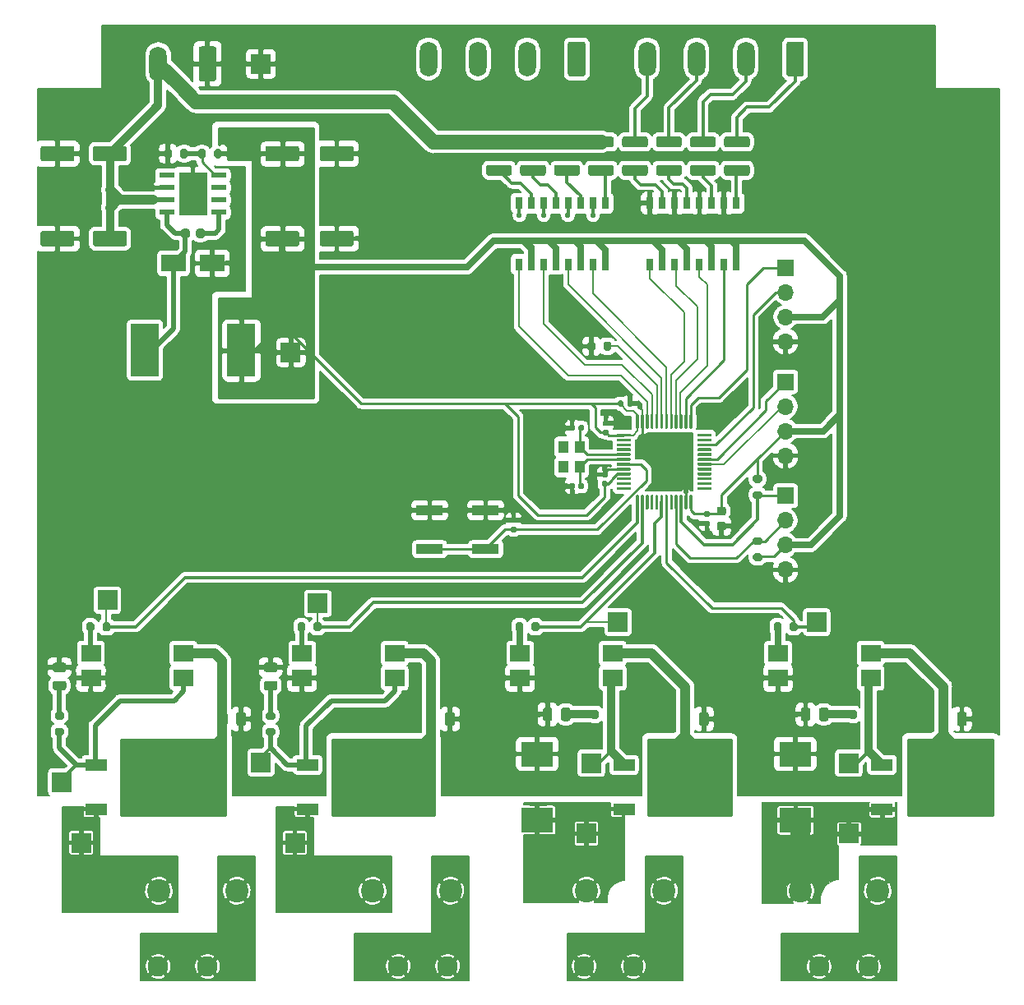
<source format=gtl>
G04 #@! TF.GenerationSoftware,KiCad,Pcbnew,(5.1.9)-1*
G04 #@! TF.CreationDate,2021-07-18T17:28:11-05:00*
G04 #@! TF.ProjectId,jac_board,6a61635f-626f-4617-9264-2e6b69636164,rev?*
G04 #@! TF.SameCoordinates,Original*
G04 #@! TF.FileFunction,Copper,L1,Top*
G04 #@! TF.FilePolarity,Positive*
%FSLAX46Y46*%
G04 Gerber Fmt 4.6, Leading zero omitted, Abs format (unit mm)*
G04 Created by KiCad (PCBNEW (5.1.9)-1) date 2021-07-18 17:28:11*
%MOMM*%
%LPD*%
G01*
G04 APERTURE LIST*
G04 #@! TA.AperFunction,SMDPad,CuDef*
%ADD10R,2.750000X1.000000*%
G04 #@! TD*
G04 #@! TA.AperFunction,SMDPad,CuDef*
%ADD11R,2.000000X2.000000*%
G04 #@! TD*
G04 #@! TA.AperFunction,SMDPad,CuDef*
%ADD12R,6.400000X5.800000*%
G04 #@! TD*
G04 #@! TA.AperFunction,SMDPad,CuDef*
%ADD13R,2.200000X1.200000*%
G04 #@! TD*
G04 #@! TA.AperFunction,SMDPad,CuDef*
%ADD14R,3.300000X2.500000*%
G04 #@! TD*
G04 #@! TA.AperFunction,SMDPad,CuDef*
%ADD15R,2.500000X1.800000*%
G04 #@! TD*
G04 #@! TA.AperFunction,ComponentPad*
%ADD16O,1.800000X3.600000*%
G04 #@! TD*
G04 #@! TA.AperFunction,ComponentPad*
%ADD17C,2.400000*%
G04 #@! TD*
G04 #@! TA.AperFunction,SMDPad,CuDef*
%ADD18R,2.000000X1.780000*%
G04 #@! TD*
G04 #@! TA.AperFunction,ComponentPad*
%ADD19O,1.700000X1.700000*%
G04 #@! TD*
G04 #@! TA.AperFunction,ComponentPad*
%ADD20R,1.700000X1.700000*%
G04 #@! TD*
G04 #@! TA.AperFunction,ComponentPad*
%ADD21C,2.100000*%
G04 #@! TD*
G04 #@! TA.AperFunction,SMDPad,CuDef*
%ADD22R,0.800000X1.300000*%
G04 #@! TD*
G04 #@! TA.AperFunction,SMDPad,CuDef*
%ADD23R,1.100000X1.300000*%
G04 #@! TD*
G04 #@! TA.AperFunction,ComponentPad*
%ADD24C,0.600000*%
G04 #@! TD*
G04 #@! TA.AperFunction,SMDPad,CuDef*
%ADD25R,1.550000X0.600000*%
G04 #@! TD*
G04 #@! TA.AperFunction,SMDPad,CuDef*
%ADD26R,2.950000X4.500000*%
G04 #@! TD*
G04 #@! TA.AperFunction,SMDPad,CuDef*
%ADD27R,2.600000X3.100000*%
G04 #@! TD*
G04 #@! TA.AperFunction,SMDPad,CuDef*
%ADD28R,2.900000X5.400000*%
G04 #@! TD*
G04 #@! TA.AperFunction,ViaPad*
%ADD29C,0.550000*%
G04 #@! TD*
G04 #@! TA.AperFunction,ViaPad*
%ADD30C,0.600000*%
G04 #@! TD*
G04 #@! TA.AperFunction,Conductor*
%ADD31C,0.859502*%
G04 #@! TD*
G04 #@! TA.AperFunction,Conductor*
%ADD32C,0.250000*%
G04 #@! TD*
G04 #@! TA.AperFunction,Conductor*
%ADD33C,0.200000*%
G04 #@! TD*
G04 #@! TA.AperFunction,Conductor*
%ADD34C,0.197575*%
G04 #@! TD*
G04 #@! TA.AperFunction,Conductor*
%ADD35C,0.500000*%
G04 #@! TD*
G04 #@! TA.AperFunction,Conductor*
%ADD36C,0.640000*%
G04 #@! TD*
G04 #@! TA.AperFunction,Conductor*
%ADD37C,1.000000*%
G04 #@! TD*
G04 #@! TA.AperFunction,Conductor*
%ADD38C,0.550000*%
G04 #@! TD*
G04 #@! TA.AperFunction,Conductor*
%ADD39C,1.500000*%
G04 #@! TD*
G04 #@! TA.AperFunction,Conductor*
%ADD40C,0.300000*%
G04 #@! TD*
G04 #@! TA.AperFunction,Conductor*
%ADD41C,0.700000*%
G04 #@! TD*
G04 #@! TA.AperFunction,Conductor*
%ADD42C,2.000000*%
G04 #@! TD*
G04 #@! TA.AperFunction,Conductor*
%ADD43C,0.254000*%
G04 #@! TD*
G04 #@! TA.AperFunction,Conductor*
%ADD44C,0.149860*%
G04 #@! TD*
G04 #@! TA.AperFunction,Conductor*
%ADD45C,0.100000*%
G04 #@! TD*
G04 APERTURE END LIST*
D10*
X171630000Y-101500000D03*
X165870000Y-101500000D03*
X165870000Y-97500000D03*
X171630000Y-97500000D03*
D11*
X151550000Y-81200000D03*
X148500000Y-51500000D03*
X130000000Y-131750000D03*
X128000000Y-125500000D03*
X132700000Y-106750000D03*
X152000000Y-131750000D03*
X148500000Y-123500000D03*
X154350000Y-107100000D03*
X182000000Y-130800000D03*
X182500000Y-123550000D03*
X185250000Y-109000000D03*
X209000000Y-130800000D03*
X209000000Y-123550000D03*
X205700000Y-109000000D03*
G04 #@! TA.AperFunction,SMDPad,CuDef*
G36*
G01*
X145950000Y-119475000D02*
X145950000Y-118525000D01*
G75*
G02*
X146200000Y-118275000I250000J0D01*
G01*
X146700000Y-118275000D01*
G75*
G02*
X146950000Y-118525000I0J-250000D01*
G01*
X146950000Y-119475000D01*
G75*
G02*
X146700000Y-119725000I-250000J0D01*
G01*
X146200000Y-119725000D01*
G75*
G02*
X145950000Y-119475000I0J250000D01*
G01*
G37*
G04 #@! TD.AperFunction*
G04 #@! TA.AperFunction,SMDPad,CuDef*
G36*
G01*
X144050000Y-119475000D02*
X144050000Y-118525000D01*
G75*
G02*
X144300000Y-118275000I250000J0D01*
G01*
X144800000Y-118275000D01*
G75*
G02*
X145050000Y-118525000I0J-250000D01*
G01*
X145050000Y-119475000D01*
G75*
G02*
X144800000Y-119725000I-250000J0D01*
G01*
X144300000Y-119725000D01*
G75*
G02*
X144050000Y-119475000I0J250000D01*
G01*
G37*
G04 #@! TD.AperFunction*
G04 #@! TA.AperFunction,SMDPad,CuDef*
G36*
G01*
X167450000Y-119475000D02*
X167450000Y-118525000D01*
G75*
G02*
X167700000Y-118275000I250000J0D01*
G01*
X168200000Y-118275000D01*
G75*
G02*
X168450000Y-118525000I0J-250000D01*
G01*
X168450000Y-119475000D01*
G75*
G02*
X168200000Y-119725000I-250000J0D01*
G01*
X167700000Y-119725000D01*
G75*
G02*
X167450000Y-119475000I0J250000D01*
G01*
G37*
G04 #@! TD.AperFunction*
G04 #@! TA.AperFunction,SMDPad,CuDef*
G36*
G01*
X165550000Y-119475000D02*
X165550000Y-118525000D01*
G75*
G02*
X165800000Y-118275000I250000J0D01*
G01*
X166300000Y-118275000D01*
G75*
G02*
X166550000Y-118525000I0J-250000D01*
G01*
X166550000Y-119475000D01*
G75*
G02*
X166300000Y-119725000I-250000J0D01*
G01*
X165800000Y-119725000D01*
G75*
G02*
X165550000Y-119475000I0J250000D01*
G01*
G37*
G04 #@! TD.AperFunction*
G04 #@! TA.AperFunction,SMDPad,CuDef*
G36*
G01*
X193600000Y-119475000D02*
X193600000Y-118525000D01*
G75*
G02*
X193850000Y-118275000I250000J0D01*
G01*
X194350000Y-118275000D01*
G75*
G02*
X194600000Y-118525000I0J-250000D01*
G01*
X194600000Y-119475000D01*
G75*
G02*
X194350000Y-119725000I-250000J0D01*
G01*
X193850000Y-119725000D01*
G75*
G02*
X193600000Y-119475000I0J250000D01*
G01*
G37*
G04 #@! TD.AperFunction*
G04 #@! TA.AperFunction,SMDPad,CuDef*
G36*
G01*
X191700000Y-119475000D02*
X191700000Y-118525000D01*
G75*
G02*
X191950000Y-118275000I250000J0D01*
G01*
X192450000Y-118275000D01*
G75*
G02*
X192700000Y-118525000I0J-250000D01*
G01*
X192700000Y-119475000D01*
G75*
G02*
X192450000Y-119725000I-250000J0D01*
G01*
X191950000Y-119725000D01*
G75*
G02*
X191700000Y-119475000I0J250000D01*
G01*
G37*
G04 #@! TD.AperFunction*
G04 #@! TA.AperFunction,SMDPad,CuDef*
G36*
G01*
X220150000Y-119475000D02*
X220150000Y-118525000D01*
G75*
G02*
X220400000Y-118275000I250000J0D01*
G01*
X220900000Y-118275000D01*
G75*
G02*
X221150000Y-118525000I0J-250000D01*
G01*
X221150000Y-119475000D01*
G75*
G02*
X220900000Y-119725000I-250000J0D01*
G01*
X220400000Y-119725000D01*
G75*
G02*
X220150000Y-119475000I0J250000D01*
G01*
G37*
G04 #@! TD.AperFunction*
G04 #@! TA.AperFunction,SMDPad,CuDef*
G36*
G01*
X218250000Y-119475000D02*
X218250000Y-118525000D01*
G75*
G02*
X218500000Y-118275000I250000J0D01*
G01*
X219000000Y-118275000D01*
G75*
G02*
X219250000Y-118525000I0J-250000D01*
G01*
X219250000Y-119475000D01*
G75*
G02*
X219000000Y-119725000I-250000J0D01*
G01*
X218500000Y-119725000D01*
G75*
G02*
X218250000Y-119475000I0J250000D01*
G01*
G37*
G04 #@! TD.AperFunction*
G04 #@! TA.AperFunction,SMDPad,CuDef*
G36*
G01*
X187100000Y-89000000D02*
X187100000Y-87675000D01*
G75*
G02*
X187175000Y-87600000I75000J0D01*
G01*
X187325000Y-87600000D01*
G75*
G02*
X187400000Y-87675000I0J-75000D01*
G01*
X187400000Y-89000000D01*
G75*
G02*
X187325000Y-89075000I-75000J0D01*
G01*
X187175000Y-89075000D01*
G75*
G02*
X187100000Y-89000000I0J75000D01*
G01*
G37*
G04 #@! TD.AperFunction*
G04 #@! TA.AperFunction,SMDPad,CuDef*
G36*
G01*
X187600000Y-89000000D02*
X187600000Y-87675000D01*
G75*
G02*
X187675000Y-87600000I75000J0D01*
G01*
X187825000Y-87600000D01*
G75*
G02*
X187900000Y-87675000I0J-75000D01*
G01*
X187900000Y-89000000D01*
G75*
G02*
X187825000Y-89075000I-75000J0D01*
G01*
X187675000Y-89075000D01*
G75*
G02*
X187600000Y-89000000I0J75000D01*
G01*
G37*
G04 #@! TD.AperFunction*
G04 #@! TA.AperFunction,SMDPad,CuDef*
G36*
G01*
X188100000Y-89000000D02*
X188100000Y-87675000D01*
G75*
G02*
X188175000Y-87600000I75000J0D01*
G01*
X188325000Y-87600000D01*
G75*
G02*
X188400000Y-87675000I0J-75000D01*
G01*
X188400000Y-89000000D01*
G75*
G02*
X188325000Y-89075000I-75000J0D01*
G01*
X188175000Y-89075000D01*
G75*
G02*
X188100000Y-89000000I0J75000D01*
G01*
G37*
G04 #@! TD.AperFunction*
G04 #@! TA.AperFunction,SMDPad,CuDef*
G36*
G01*
X188600000Y-89000000D02*
X188600000Y-87675000D01*
G75*
G02*
X188675000Y-87600000I75000J0D01*
G01*
X188825000Y-87600000D01*
G75*
G02*
X188900000Y-87675000I0J-75000D01*
G01*
X188900000Y-89000000D01*
G75*
G02*
X188825000Y-89075000I-75000J0D01*
G01*
X188675000Y-89075000D01*
G75*
G02*
X188600000Y-89000000I0J75000D01*
G01*
G37*
G04 #@! TD.AperFunction*
G04 #@! TA.AperFunction,SMDPad,CuDef*
G36*
G01*
X189100000Y-89000000D02*
X189100000Y-87675000D01*
G75*
G02*
X189175000Y-87600000I75000J0D01*
G01*
X189325000Y-87600000D01*
G75*
G02*
X189400000Y-87675000I0J-75000D01*
G01*
X189400000Y-89000000D01*
G75*
G02*
X189325000Y-89075000I-75000J0D01*
G01*
X189175000Y-89075000D01*
G75*
G02*
X189100000Y-89000000I0J75000D01*
G01*
G37*
G04 #@! TD.AperFunction*
G04 #@! TA.AperFunction,SMDPad,CuDef*
G36*
G01*
X189600000Y-89000000D02*
X189600000Y-87675000D01*
G75*
G02*
X189675000Y-87600000I75000J0D01*
G01*
X189825000Y-87600000D01*
G75*
G02*
X189900000Y-87675000I0J-75000D01*
G01*
X189900000Y-89000000D01*
G75*
G02*
X189825000Y-89075000I-75000J0D01*
G01*
X189675000Y-89075000D01*
G75*
G02*
X189600000Y-89000000I0J75000D01*
G01*
G37*
G04 #@! TD.AperFunction*
G04 #@! TA.AperFunction,SMDPad,CuDef*
G36*
G01*
X190100000Y-89000000D02*
X190100000Y-87675000D01*
G75*
G02*
X190175000Y-87600000I75000J0D01*
G01*
X190325000Y-87600000D01*
G75*
G02*
X190400000Y-87675000I0J-75000D01*
G01*
X190400000Y-89000000D01*
G75*
G02*
X190325000Y-89075000I-75000J0D01*
G01*
X190175000Y-89075000D01*
G75*
G02*
X190100000Y-89000000I0J75000D01*
G01*
G37*
G04 #@! TD.AperFunction*
G04 #@! TA.AperFunction,SMDPad,CuDef*
G36*
G01*
X190600000Y-89000000D02*
X190600000Y-87675000D01*
G75*
G02*
X190675000Y-87600000I75000J0D01*
G01*
X190825000Y-87600000D01*
G75*
G02*
X190900000Y-87675000I0J-75000D01*
G01*
X190900000Y-89000000D01*
G75*
G02*
X190825000Y-89075000I-75000J0D01*
G01*
X190675000Y-89075000D01*
G75*
G02*
X190600000Y-89000000I0J75000D01*
G01*
G37*
G04 #@! TD.AperFunction*
G04 #@! TA.AperFunction,SMDPad,CuDef*
G36*
G01*
X191100000Y-89000000D02*
X191100000Y-87675000D01*
G75*
G02*
X191175000Y-87600000I75000J0D01*
G01*
X191325000Y-87600000D01*
G75*
G02*
X191400000Y-87675000I0J-75000D01*
G01*
X191400000Y-89000000D01*
G75*
G02*
X191325000Y-89075000I-75000J0D01*
G01*
X191175000Y-89075000D01*
G75*
G02*
X191100000Y-89000000I0J75000D01*
G01*
G37*
G04 #@! TD.AperFunction*
G04 #@! TA.AperFunction,SMDPad,CuDef*
G36*
G01*
X191600000Y-89000000D02*
X191600000Y-87675000D01*
G75*
G02*
X191675000Y-87600000I75000J0D01*
G01*
X191825000Y-87600000D01*
G75*
G02*
X191900000Y-87675000I0J-75000D01*
G01*
X191900000Y-89000000D01*
G75*
G02*
X191825000Y-89075000I-75000J0D01*
G01*
X191675000Y-89075000D01*
G75*
G02*
X191600000Y-89000000I0J75000D01*
G01*
G37*
G04 #@! TD.AperFunction*
G04 #@! TA.AperFunction,SMDPad,CuDef*
G36*
G01*
X192100000Y-89000000D02*
X192100000Y-87675000D01*
G75*
G02*
X192175000Y-87600000I75000J0D01*
G01*
X192325000Y-87600000D01*
G75*
G02*
X192400000Y-87675000I0J-75000D01*
G01*
X192400000Y-89000000D01*
G75*
G02*
X192325000Y-89075000I-75000J0D01*
G01*
X192175000Y-89075000D01*
G75*
G02*
X192100000Y-89000000I0J75000D01*
G01*
G37*
G04 #@! TD.AperFunction*
G04 #@! TA.AperFunction,SMDPad,CuDef*
G36*
G01*
X192600000Y-89000000D02*
X192600000Y-87675000D01*
G75*
G02*
X192675000Y-87600000I75000J0D01*
G01*
X192825000Y-87600000D01*
G75*
G02*
X192900000Y-87675000I0J-75000D01*
G01*
X192900000Y-89000000D01*
G75*
G02*
X192825000Y-89075000I-75000J0D01*
G01*
X192675000Y-89075000D01*
G75*
G02*
X192600000Y-89000000I0J75000D01*
G01*
G37*
G04 #@! TD.AperFunction*
G04 #@! TA.AperFunction,SMDPad,CuDef*
G36*
G01*
X193425000Y-89825000D02*
X193425000Y-89675000D01*
G75*
G02*
X193500000Y-89600000I75000J0D01*
G01*
X194825000Y-89600000D01*
G75*
G02*
X194900000Y-89675000I0J-75000D01*
G01*
X194900000Y-89825000D01*
G75*
G02*
X194825000Y-89900000I-75000J0D01*
G01*
X193500000Y-89900000D01*
G75*
G02*
X193425000Y-89825000I0J75000D01*
G01*
G37*
G04 #@! TD.AperFunction*
G04 #@! TA.AperFunction,SMDPad,CuDef*
G36*
G01*
X193425000Y-90325000D02*
X193425000Y-90175000D01*
G75*
G02*
X193500000Y-90100000I75000J0D01*
G01*
X194825000Y-90100000D01*
G75*
G02*
X194900000Y-90175000I0J-75000D01*
G01*
X194900000Y-90325000D01*
G75*
G02*
X194825000Y-90400000I-75000J0D01*
G01*
X193500000Y-90400000D01*
G75*
G02*
X193425000Y-90325000I0J75000D01*
G01*
G37*
G04 #@! TD.AperFunction*
G04 #@! TA.AperFunction,SMDPad,CuDef*
G36*
G01*
X193425000Y-90825000D02*
X193425000Y-90675000D01*
G75*
G02*
X193500000Y-90600000I75000J0D01*
G01*
X194825000Y-90600000D01*
G75*
G02*
X194900000Y-90675000I0J-75000D01*
G01*
X194900000Y-90825000D01*
G75*
G02*
X194825000Y-90900000I-75000J0D01*
G01*
X193500000Y-90900000D01*
G75*
G02*
X193425000Y-90825000I0J75000D01*
G01*
G37*
G04 #@! TD.AperFunction*
G04 #@! TA.AperFunction,SMDPad,CuDef*
G36*
G01*
X193425000Y-91325000D02*
X193425000Y-91175000D01*
G75*
G02*
X193500000Y-91100000I75000J0D01*
G01*
X194825000Y-91100000D01*
G75*
G02*
X194900000Y-91175000I0J-75000D01*
G01*
X194900000Y-91325000D01*
G75*
G02*
X194825000Y-91400000I-75000J0D01*
G01*
X193500000Y-91400000D01*
G75*
G02*
X193425000Y-91325000I0J75000D01*
G01*
G37*
G04 #@! TD.AperFunction*
G04 #@! TA.AperFunction,SMDPad,CuDef*
G36*
G01*
X193425000Y-91825000D02*
X193425000Y-91675000D01*
G75*
G02*
X193500000Y-91600000I75000J0D01*
G01*
X194825000Y-91600000D01*
G75*
G02*
X194900000Y-91675000I0J-75000D01*
G01*
X194900000Y-91825000D01*
G75*
G02*
X194825000Y-91900000I-75000J0D01*
G01*
X193500000Y-91900000D01*
G75*
G02*
X193425000Y-91825000I0J75000D01*
G01*
G37*
G04 #@! TD.AperFunction*
G04 #@! TA.AperFunction,SMDPad,CuDef*
G36*
G01*
X193425000Y-92325000D02*
X193425000Y-92175000D01*
G75*
G02*
X193500000Y-92100000I75000J0D01*
G01*
X194825000Y-92100000D01*
G75*
G02*
X194900000Y-92175000I0J-75000D01*
G01*
X194900000Y-92325000D01*
G75*
G02*
X194825000Y-92400000I-75000J0D01*
G01*
X193500000Y-92400000D01*
G75*
G02*
X193425000Y-92325000I0J75000D01*
G01*
G37*
G04 #@! TD.AperFunction*
G04 #@! TA.AperFunction,SMDPad,CuDef*
G36*
G01*
X193425000Y-92825000D02*
X193425000Y-92675000D01*
G75*
G02*
X193500000Y-92600000I75000J0D01*
G01*
X194825000Y-92600000D01*
G75*
G02*
X194900000Y-92675000I0J-75000D01*
G01*
X194900000Y-92825000D01*
G75*
G02*
X194825000Y-92900000I-75000J0D01*
G01*
X193500000Y-92900000D01*
G75*
G02*
X193425000Y-92825000I0J75000D01*
G01*
G37*
G04 #@! TD.AperFunction*
G04 #@! TA.AperFunction,SMDPad,CuDef*
G36*
G01*
X193425000Y-93325000D02*
X193425000Y-93175000D01*
G75*
G02*
X193500000Y-93100000I75000J0D01*
G01*
X194825000Y-93100000D01*
G75*
G02*
X194900000Y-93175000I0J-75000D01*
G01*
X194900000Y-93325000D01*
G75*
G02*
X194825000Y-93400000I-75000J0D01*
G01*
X193500000Y-93400000D01*
G75*
G02*
X193425000Y-93325000I0J75000D01*
G01*
G37*
G04 #@! TD.AperFunction*
G04 #@! TA.AperFunction,SMDPad,CuDef*
G36*
G01*
X193425000Y-93825000D02*
X193425000Y-93675000D01*
G75*
G02*
X193500000Y-93600000I75000J0D01*
G01*
X194825000Y-93600000D01*
G75*
G02*
X194900000Y-93675000I0J-75000D01*
G01*
X194900000Y-93825000D01*
G75*
G02*
X194825000Y-93900000I-75000J0D01*
G01*
X193500000Y-93900000D01*
G75*
G02*
X193425000Y-93825000I0J75000D01*
G01*
G37*
G04 #@! TD.AperFunction*
G04 #@! TA.AperFunction,SMDPad,CuDef*
G36*
G01*
X193425000Y-94325000D02*
X193425000Y-94175000D01*
G75*
G02*
X193500000Y-94100000I75000J0D01*
G01*
X194825000Y-94100000D01*
G75*
G02*
X194900000Y-94175000I0J-75000D01*
G01*
X194900000Y-94325000D01*
G75*
G02*
X194825000Y-94400000I-75000J0D01*
G01*
X193500000Y-94400000D01*
G75*
G02*
X193425000Y-94325000I0J75000D01*
G01*
G37*
G04 #@! TD.AperFunction*
G04 #@! TA.AperFunction,SMDPad,CuDef*
G36*
G01*
X193425000Y-94825000D02*
X193425000Y-94675000D01*
G75*
G02*
X193500000Y-94600000I75000J0D01*
G01*
X194825000Y-94600000D01*
G75*
G02*
X194900000Y-94675000I0J-75000D01*
G01*
X194900000Y-94825000D01*
G75*
G02*
X194825000Y-94900000I-75000J0D01*
G01*
X193500000Y-94900000D01*
G75*
G02*
X193425000Y-94825000I0J75000D01*
G01*
G37*
G04 #@! TD.AperFunction*
G04 #@! TA.AperFunction,SMDPad,CuDef*
G36*
G01*
X193425000Y-95325000D02*
X193425000Y-95175000D01*
G75*
G02*
X193500000Y-95100000I75000J0D01*
G01*
X194825000Y-95100000D01*
G75*
G02*
X194900000Y-95175000I0J-75000D01*
G01*
X194900000Y-95325000D01*
G75*
G02*
X194825000Y-95400000I-75000J0D01*
G01*
X193500000Y-95400000D01*
G75*
G02*
X193425000Y-95325000I0J75000D01*
G01*
G37*
G04 #@! TD.AperFunction*
G04 #@! TA.AperFunction,SMDPad,CuDef*
G36*
G01*
X192600000Y-97325000D02*
X192600000Y-96000000D01*
G75*
G02*
X192675000Y-95925000I75000J0D01*
G01*
X192825000Y-95925000D01*
G75*
G02*
X192900000Y-96000000I0J-75000D01*
G01*
X192900000Y-97325000D01*
G75*
G02*
X192825000Y-97400000I-75000J0D01*
G01*
X192675000Y-97400000D01*
G75*
G02*
X192600000Y-97325000I0J75000D01*
G01*
G37*
G04 #@! TD.AperFunction*
G04 #@! TA.AperFunction,SMDPad,CuDef*
G36*
G01*
X192100000Y-97325000D02*
X192100000Y-96000000D01*
G75*
G02*
X192175000Y-95925000I75000J0D01*
G01*
X192325000Y-95925000D01*
G75*
G02*
X192400000Y-96000000I0J-75000D01*
G01*
X192400000Y-97325000D01*
G75*
G02*
X192325000Y-97400000I-75000J0D01*
G01*
X192175000Y-97400000D01*
G75*
G02*
X192100000Y-97325000I0J75000D01*
G01*
G37*
G04 #@! TD.AperFunction*
G04 #@! TA.AperFunction,SMDPad,CuDef*
G36*
G01*
X191600000Y-97325000D02*
X191600000Y-96000000D01*
G75*
G02*
X191675000Y-95925000I75000J0D01*
G01*
X191825000Y-95925000D01*
G75*
G02*
X191900000Y-96000000I0J-75000D01*
G01*
X191900000Y-97325000D01*
G75*
G02*
X191825000Y-97400000I-75000J0D01*
G01*
X191675000Y-97400000D01*
G75*
G02*
X191600000Y-97325000I0J75000D01*
G01*
G37*
G04 #@! TD.AperFunction*
G04 #@! TA.AperFunction,SMDPad,CuDef*
G36*
G01*
X191100000Y-97325000D02*
X191100000Y-96000000D01*
G75*
G02*
X191175000Y-95925000I75000J0D01*
G01*
X191325000Y-95925000D01*
G75*
G02*
X191400000Y-96000000I0J-75000D01*
G01*
X191400000Y-97325000D01*
G75*
G02*
X191325000Y-97400000I-75000J0D01*
G01*
X191175000Y-97400000D01*
G75*
G02*
X191100000Y-97325000I0J75000D01*
G01*
G37*
G04 #@! TD.AperFunction*
G04 #@! TA.AperFunction,SMDPad,CuDef*
G36*
G01*
X190600000Y-97325000D02*
X190600000Y-96000000D01*
G75*
G02*
X190675000Y-95925000I75000J0D01*
G01*
X190825000Y-95925000D01*
G75*
G02*
X190900000Y-96000000I0J-75000D01*
G01*
X190900000Y-97325000D01*
G75*
G02*
X190825000Y-97400000I-75000J0D01*
G01*
X190675000Y-97400000D01*
G75*
G02*
X190600000Y-97325000I0J75000D01*
G01*
G37*
G04 #@! TD.AperFunction*
G04 #@! TA.AperFunction,SMDPad,CuDef*
G36*
G01*
X190100000Y-97325000D02*
X190100000Y-96000000D01*
G75*
G02*
X190175000Y-95925000I75000J0D01*
G01*
X190325000Y-95925000D01*
G75*
G02*
X190400000Y-96000000I0J-75000D01*
G01*
X190400000Y-97325000D01*
G75*
G02*
X190325000Y-97400000I-75000J0D01*
G01*
X190175000Y-97400000D01*
G75*
G02*
X190100000Y-97325000I0J75000D01*
G01*
G37*
G04 #@! TD.AperFunction*
G04 #@! TA.AperFunction,SMDPad,CuDef*
G36*
G01*
X189600000Y-97325000D02*
X189600000Y-96000000D01*
G75*
G02*
X189675000Y-95925000I75000J0D01*
G01*
X189825000Y-95925000D01*
G75*
G02*
X189900000Y-96000000I0J-75000D01*
G01*
X189900000Y-97325000D01*
G75*
G02*
X189825000Y-97400000I-75000J0D01*
G01*
X189675000Y-97400000D01*
G75*
G02*
X189600000Y-97325000I0J75000D01*
G01*
G37*
G04 #@! TD.AperFunction*
G04 #@! TA.AperFunction,SMDPad,CuDef*
G36*
G01*
X189100000Y-97325000D02*
X189100000Y-96000000D01*
G75*
G02*
X189175000Y-95925000I75000J0D01*
G01*
X189325000Y-95925000D01*
G75*
G02*
X189400000Y-96000000I0J-75000D01*
G01*
X189400000Y-97325000D01*
G75*
G02*
X189325000Y-97400000I-75000J0D01*
G01*
X189175000Y-97400000D01*
G75*
G02*
X189100000Y-97325000I0J75000D01*
G01*
G37*
G04 #@! TD.AperFunction*
G04 #@! TA.AperFunction,SMDPad,CuDef*
G36*
G01*
X188600000Y-97325000D02*
X188600000Y-96000000D01*
G75*
G02*
X188675000Y-95925000I75000J0D01*
G01*
X188825000Y-95925000D01*
G75*
G02*
X188900000Y-96000000I0J-75000D01*
G01*
X188900000Y-97325000D01*
G75*
G02*
X188825000Y-97400000I-75000J0D01*
G01*
X188675000Y-97400000D01*
G75*
G02*
X188600000Y-97325000I0J75000D01*
G01*
G37*
G04 #@! TD.AperFunction*
G04 #@! TA.AperFunction,SMDPad,CuDef*
G36*
G01*
X188100000Y-97325000D02*
X188100000Y-96000000D01*
G75*
G02*
X188175000Y-95925000I75000J0D01*
G01*
X188325000Y-95925000D01*
G75*
G02*
X188400000Y-96000000I0J-75000D01*
G01*
X188400000Y-97325000D01*
G75*
G02*
X188325000Y-97400000I-75000J0D01*
G01*
X188175000Y-97400000D01*
G75*
G02*
X188100000Y-97325000I0J75000D01*
G01*
G37*
G04 #@! TD.AperFunction*
G04 #@! TA.AperFunction,SMDPad,CuDef*
G36*
G01*
X187600000Y-97325000D02*
X187600000Y-96000000D01*
G75*
G02*
X187675000Y-95925000I75000J0D01*
G01*
X187825000Y-95925000D01*
G75*
G02*
X187900000Y-96000000I0J-75000D01*
G01*
X187900000Y-97325000D01*
G75*
G02*
X187825000Y-97400000I-75000J0D01*
G01*
X187675000Y-97400000D01*
G75*
G02*
X187600000Y-97325000I0J75000D01*
G01*
G37*
G04 #@! TD.AperFunction*
G04 #@! TA.AperFunction,SMDPad,CuDef*
G36*
G01*
X187100000Y-97325000D02*
X187100000Y-96000000D01*
G75*
G02*
X187175000Y-95925000I75000J0D01*
G01*
X187325000Y-95925000D01*
G75*
G02*
X187400000Y-96000000I0J-75000D01*
G01*
X187400000Y-97325000D01*
G75*
G02*
X187325000Y-97400000I-75000J0D01*
G01*
X187175000Y-97400000D01*
G75*
G02*
X187100000Y-97325000I0J75000D01*
G01*
G37*
G04 #@! TD.AperFunction*
G04 #@! TA.AperFunction,SMDPad,CuDef*
G36*
G01*
X185100000Y-95325000D02*
X185100000Y-95175000D01*
G75*
G02*
X185175000Y-95100000I75000J0D01*
G01*
X186500000Y-95100000D01*
G75*
G02*
X186575000Y-95175000I0J-75000D01*
G01*
X186575000Y-95325000D01*
G75*
G02*
X186500000Y-95400000I-75000J0D01*
G01*
X185175000Y-95400000D01*
G75*
G02*
X185100000Y-95325000I0J75000D01*
G01*
G37*
G04 #@! TD.AperFunction*
G04 #@! TA.AperFunction,SMDPad,CuDef*
G36*
G01*
X185100000Y-94825000D02*
X185100000Y-94675000D01*
G75*
G02*
X185175000Y-94600000I75000J0D01*
G01*
X186500000Y-94600000D01*
G75*
G02*
X186575000Y-94675000I0J-75000D01*
G01*
X186575000Y-94825000D01*
G75*
G02*
X186500000Y-94900000I-75000J0D01*
G01*
X185175000Y-94900000D01*
G75*
G02*
X185100000Y-94825000I0J75000D01*
G01*
G37*
G04 #@! TD.AperFunction*
G04 #@! TA.AperFunction,SMDPad,CuDef*
G36*
G01*
X185100000Y-94325000D02*
X185100000Y-94175000D01*
G75*
G02*
X185175000Y-94100000I75000J0D01*
G01*
X186500000Y-94100000D01*
G75*
G02*
X186575000Y-94175000I0J-75000D01*
G01*
X186575000Y-94325000D01*
G75*
G02*
X186500000Y-94400000I-75000J0D01*
G01*
X185175000Y-94400000D01*
G75*
G02*
X185100000Y-94325000I0J75000D01*
G01*
G37*
G04 #@! TD.AperFunction*
G04 #@! TA.AperFunction,SMDPad,CuDef*
G36*
G01*
X185100000Y-93825000D02*
X185100000Y-93675000D01*
G75*
G02*
X185175000Y-93600000I75000J0D01*
G01*
X186500000Y-93600000D01*
G75*
G02*
X186575000Y-93675000I0J-75000D01*
G01*
X186575000Y-93825000D01*
G75*
G02*
X186500000Y-93900000I-75000J0D01*
G01*
X185175000Y-93900000D01*
G75*
G02*
X185100000Y-93825000I0J75000D01*
G01*
G37*
G04 #@! TD.AperFunction*
G04 #@! TA.AperFunction,SMDPad,CuDef*
G36*
G01*
X185100000Y-93325000D02*
X185100000Y-93175000D01*
G75*
G02*
X185175000Y-93100000I75000J0D01*
G01*
X186500000Y-93100000D01*
G75*
G02*
X186575000Y-93175000I0J-75000D01*
G01*
X186575000Y-93325000D01*
G75*
G02*
X186500000Y-93400000I-75000J0D01*
G01*
X185175000Y-93400000D01*
G75*
G02*
X185100000Y-93325000I0J75000D01*
G01*
G37*
G04 #@! TD.AperFunction*
G04 #@! TA.AperFunction,SMDPad,CuDef*
G36*
G01*
X185100000Y-92825000D02*
X185100000Y-92675000D01*
G75*
G02*
X185175000Y-92600000I75000J0D01*
G01*
X186500000Y-92600000D01*
G75*
G02*
X186575000Y-92675000I0J-75000D01*
G01*
X186575000Y-92825000D01*
G75*
G02*
X186500000Y-92900000I-75000J0D01*
G01*
X185175000Y-92900000D01*
G75*
G02*
X185100000Y-92825000I0J75000D01*
G01*
G37*
G04 #@! TD.AperFunction*
G04 #@! TA.AperFunction,SMDPad,CuDef*
G36*
G01*
X185100000Y-92325000D02*
X185100000Y-92175000D01*
G75*
G02*
X185175000Y-92100000I75000J0D01*
G01*
X186500000Y-92100000D01*
G75*
G02*
X186575000Y-92175000I0J-75000D01*
G01*
X186575000Y-92325000D01*
G75*
G02*
X186500000Y-92400000I-75000J0D01*
G01*
X185175000Y-92400000D01*
G75*
G02*
X185100000Y-92325000I0J75000D01*
G01*
G37*
G04 #@! TD.AperFunction*
G04 #@! TA.AperFunction,SMDPad,CuDef*
G36*
G01*
X185100000Y-91825000D02*
X185100000Y-91675000D01*
G75*
G02*
X185175000Y-91600000I75000J0D01*
G01*
X186500000Y-91600000D01*
G75*
G02*
X186575000Y-91675000I0J-75000D01*
G01*
X186575000Y-91825000D01*
G75*
G02*
X186500000Y-91900000I-75000J0D01*
G01*
X185175000Y-91900000D01*
G75*
G02*
X185100000Y-91825000I0J75000D01*
G01*
G37*
G04 #@! TD.AperFunction*
G04 #@! TA.AperFunction,SMDPad,CuDef*
G36*
G01*
X185100000Y-91325000D02*
X185100000Y-91175000D01*
G75*
G02*
X185175000Y-91100000I75000J0D01*
G01*
X186500000Y-91100000D01*
G75*
G02*
X186575000Y-91175000I0J-75000D01*
G01*
X186575000Y-91325000D01*
G75*
G02*
X186500000Y-91400000I-75000J0D01*
G01*
X185175000Y-91400000D01*
G75*
G02*
X185100000Y-91325000I0J75000D01*
G01*
G37*
G04 #@! TD.AperFunction*
G04 #@! TA.AperFunction,SMDPad,CuDef*
G36*
G01*
X185100000Y-90825000D02*
X185100000Y-90675000D01*
G75*
G02*
X185175000Y-90600000I75000J0D01*
G01*
X186500000Y-90600000D01*
G75*
G02*
X186575000Y-90675000I0J-75000D01*
G01*
X186575000Y-90825000D01*
G75*
G02*
X186500000Y-90900000I-75000J0D01*
G01*
X185175000Y-90900000D01*
G75*
G02*
X185100000Y-90825000I0J75000D01*
G01*
G37*
G04 #@! TD.AperFunction*
G04 #@! TA.AperFunction,SMDPad,CuDef*
G36*
G01*
X185100000Y-90325000D02*
X185100000Y-90175000D01*
G75*
G02*
X185175000Y-90100000I75000J0D01*
G01*
X186500000Y-90100000D01*
G75*
G02*
X186575000Y-90175000I0J-75000D01*
G01*
X186575000Y-90325000D01*
G75*
G02*
X186500000Y-90400000I-75000J0D01*
G01*
X185175000Y-90400000D01*
G75*
G02*
X185100000Y-90325000I0J75000D01*
G01*
G37*
G04 #@! TD.AperFunction*
G04 #@! TA.AperFunction,SMDPad,CuDef*
G36*
G01*
X185100000Y-89825000D02*
X185100000Y-89675000D01*
G75*
G02*
X185175000Y-89600000I75000J0D01*
G01*
X186500000Y-89600000D01*
G75*
G02*
X186575000Y-89675000I0J-75000D01*
G01*
X186575000Y-89825000D01*
G75*
G02*
X186500000Y-89900000I-75000J0D01*
G01*
X185175000Y-89900000D01*
G75*
G02*
X185100000Y-89825000I0J75000D01*
G01*
G37*
G04 #@! TD.AperFunction*
G04 #@! TA.AperFunction,SMDPad,CuDef*
G36*
G01*
X205950000Y-118976250D02*
X205950000Y-118063750D01*
G75*
G02*
X206193750Y-117820000I243750J0D01*
G01*
X206681250Y-117820000D01*
G75*
G02*
X206925000Y-118063750I0J-243750D01*
G01*
X206925000Y-118976250D01*
G75*
G02*
X206681250Y-119220000I-243750J0D01*
G01*
X206193750Y-119220000D01*
G75*
G02*
X205950000Y-118976250I0J243750D01*
G01*
G37*
G04 #@! TD.AperFunction*
G04 #@! TA.AperFunction,SMDPad,CuDef*
G36*
G01*
X204075000Y-118976250D02*
X204075000Y-118063750D01*
G75*
G02*
X204318750Y-117820000I243750J0D01*
G01*
X204806250Y-117820000D01*
G75*
G02*
X205050000Y-118063750I0J-243750D01*
G01*
X205050000Y-118976250D01*
G75*
G02*
X204806250Y-119220000I-243750J0D01*
G01*
X204318750Y-119220000D01*
G75*
G02*
X204075000Y-118976250I0J243750D01*
G01*
G37*
G04 #@! TD.AperFunction*
G04 #@! TA.AperFunction,SMDPad,CuDef*
G36*
G01*
X149225000Y-119925000D02*
X149775000Y-119925000D01*
G75*
G02*
X149975000Y-120125000I0J-200000D01*
G01*
X149975000Y-120525000D01*
G75*
G02*
X149775000Y-120725000I-200000J0D01*
G01*
X149225000Y-120725000D01*
G75*
G02*
X149025000Y-120525000I0J200000D01*
G01*
X149025000Y-120125000D01*
G75*
G02*
X149225000Y-119925000I200000J0D01*
G01*
G37*
G04 #@! TD.AperFunction*
G04 #@! TA.AperFunction,SMDPad,CuDef*
G36*
G01*
X149225000Y-118275000D02*
X149775000Y-118275000D01*
G75*
G02*
X149975000Y-118475000I0J-200000D01*
G01*
X149975000Y-118875000D01*
G75*
G02*
X149775000Y-119075000I-200000J0D01*
G01*
X149225000Y-119075000D01*
G75*
G02*
X149025000Y-118875000I0J200000D01*
G01*
X149025000Y-118475000D01*
G75*
G02*
X149225000Y-118275000I200000J0D01*
G01*
G37*
G04 #@! TD.AperFunction*
D12*
X137860000Y-126000000D03*
D13*
X131560000Y-128280000D03*
X131560000Y-123720000D03*
D12*
X159600000Y-126000000D03*
D13*
X153300000Y-128280000D03*
X153300000Y-123720000D03*
D12*
X192165000Y-126000000D03*
D13*
X185865000Y-128280000D03*
X185865000Y-123720000D03*
D12*
X218725000Y-126000000D03*
D13*
X212425000Y-128280000D03*
X212425000Y-123720000D03*
D14*
X176940000Y-122600000D03*
X176940000Y-129400000D03*
X203500000Y-122600000D03*
X203500000Y-129400000D03*
G04 #@! TA.AperFunction,SMDPad,CuDef*
G36*
G01*
X129300000Y-60200000D02*
X129300000Y-61300000D01*
G75*
G02*
X129050000Y-61550000I-250000J0D01*
G01*
X126050000Y-61550000D01*
G75*
G02*
X125800000Y-61300000I0J250000D01*
G01*
X125800000Y-60200000D01*
G75*
G02*
X126050000Y-59950000I250000J0D01*
G01*
X129050000Y-59950000D01*
G75*
G02*
X129300000Y-60200000I0J-250000D01*
G01*
G37*
G04 #@! TD.AperFunction*
G04 #@! TA.AperFunction,SMDPad,CuDef*
G36*
G01*
X134700000Y-60200000D02*
X134700000Y-61300000D01*
G75*
G02*
X134450000Y-61550000I-250000J0D01*
G01*
X131450000Y-61550000D01*
G75*
G02*
X131200000Y-61300000I0J250000D01*
G01*
X131200000Y-60200000D01*
G75*
G02*
X131450000Y-59950000I250000J0D01*
G01*
X134450000Y-59950000D01*
G75*
G02*
X134700000Y-60200000I0J-250000D01*
G01*
G37*
G04 #@! TD.AperFunction*
G04 #@! TA.AperFunction,SMDPad,CuDef*
G36*
G01*
X129300000Y-68950000D02*
X129300000Y-70050000D01*
G75*
G02*
X129050000Y-70300000I-250000J0D01*
G01*
X126050000Y-70300000D01*
G75*
G02*
X125800000Y-70050000I0J250000D01*
G01*
X125800000Y-68950000D01*
G75*
G02*
X126050000Y-68700000I250000J0D01*
G01*
X129050000Y-68700000D01*
G75*
G02*
X129300000Y-68950000I0J-250000D01*
G01*
G37*
G04 #@! TD.AperFunction*
G04 #@! TA.AperFunction,SMDPad,CuDef*
G36*
G01*
X134700000Y-68950000D02*
X134700000Y-70050000D01*
G75*
G02*
X134450000Y-70300000I-250000J0D01*
G01*
X131450000Y-70300000D01*
G75*
G02*
X131200000Y-70050000I0J250000D01*
G01*
X131200000Y-68950000D01*
G75*
G02*
X131450000Y-68700000I250000J0D01*
G01*
X134450000Y-68700000D01*
G75*
G02*
X134700000Y-68950000I0J-250000D01*
G01*
G37*
G04 #@! TD.AperFunction*
G04 #@! TA.AperFunction,SMDPad,CuDef*
G36*
G01*
X199893600Y-94672600D02*
X199343600Y-94672600D01*
G75*
G02*
X199143600Y-94472600I0J200000D01*
G01*
X199143600Y-94072600D01*
G75*
G02*
X199343600Y-93872600I200000J0D01*
G01*
X199893600Y-93872600D01*
G75*
G02*
X200093600Y-94072600I0J-200000D01*
G01*
X200093600Y-94472600D01*
G75*
G02*
X199893600Y-94672600I-200000J0D01*
G01*
G37*
G04 #@! TD.AperFunction*
G04 #@! TA.AperFunction,SMDPad,CuDef*
G36*
G01*
X199893600Y-96322600D02*
X199343600Y-96322600D01*
G75*
G02*
X199143600Y-96122600I0J200000D01*
G01*
X199143600Y-95722600D01*
G75*
G02*
X199343600Y-95522600I200000J0D01*
G01*
X199893600Y-95522600D01*
G75*
G02*
X200093600Y-95722600I0J-200000D01*
G01*
X200093600Y-96122600D01*
G75*
G02*
X199893600Y-96322600I-200000J0D01*
G01*
G37*
G04 #@! TD.AperFunction*
G04 #@! TA.AperFunction,SMDPad,CuDef*
G36*
G01*
X199343600Y-101925000D02*
X199893600Y-101925000D01*
G75*
G02*
X200093600Y-102125000I0J-200000D01*
G01*
X200093600Y-102525000D01*
G75*
G02*
X199893600Y-102725000I-200000J0D01*
G01*
X199343600Y-102725000D01*
G75*
G02*
X199143600Y-102525000I0J200000D01*
G01*
X199143600Y-102125000D01*
G75*
G02*
X199343600Y-101925000I200000J0D01*
G01*
G37*
G04 #@! TD.AperFunction*
G04 #@! TA.AperFunction,SMDPad,CuDef*
G36*
G01*
X199343600Y-100275000D02*
X199893600Y-100275000D01*
G75*
G02*
X200093600Y-100475000I0J-200000D01*
G01*
X200093600Y-100875000D01*
G75*
G02*
X199893600Y-101075000I-200000J0D01*
G01*
X199343600Y-101075000D01*
G75*
G02*
X199143600Y-100875000I0J200000D01*
G01*
X199143600Y-100475000D01*
G75*
G02*
X199343600Y-100275000I200000J0D01*
G01*
G37*
G04 #@! TD.AperFunction*
D15*
X143500000Y-72048332D03*
X139500000Y-72048332D03*
D16*
X137920000Y-51500000D03*
G04 #@! TA.AperFunction,ComponentPad*
G36*
G01*
X143900000Y-49950000D02*
X143900000Y-53050000D01*
G75*
G02*
X143650000Y-53300000I-250000J0D01*
G01*
X142350000Y-53300000D01*
G75*
G02*
X142100000Y-53050000I0J250000D01*
G01*
X142100000Y-49950000D01*
G75*
G02*
X142350000Y-49700000I250000J0D01*
G01*
X143650000Y-49700000D01*
G75*
G02*
X143900000Y-49950000I0J-250000D01*
G01*
G37*
G04 #@! TD.AperFunction*
D17*
X146000000Y-136700000D03*
X138000000Y-136700000D03*
D18*
X140525000Y-112230000D03*
X130995000Y-114770000D03*
X140525000Y-114770000D03*
X130995000Y-112230000D03*
D17*
X168000000Y-136700000D03*
X160000000Y-136700000D03*
D18*
X162265000Y-112230000D03*
X152735000Y-114770000D03*
X162265000Y-114770000D03*
X152735000Y-112230000D03*
D17*
X190000000Y-136700000D03*
X182000000Y-136700000D03*
D18*
X184705000Y-112230000D03*
X175175000Y-114770000D03*
X184705000Y-114770000D03*
X175175000Y-112230000D03*
D17*
X212000000Y-136700000D03*
X204000000Y-136700000D03*
D18*
X211265000Y-112230000D03*
X201735000Y-114770000D03*
X211265000Y-114770000D03*
X201735000Y-112230000D03*
G04 #@! TA.AperFunction,SMDPad,CuDef*
G36*
G01*
X127485000Y-119925000D02*
X128035000Y-119925000D01*
G75*
G02*
X128235000Y-120125000I0J-200000D01*
G01*
X128235000Y-120525000D01*
G75*
G02*
X128035000Y-120725000I-200000J0D01*
G01*
X127485000Y-120725000D01*
G75*
G02*
X127285000Y-120525000I0J200000D01*
G01*
X127285000Y-120125000D01*
G75*
G02*
X127485000Y-119925000I200000J0D01*
G01*
G37*
G04 #@! TD.AperFunction*
G04 #@! TA.AperFunction,SMDPad,CuDef*
G36*
G01*
X127485000Y-118275000D02*
X128035000Y-118275000D01*
G75*
G02*
X128235000Y-118475000I0J-200000D01*
G01*
X128235000Y-118875000D01*
G75*
G02*
X128035000Y-119075000I-200000J0D01*
G01*
X127485000Y-119075000D01*
G75*
G02*
X127285000Y-118875000I0J200000D01*
G01*
X127285000Y-118475000D01*
G75*
G02*
X127485000Y-118275000I200000J0D01*
G01*
G37*
G04 #@! TD.AperFunction*
G04 #@! TA.AperFunction,SMDPad,CuDef*
G36*
G01*
X132185000Y-109775000D02*
X132185000Y-109225000D01*
G75*
G02*
X132385000Y-109025000I200000J0D01*
G01*
X132785000Y-109025000D01*
G75*
G02*
X132985000Y-109225000I0J-200000D01*
G01*
X132985000Y-109775000D01*
G75*
G02*
X132785000Y-109975000I-200000J0D01*
G01*
X132385000Y-109975000D01*
G75*
G02*
X132185000Y-109775000I0J200000D01*
G01*
G37*
G04 #@! TD.AperFunction*
G04 #@! TA.AperFunction,SMDPad,CuDef*
G36*
G01*
X130535000Y-109775000D02*
X130535000Y-109225000D01*
G75*
G02*
X130735000Y-109025000I200000J0D01*
G01*
X131135000Y-109025000D01*
G75*
G02*
X131335000Y-109225000I0J-200000D01*
G01*
X131335000Y-109775000D01*
G75*
G02*
X131135000Y-109975000I-200000J0D01*
G01*
X130735000Y-109975000D01*
G75*
G02*
X130535000Y-109775000I0J200000D01*
G01*
G37*
G04 #@! TD.AperFunction*
G04 #@! TA.AperFunction,SMDPad,CuDef*
G36*
G01*
X153925000Y-109775000D02*
X153925000Y-109225000D01*
G75*
G02*
X154125000Y-109025000I200000J0D01*
G01*
X154525000Y-109025000D01*
G75*
G02*
X154725000Y-109225000I0J-200000D01*
G01*
X154725000Y-109775000D01*
G75*
G02*
X154525000Y-109975000I-200000J0D01*
G01*
X154125000Y-109975000D01*
G75*
G02*
X153925000Y-109775000I0J200000D01*
G01*
G37*
G04 #@! TD.AperFunction*
G04 #@! TA.AperFunction,SMDPad,CuDef*
G36*
G01*
X152275000Y-109775000D02*
X152275000Y-109225000D01*
G75*
G02*
X152475000Y-109025000I200000J0D01*
G01*
X152875000Y-109025000D01*
G75*
G02*
X153075000Y-109225000I0J-200000D01*
G01*
X153075000Y-109775000D01*
G75*
G02*
X152875000Y-109975000I-200000J0D01*
G01*
X152475000Y-109975000D01*
G75*
G02*
X152275000Y-109775000I0J200000D01*
G01*
G37*
G04 #@! TD.AperFunction*
G04 #@! TA.AperFunction,SMDPad,CuDef*
G36*
G01*
X184115000Y-118795000D02*
X184115000Y-118245000D01*
G75*
G02*
X184315000Y-118045000I200000J0D01*
G01*
X184715000Y-118045000D01*
G75*
G02*
X184915000Y-118245000I0J-200000D01*
G01*
X184915000Y-118795000D01*
G75*
G02*
X184715000Y-118995000I-200000J0D01*
G01*
X184315000Y-118995000D01*
G75*
G02*
X184115000Y-118795000I0J200000D01*
G01*
G37*
G04 #@! TD.AperFunction*
G04 #@! TA.AperFunction,SMDPad,CuDef*
G36*
G01*
X182465000Y-118795000D02*
X182465000Y-118245000D01*
G75*
G02*
X182665000Y-118045000I200000J0D01*
G01*
X183065000Y-118045000D01*
G75*
G02*
X183265000Y-118245000I0J-200000D01*
G01*
X183265000Y-118795000D01*
G75*
G02*
X183065000Y-118995000I-200000J0D01*
G01*
X182665000Y-118995000D01*
G75*
G02*
X182465000Y-118795000I0J200000D01*
G01*
G37*
G04 #@! TD.AperFunction*
G04 #@! TA.AperFunction,SMDPad,CuDef*
G36*
G01*
X176365000Y-109775000D02*
X176365000Y-109225000D01*
G75*
G02*
X176565000Y-109025000I200000J0D01*
G01*
X176965000Y-109025000D01*
G75*
G02*
X177165000Y-109225000I0J-200000D01*
G01*
X177165000Y-109775000D01*
G75*
G02*
X176965000Y-109975000I-200000J0D01*
G01*
X176565000Y-109975000D01*
G75*
G02*
X176365000Y-109775000I0J200000D01*
G01*
G37*
G04 #@! TD.AperFunction*
G04 #@! TA.AperFunction,SMDPad,CuDef*
G36*
G01*
X174715000Y-109775000D02*
X174715000Y-109225000D01*
G75*
G02*
X174915000Y-109025000I200000J0D01*
G01*
X175315000Y-109025000D01*
G75*
G02*
X175515000Y-109225000I0J-200000D01*
G01*
X175515000Y-109775000D01*
G75*
G02*
X175315000Y-109975000I-200000J0D01*
G01*
X174915000Y-109975000D01*
G75*
G02*
X174715000Y-109775000I0J200000D01*
G01*
G37*
G04 #@! TD.AperFunction*
G04 #@! TA.AperFunction,SMDPad,CuDef*
G36*
G01*
X210675000Y-118795000D02*
X210675000Y-118245000D01*
G75*
G02*
X210875000Y-118045000I200000J0D01*
G01*
X211275000Y-118045000D01*
G75*
G02*
X211475000Y-118245000I0J-200000D01*
G01*
X211475000Y-118795000D01*
G75*
G02*
X211275000Y-118995000I-200000J0D01*
G01*
X210875000Y-118995000D01*
G75*
G02*
X210675000Y-118795000I0J200000D01*
G01*
G37*
G04 #@! TD.AperFunction*
G04 #@! TA.AperFunction,SMDPad,CuDef*
G36*
G01*
X209025000Y-118795000D02*
X209025000Y-118245000D01*
G75*
G02*
X209225000Y-118045000I200000J0D01*
G01*
X209625000Y-118045000D01*
G75*
G02*
X209825000Y-118245000I0J-200000D01*
G01*
X209825000Y-118795000D01*
G75*
G02*
X209625000Y-118995000I-200000J0D01*
G01*
X209225000Y-118995000D01*
G75*
G02*
X209025000Y-118795000I0J200000D01*
G01*
G37*
G04 #@! TD.AperFunction*
G04 #@! TA.AperFunction,SMDPad,CuDef*
G36*
G01*
X202925000Y-109775000D02*
X202925000Y-109225000D01*
G75*
G02*
X203125000Y-109025000I200000J0D01*
G01*
X203525000Y-109025000D01*
G75*
G02*
X203725000Y-109225000I0J-200000D01*
G01*
X203725000Y-109775000D01*
G75*
G02*
X203525000Y-109975000I-200000J0D01*
G01*
X203125000Y-109975000D01*
G75*
G02*
X202925000Y-109775000I0J200000D01*
G01*
G37*
G04 #@! TD.AperFunction*
G04 #@! TA.AperFunction,SMDPad,CuDef*
G36*
G01*
X201275000Y-109775000D02*
X201275000Y-109225000D01*
G75*
G02*
X201475000Y-109025000I200000J0D01*
G01*
X201875000Y-109025000D01*
G75*
G02*
X202075000Y-109225000I0J-200000D01*
G01*
X202075000Y-109775000D01*
G75*
G02*
X201875000Y-109975000I-200000J0D01*
G01*
X201475000Y-109975000D01*
G75*
G02*
X201275000Y-109775000I0J200000D01*
G01*
G37*
G04 #@! TD.AperFunction*
D19*
X202500000Y-80120000D03*
X202500000Y-77580000D03*
X202500000Y-75040000D03*
D20*
X202500000Y-72500000D03*
D21*
X143000000Y-144500000D03*
X137920000Y-144500000D03*
X167713334Y-144500000D03*
X162633334Y-144500000D03*
X186836667Y-144500000D03*
X181756667Y-144500000D03*
X211040000Y-144500000D03*
X205960000Y-144500000D03*
G04 #@! TA.AperFunction,SMDPad,CuDef*
G36*
G01*
X127303750Y-115070000D02*
X128216250Y-115070000D01*
G75*
G02*
X128460000Y-115313750I0J-243750D01*
G01*
X128460000Y-115801250D01*
G75*
G02*
X128216250Y-116045000I-243750J0D01*
G01*
X127303750Y-116045000D01*
G75*
G02*
X127060000Y-115801250I0J243750D01*
G01*
X127060000Y-115313750D01*
G75*
G02*
X127303750Y-115070000I243750J0D01*
G01*
G37*
G04 #@! TD.AperFunction*
G04 #@! TA.AperFunction,SMDPad,CuDef*
G36*
G01*
X127303750Y-113195000D02*
X128216250Y-113195000D01*
G75*
G02*
X128460000Y-113438750I0J-243750D01*
G01*
X128460000Y-113926250D01*
G75*
G02*
X128216250Y-114170000I-243750J0D01*
G01*
X127303750Y-114170000D01*
G75*
G02*
X127060000Y-113926250I0J243750D01*
G01*
X127060000Y-113438750D01*
G75*
G02*
X127303750Y-113195000I243750J0D01*
G01*
G37*
G04 #@! TD.AperFunction*
G04 #@! TA.AperFunction,SMDPad,CuDef*
G36*
G01*
X149043750Y-115070000D02*
X149956250Y-115070000D01*
G75*
G02*
X150200000Y-115313750I0J-243750D01*
G01*
X150200000Y-115801250D01*
G75*
G02*
X149956250Y-116045000I-243750J0D01*
G01*
X149043750Y-116045000D01*
G75*
G02*
X148800000Y-115801250I0J243750D01*
G01*
X148800000Y-115313750D01*
G75*
G02*
X149043750Y-115070000I243750J0D01*
G01*
G37*
G04 #@! TD.AperFunction*
G04 #@! TA.AperFunction,SMDPad,CuDef*
G36*
G01*
X149043750Y-113195000D02*
X149956250Y-113195000D01*
G75*
G02*
X150200000Y-113438750I0J-243750D01*
G01*
X150200000Y-113926250D01*
G75*
G02*
X149956250Y-114170000I-243750J0D01*
G01*
X149043750Y-114170000D01*
G75*
G02*
X148800000Y-113926250I0J243750D01*
G01*
X148800000Y-113438750D01*
G75*
G02*
X149043750Y-113195000I243750J0D01*
G01*
G37*
G04 #@! TD.AperFunction*
G04 #@! TA.AperFunction,SMDPad,CuDef*
G36*
G01*
X179390000Y-118976250D02*
X179390000Y-118063750D01*
G75*
G02*
X179633750Y-117820000I243750J0D01*
G01*
X180121250Y-117820000D01*
G75*
G02*
X180365000Y-118063750I0J-243750D01*
G01*
X180365000Y-118976250D01*
G75*
G02*
X180121250Y-119220000I-243750J0D01*
G01*
X179633750Y-119220000D01*
G75*
G02*
X179390000Y-118976250I0J243750D01*
G01*
G37*
G04 #@! TD.AperFunction*
G04 #@! TA.AperFunction,SMDPad,CuDef*
G36*
G01*
X177515000Y-118976250D02*
X177515000Y-118063750D01*
G75*
G02*
X177758750Y-117820000I243750J0D01*
G01*
X178246250Y-117820000D01*
G75*
G02*
X178490000Y-118063750I0J-243750D01*
G01*
X178490000Y-118976250D01*
G75*
G02*
X178246250Y-119220000I-243750J0D01*
G01*
X177758750Y-119220000D01*
G75*
G02*
X177515000Y-118976250I0J243750D01*
G01*
G37*
G04 #@! TD.AperFunction*
G04 #@! TA.AperFunction,SMDPad,CuDef*
G36*
G01*
X174330000Y-99200000D02*
X174670000Y-99200000D01*
G75*
G02*
X174810000Y-99340000I0J-140000D01*
G01*
X174810000Y-99620000D01*
G75*
G02*
X174670000Y-99760000I-140000J0D01*
G01*
X174330000Y-99760000D01*
G75*
G02*
X174190000Y-99620000I0J140000D01*
G01*
X174190000Y-99340000D01*
G75*
G02*
X174330000Y-99200000I140000J0D01*
G01*
G37*
G04 #@! TD.AperFunction*
G04 #@! TA.AperFunction,SMDPad,CuDef*
G36*
G01*
X174330000Y-98240000D02*
X174670000Y-98240000D01*
G75*
G02*
X174810000Y-98380000I0J-140000D01*
G01*
X174810000Y-98660000D01*
G75*
G02*
X174670000Y-98800000I-140000J0D01*
G01*
X174330000Y-98800000D01*
G75*
G02*
X174190000Y-98660000I0J140000D01*
G01*
X174190000Y-98380000D01*
G75*
G02*
X174330000Y-98240000I140000J0D01*
G01*
G37*
G04 #@! TD.AperFunction*
D19*
X202500000Y-103620000D03*
X202500000Y-101080000D03*
X202500000Y-98540000D03*
D20*
X202500000Y-96000000D03*
D19*
X202500000Y-91870000D03*
X202500000Y-89330000D03*
X202500000Y-86790000D03*
D20*
X202500000Y-84250000D03*
D22*
X183950000Y-72150000D03*
X182670000Y-72150000D03*
X181410000Y-72150000D03*
X180140000Y-72150000D03*
X178860000Y-72150000D03*
X177590000Y-72150000D03*
X176330000Y-72150000D03*
X175050000Y-72150000D03*
X175050000Y-65850000D03*
X176330000Y-65850000D03*
X177590000Y-65850000D03*
X178860000Y-65850000D03*
X180140000Y-65850000D03*
X181410000Y-65850000D03*
X182670000Y-65850000D03*
X183950000Y-65850000D03*
G04 #@! TA.AperFunction,SMDPad,CuDef*
G36*
G01*
X139325000Y-60475000D02*
X139325000Y-61025000D01*
G75*
G02*
X139125000Y-61225000I-200000J0D01*
G01*
X138725000Y-61225000D01*
G75*
G02*
X138525000Y-61025000I0J200000D01*
G01*
X138525000Y-60475000D01*
G75*
G02*
X138725000Y-60275000I200000J0D01*
G01*
X139125000Y-60275000D01*
G75*
G02*
X139325000Y-60475000I0J-200000D01*
G01*
G37*
G04 #@! TD.AperFunction*
G04 #@! TA.AperFunction,SMDPad,CuDef*
G36*
G01*
X140975000Y-60475000D02*
X140975000Y-61025000D01*
G75*
G02*
X140775000Y-61225000I-200000J0D01*
G01*
X140375000Y-61225000D01*
G75*
G02*
X140175000Y-61025000I0J200000D01*
G01*
X140175000Y-60475000D01*
G75*
G02*
X140375000Y-60275000I200000J0D01*
G01*
X140775000Y-60275000D01*
G75*
G02*
X140975000Y-60475000I0J-200000D01*
G01*
G37*
G04 #@! TD.AperFunction*
G04 #@! TA.AperFunction,SMDPad,CuDef*
G36*
G01*
X142825000Y-60475000D02*
X142825000Y-61025000D01*
G75*
G02*
X142625000Y-61225000I-200000J0D01*
G01*
X142225000Y-61225000D01*
G75*
G02*
X142025000Y-61025000I0J200000D01*
G01*
X142025000Y-60475000D01*
G75*
G02*
X142225000Y-60275000I200000J0D01*
G01*
X142625000Y-60275000D01*
G75*
G02*
X142825000Y-60475000I0J-200000D01*
G01*
G37*
G04 #@! TD.AperFunction*
G04 #@! TA.AperFunction,SMDPad,CuDef*
G36*
G01*
X144475000Y-60475000D02*
X144475000Y-61025000D01*
G75*
G02*
X144275000Y-61225000I-200000J0D01*
G01*
X143875000Y-61225000D01*
G75*
G02*
X143675000Y-61025000I0J200000D01*
G01*
X143675000Y-60475000D01*
G75*
G02*
X143875000Y-60275000I200000J0D01*
G01*
X144275000Y-60275000D01*
G75*
G02*
X144475000Y-60475000I0J-200000D01*
G01*
G37*
G04 #@! TD.AperFunction*
D23*
X179675000Y-93050000D03*
X179675000Y-90950000D03*
X181325000Y-90950000D03*
X181325000Y-93050000D03*
D24*
X140900000Y-63085000D03*
X140900000Y-64185000D03*
X142100000Y-64185000D03*
X142100000Y-63085000D03*
X140900000Y-66685000D03*
X140900000Y-65485000D03*
X142100000Y-65485000D03*
X142100000Y-66685000D03*
D25*
X138800000Y-66790000D03*
X138800000Y-65520000D03*
X138800000Y-64250000D03*
X138800000Y-62980000D03*
X144200000Y-62980000D03*
X144200000Y-64250000D03*
X144200000Y-65520000D03*
X144200000Y-66790000D03*
D26*
X141500000Y-64885000D03*
D27*
X141500000Y-64885000D03*
D22*
X197450000Y-72150000D03*
X196170000Y-72150000D03*
X194910000Y-72150000D03*
X193640000Y-72150000D03*
X192360000Y-72150000D03*
X191090000Y-72150000D03*
X189830000Y-72150000D03*
X188550000Y-72150000D03*
X188550000Y-65850000D03*
X189830000Y-65850000D03*
X191090000Y-65850000D03*
X192360000Y-65850000D03*
X193640000Y-65850000D03*
X194910000Y-65850000D03*
X196170000Y-65850000D03*
X197450000Y-65850000D03*
G04 #@! TA.AperFunction,SMDPad,CuDef*
G36*
G01*
X183762200Y-80869200D02*
X183762200Y-80319200D01*
G75*
G02*
X183962200Y-80119200I200000J0D01*
G01*
X184362200Y-80119200D01*
G75*
G02*
X184562200Y-80319200I0J-200000D01*
G01*
X184562200Y-80869200D01*
G75*
G02*
X184362200Y-81069200I-200000J0D01*
G01*
X183962200Y-81069200D01*
G75*
G02*
X183762200Y-80869200I0J200000D01*
G01*
G37*
G04 #@! TD.AperFunction*
G04 #@! TA.AperFunction,SMDPad,CuDef*
G36*
G01*
X182112200Y-80869200D02*
X182112200Y-80319200D01*
G75*
G02*
X182312200Y-80119200I200000J0D01*
G01*
X182712200Y-80119200D01*
G75*
G02*
X182912200Y-80319200I0J-200000D01*
G01*
X182912200Y-80869200D01*
G75*
G02*
X182712200Y-81069200I-200000J0D01*
G01*
X182312200Y-81069200D01*
G75*
G02*
X182112200Y-80869200I0J200000D01*
G01*
G37*
G04 #@! TD.AperFunction*
G04 #@! TA.AperFunction,SMDPad,CuDef*
G36*
G01*
X188075002Y-60100000D02*
X185924998Y-60100000D01*
G75*
G02*
X185675000Y-59850002I0J249998D01*
G01*
X185675000Y-59224998D01*
G75*
G02*
X185924998Y-58975000I249998J0D01*
G01*
X188075002Y-58975000D01*
G75*
G02*
X188325000Y-59224998I0J-249998D01*
G01*
X188325000Y-59850002D01*
G75*
G02*
X188075002Y-60100000I-249998J0D01*
G01*
G37*
G04 #@! TD.AperFunction*
G04 #@! TA.AperFunction,SMDPad,CuDef*
G36*
G01*
X188075002Y-63025000D02*
X185924998Y-63025000D01*
G75*
G02*
X185675000Y-62775002I0J249998D01*
G01*
X185675000Y-62149998D01*
G75*
G02*
X185924998Y-61900000I249998J0D01*
G01*
X188075002Y-61900000D01*
G75*
G02*
X188325000Y-62149998I0J-249998D01*
G01*
X188325000Y-62775002D01*
G75*
G02*
X188075002Y-63025000I-249998J0D01*
G01*
G37*
G04 #@! TD.AperFunction*
G04 #@! TA.AperFunction,SMDPad,CuDef*
G36*
G01*
X174075002Y-60100000D02*
X171924998Y-60100000D01*
G75*
G02*
X171675000Y-59850002I0J249998D01*
G01*
X171675000Y-59224998D01*
G75*
G02*
X171924998Y-58975000I249998J0D01*
G01*
X174075002Y-58975000D01*
G75*
G02*
X174325000Y-59224998I0J-249998D01*
G01*
X174325000Y-59850002D01*
G75*
G02*
X174075002Y-60100000I-249998J0D01*
G01*
G37*
G04 #@! TD.AperFunction*
G04 #@! TA.AperFunction,SMDPad,CuDef*
G36*
G01*
X174075002Y-63025000D02*
X171924998Y-63025000D01*
G75*
G02*
X171675000Y-62775002I0J249998D01*
G01*
X171675000Y-62149998D01*
G75*
G02*
X171924998Y-61900000I249998J0D01*
G01*
X174075002Y-61900000D01*
G75*
G02*
X174325000Y-62149998I0J-249998D01*
G01*
X174325000Y-62775002D01*
G75*
G02*
X174075002Y-63025000I-249998J0D01*
G01*
G37*
G04 #@! TD.AperFunction*
G04 #@! TA.AperFunction,SMDPad,CuDef*
G36*
G01*
X191575002Y-60100000D02*
X189424998Y-60100000D01*
G75*
G02*
X189175000Y-59850002I0J249998D01*
G01*
X189175000Y-59224998D01*
G75*
G02*
X189424998Y-58975000I249998J0D01*
G01*
X191575002Y-58975000D01*
G75*
G02*
X191825000Y-59224998I0J-249998D01*
G01*
X191825000Y-59850002D01*
G75*
G02*
X191575002Y-60100000I-249998J0D01*
G01*
G37*
G04 #@! TD.AperFunction*
G04 #@! TA.AperFunction,SMDPad,CuDef*
G36*
G01*
X191575002Y-63025000D02*
X189424998Y-63025000D01*
G75*
G02*
X189175000Y-62775002I0J249998D01*
G01*
X189175000Y-62149998D01*
G75*
G02*
X189424998Y-61900000I249998J0D01*
G01*
X191575002Y-61900000D01*
G75*
G02*
X191825000Y-62149998I0J-249998D01*
G01*
X191825000Y-62775002D01*
G75*
G02*
X191575002Y-63025000I-249998J0D01*
G01*
G37*
G04 #@! TD.AperFunction*
G04 #@! TA.AperFunction,SMDPad,CuDef*
G36*
G01*
X177575002Y-60100000D02*
X175424998Y-60100000D01*
G75*
G02*
X175175000Y-59850002I0J249998D01*
G01*
X175175000Y-59224998D01*
G75*
G02*
X175424998Y-58975000I249998J0D01*
G01*
X177575002Y-58975000D01*
G75*
G02*
X177825000Y-59224998I0J-249998D01*
G01*
X177825000Y-59850002D01*
G75*
G02*
X177575002Y-60100000I-249998J0D01*
G01*
G37*
G04 #@! TD.AperFunction*
G04 #@! TA.AperFunction,SMDPad,CuDef*
G36*
G01*
X177575002Y-63025000D02*
X175424998Y-63025000D01*
G75*
G02*
X175175000Y-62775002I0J249998D01*
G01*
X175175000Y-62149998D01*
G75*
G02*
X175424998Y-61900000I249998J0D01*
G01*
X177575002Y-61900000D01*
G75*
G02*
X177825000Y-62149998I0J-249998D01*
G01*
X177825000Y-62775002D01*
G75*
G02*
X177575002Y-63025000I-249998J0D01*
G01*
G37*
G04 #@! TD.AperFunction*
G04 #@! TA.AperFunction,SMDPad,CuDef*
G36*
G01*
X195075002Y-60100000D02*
X192924998Y-60100000D01*
G75*
G02*
X192675000Y-59850002I0J249998D01*
G01*
X192675000Y-59224998D01*
G75*
G02*
X192924998Y-58975000I249998J0D01*
G01*
X195075002Y-58975000D01*
G75*
G02*
X195325000Y-59224998I0J-249998D01*
G01*
X195325000Y-59850002D01*
G75*
G02*
X195075002Y-60100000I-249998J0D01*
G01*
G37*
G04 #@! TD.AperFunction*
G04 #@! TA.AperFunction,SMDPad,CuDef*
G36*
G01*
X195075002Y-63025000D02*
X192924998Y-63025000D01*
G75*
G02*
X192675000Y-62775002I0J249998D01*
G01*
X192675000Y-62149998D01*
G75*
G02*
X192924998Y-61900000I249998J0D01*
G01*
X195075002Y-61900000D01*
G75*
G02*
X195325000Y-62149998I0J-249998D01*
G01*
X195325000Y-62775002D01*
G75*
G02*
X195075002Y-63025000I-249998J0D01*
G01*
G37*
G04 #@! TD.AperFunction*
G04 #@! TA.AperFunction,SMDPad,CuDef*
G36*
G01*
X181075002Y-60100000D02*
X178924998Y-60100000D01*
G75*
G02*
X178675000Y-59850002I0J249998D01*
G01*
X178675000Y-59224998D01*
G75*
G02*
X178924998Y-58975000I249998J0D01*
G01*
X181075002Y-58975000D01*
G75*
G02*
X181325000Y-59224998I0J-249998D01*
G01*
X181325000Y-59850002D01*
G75*
G02*
X181075002Y-60100000I-249998J0D01*
G01*
G37*
G04 #@! TD.AperFunction*
G04 #@! TA.AperFunction,SMDPad,CuDef*
G36*
G01*
X181075002Y-63025000D02*
X178924998Y-63025000D01*
G75*
G02*
X178675000Y-62775002I0J249998D01*
G01*
X178675000Y-62149998D01*
G75*
G02*
X178924998Y-61900000I249998J0D01*
G01*
X181075002Y-61900000D01*
G75*
G02*
X181325000Y-62149998I0J-249998D01*
G01*
X181325000Y-62775002D01*
G75*
G02*
X181075002Y-63025000I-249998J0D01*
G01*
G37*
G04 #@! TD.AperFunction*
G04 #@! TA.AperFunction,SMDPad,CuDef*
G36*
G01*
X198575002Y-60100000D02*
X196424998Y-60100000D01*
G75*
G02*
X196175000Y-59850002I0J249998D01*
G01*
X196175000Y-59224998D01*
G75*
G02*
X196424998Y-58975000I249998J0D01*
G01*
X198575002Y-58975000D01*
G75*
G02*
X198825000Y-59224998I0J-249998D01*
G01*
X198825000Y-59850002D01*
G75*
G02*
X198575002Y-60100000I-249998J0D01*
G01*
G37*
G04 #@! TD.AperFunction*
G04 #@! TA.AperFunction,SMDPad,CuDef*
G36*
G01*
X198575002Y-63025000D02*
X196424998Y-63025000D01*
G75*
G02*
X196175000Y-62775002I0J249998D01*
G01*
X196175000Y-62149998D01*
G75*
G02*
X196424998Y-61900000I249998J0D01*
G01*
X198575002Y-61900000D01*
G75*
G02*
X198825000Y-62149998I0J-249998D01*
G01*
X198825000Y-62775002D01*
G75*
G02*
X198575002Y-63025000I-249998J0D01*
G01*
G37*
G04 #@! TD.AperFunction*
G04 #@! TA.AperFunction,SMDPad,CuDef*
G36*
G01*
X184575002Y-60100000D02*
X182424998Y-60100000D01*
G75*
G02*
X182175000Y-59850002I0J249998D01*
G01*
X182175000Y-59224998D01*
G75*
G02*
X182424998Y-58975000I249998J0D01*
G01*
X184575002Y-58975000D01*
G75*
G02*
X184825000Y-59224998I0J-249998D01*
G01*
X184825000Y-59850002D01*
G75*
G02*
X184575002Y-60100000I-249998J0D01*
G01*
G37*
G04 #@! TD.AperFunction*
G04 #@! TA.AperFunction,SMDPad,CuDef*
G36*
G01*
X184575002Y-63025000D02*
X182424998Y-63025000D01*
G75*
G02*
X182175000Y-62775002I0J249998D01*
G01*
X182175000Y-62149998D01*
G75*
G02*
X182424998Y-61900000I249998J0D01*
G01*
X184575002Y-61900000D01*
G75*
G02*
X184825000Y-62149998I0J-249998D01*
G01*
X184825000Y-62775002D01*
G75*
G02*
X184575002Y-63025000I-249998J0D01*
G01*
G37*
G04 #@! TD.AperFunction*
D28*
X146450000Y-81000000D03*
X136550000Y-81000000D03*
D16*
X188260000Y-51000000D03*
X193340000Y-51000000D03*
X198420000Y-51000000D03*
G04 #@! TA.AperFunction,ComponentPad*
G36*
G01*
X204400000Y-49450000D02*
X204400000Y-52550000D01*
G75*
G02*
X204150000Y-52800000I-250000J0D01*
G01*
X202850000Y-52800000D01*
G75*
G02*
X202600000Y-52550000I0J250000D01*
G01*
X202600000Y-49450000D01*
G75*
G02*
X202850000Y-49200000I250000J0D01*
G01*
X204150000Y-49200000D01*
G75*
G02*
X204400000Y-49450000I0J-250000D01*
G01*
G37*
G04 #@! TD.AperFunction*
X165760000Y-51000000D03*
X170840000Y-51000000D03*
X175920000Y-51000000D03*
G04 #@! TA.AperFunction,ComponentPad*
G36*
G01*
X181900000Y-49450000D02*
X181900000Y-52550000D01*
G75*
G02*
X181650000Y-52800000I-250000J0D01*
G01*
X180350000Y-52800000D01*
G75*
G02*
X180100000Y-52550000I0J250000D01*
G01*
X180100000Y-49450000D01*
G75*
G02*
X180350000Y-49200000I250000J0D01*
G01*
X181650000Y-49200000D01*
G75*
G02*
X181900000Y-49450000I0J-250000D01*
G01*
G37*
G04 #@! TD.AperFunction*
G04 #@! TA.AperFunction,SMDPad,CuDef*
G36*
G01*
X154550000Y-70050000D02*
X154550000Y-68950000D01*
G75*
G02*
X154800000Y-68700000I250000J0D01*
G01*
X157800000Y-68700000D01*
G75*
G02*
X158050000Y-68950000I0J-250000D01*
G01*
X158050000Y-70050000D01*
G75*
G02*
X157800000Y-70300000I-250000J0D01*
G01*
X154800000Y-70300000D01*
G75*
G02*
X154550000Y-70050000I0J250000D01*
G01*
G37*
G04 #@! TD.AperFunction*
G04 #@! TA.AperFunction,SMDPad,CuDef*
G36*
G01*
X148950000Y-70050000D02*
X148950000Y-68950000D01*
G75*
G02*
X149200000Y-68700000I250000J0D01*
G01*
X152200000Y-68700000D01*
G75*
G02*
X152450000Y-68950000I0J-250000D01*
G01*
X152450000Y-70050000D01*
G75*
G02*
X152200000Y-70300000I-250000J0D01*
G01*
X149200000Y-70300000D01*
G75*
G02*
X148950000Y-70050000I0J250000D01*
G01*
G37*
G04 #@! TD.AperFunction*
G04 #@! TA.AperFunction,SMDPad,CuDef*
G36*
G01*
X154550000Y-61300000D02*
X154550000Y-60200000D01*
G75*
G02*
X154800000Y-59950000I250000J0D01*
G01*
X157800000Y-59950000D01*
G75*
G02*
X158050000Y-60200000I0J-250000D01*
G01*
X158050000Y-61300000D01*
G75*
G02*
X157800000Y-61550000I-250000J0D01*
G01*
X154800000Y-61550000D01*
G75*
G02*
X154550000Y-61300000I0J250000D01*
G01*
G37*
G04 #@! TD.AperFunction*
G04 #@! TA.AperFunction,SMDPad,CuDef*
G36*
G01*
X148950000Y-61300000D02*
X148950000Y-60200000D01*
G75*
G02*
X149200000Y-59950000I250000J0D01*
G01*
X152200000Y-59950000D01*
G75*
G02*
X152450000Y-60200000I0J-250000D01*
G01*
X152450000Y-61300000D01*
G75*
G02*
X152200000Y-61550000I-250000J0D01*
G01*
X149200000Y-61550000D01*
G75*
G02*
X148950000Y-61300000I0J250000D01*
G01*
G37*
G04 #@! TD.AperFunction*
G04 #@! TA.AperFunction,SMDPad,CuDef*
G36*
G01*
X141175000Y-68716666D02*
X141175000Y-69216666D01*
G75*
G02*
X140950000Y-69441666I-225000J0D01*
G01*
X140500000Y-69441666D01*
G75*
G02*
X140275000Y-69216666I0J225000D01*
G01*
X140275000Y-68716666D01*
G75*
G02*
X140500000Y-68491666I225000J0D01*
G01*
X140950000Y-68491666D01*
G75*
G02*
X141175000Y-68716666I0J-225000D01*
G01*
G37*
G04 #@! TD.AperFunction*
G04 #@! TA.AperFunction,SMDPad,CuDef*
G36*
G01*
X142725000Y-68716666D02*
X142725000Y-69216666D01*
G75*
G02*
X142500000Y-69441666I-225000J0D01*
G01*
X142050000Y-69441666D01*
G75*
G02*
X141825000Y-69216666I0J225000D01*
G01*
X141825000Y-68716666D01*
G75*
G02*
X142050000Y-68491666I225000J0D01*
G01*
X142500000Y-68491666D01*
G75*
G02*
X142725000Y-68716666I0J-225000D01*
G01*
G37*
G04 #@! TD.AperFunction*
G04 #@! TA.AperFunction,SMDPad,CuDef*
G36*
G01*
X180800000Y-88830000D02*
X180800000Y-89170000D01*
G75*
G02*
X180660000Y-89310000I-140000J0D01*
G01*
X180380000Y-89310000D01*
G75*
G02*
X180240000Y-89170000I0J140000D01*
G01*
X180240000Y-88830000D01*
G75*
G02*
X180380000Y-88690000I140000J0D01*
G01*
X180660000Y-88690000D01*
G75*
G02*
X180800000Y-88830000I0J-140000D01*
G01*
G37*
G04 #@! TD.AperFunction*
G04 #@! TA.AperFunction,SMDPad,CuDef*
G36*
G01*
X181760000Y-88830000D02*
X181760000Y-89170000D01*
G75*
G02*
X181620000Y-89310000I-140000J0D01*
G01*
X181340000Y-89310000D01*
G75*
G02*
X181200000Y-89170000I0J140000D01*
G01*
X181200000Y-88830000D01*
G75*
G02*
X181340000Y-88690000I140000J0D01*
G01*
X181620000Y-88690000D01*
G75*
G02*
X181760000Y-88830000I0J-140000D01*
G01*
G37*
G04 #@! TD.AperFunction*
G04 #@! TA.AperFunction,SMDPad,CuDef*
G36*
G01*
X180800000Y-94830000D02*
X180800000Y-95170000D01*
G75*
G02*
X180660000Y-95310000I-140000J0D01*
G01*
X180380000Y-95310000D01*
G75*
G02*
X180240000Y-95170000I0J140000D01*
G01*
X180240000Y-94830000D01*
G75*
G02*
X180380000Y-94690000I140000J0D01*
G01*
X180660000Y-94690000D01*
G75*
G02*
X180800000Y-94830000I0J-140000D01*
G01*
G37*
G04 #@! TD.AperFunction*
G04 #@! TA.AperFunction,SMDPad,CuDef*
G36*
G01*
X181760000Y-94830000D02*
X181760000Y-95170000D01*
G75*
G02*
X181620000Y-95310000I-140000J0D01*
G01*
X181340000Y-95310000D01*
G75*
G02*
X181200000Y-95170000I0J140000D01*
G01*
X181200000Y-94830000D01*
G75*
G02*
X181340000Y-94690000I140000J0D01*
G01*
X181620000Y-94690000D01*
G75*
G02*
X181760000Y-94830000I0J-140000D01*
G01*
G37*
G04 #@! TD.AperFunction*
G04 #@! TA.AperFunction,SMDPad,CuDef*
G36*
G01*
X186200000Y-86670000D02*
X186200000Y-86330000D01*
G75*
G02*
X186340000Y-86190000I140000J0D01*
G01*
X186620000Y-86190000D01*
G75*
G02*
X186760000Y-86330000I0J-140000D01*
G01*
X186760000Y-86670000D01*
G75*
G02*
X186620000Y-86810000I-140000J0D01*
G01*
X186340000Y-86810000D01*
G75*
G02*
X186200000Y-86670000I0J140000D01*
G01*
G37*
G04 #@! TD.AperFunction*
G04 #@! TA.AperFunction,SMDPad,CuDef*
G36*
G01*
X185240000Y-86670000D02*
X185240000Y-86330000D01*
G75*
G02*
X185380000Y-86190000I140000J0D01*
G01*
X185660000Y-86190000D01*
G75*
G02*
X185800000Y-86330000I0J-140000D01*
G01*
X185800000Y-86670000D01*
G75*
G02*
X185660000Y-86810000I-140000J0D01*
G01*
X185380000Y-86810000D01*
G75*
G02*
X185240000Y-86670000I0J140000D01*
G01*
G37*
G04 #@! TD.AperFunction*
G04 #@! TA.AperFunction,SMDPad,CuDef*
G36*
G01*
X184170000Y-88800000D02*
X183830000Y-88800000D01*
G75*
G02*
X183690000Y-88660000I0J140000D01*
G01*
X183690000Y-88380000D01*
G75*
G02*
X183830000Y-88240000I140000J0D01*
G01*
X184170000Y-88240000D01*
G75*
G02*
X184310000Y-88380000I0J-140000D01*
G01*
X184310000Y-88660000D01*
G75*
G02*
X184170000Y-88800000I-140000J0D01*
G01*
G37*
G04 #@! TD.AperFunction*
G04 #@! TA.AperFunction,SMDPad,CuDef*
G36*
G01*
X184170000Y-89760000D02*
X183830000Y-89760000D01*
G75*
G02*
X183690000Y-89620000I0J140000D01*
G01*
X183690000Y-89340000D01*
G75*
G02*
X183830000Y-89200000I140000J0D01*
G01*
X184170000Y-89200000D01*
G75*
G02*
X184310000Y-89340000I0J-140000D01*
G01*
X184310000Y-89620000D01*
G75*
G02*
X184170000Y-89760000I-140000J0D01*
G01*
G37*
G04 #@! TD.AperFunction*
G04 #@! TA.AperFunction,SMDPad,CuDef*
G36*
G01*
X184066000Y-94084800D02*
X183726000Y-94084800D01*
G75*
G02*
X183586000Y-93944800I0J140000D01*
G01*
X183586000Y-93664800D01*
G75*
G02*
X183726000Y-93524800I140000J0D01*
G01*
X184066000Y-93524800D01*
G75*
G02*
X184206000Y-93664800I0J-140000D01*
G01*
X184206000Y-93944800D01*
G75*
G02*
X184066000Y-94084800I-140000J0D01*
G01*
G37*
G04 #@! TD.AperFunction*
G04 #@! TA.AperFunction,SMDPad,CuDef*
G36*
G01*
X184066000Y-95044800D02*
X183726000Y-95044800D01*
G75*
G02*
X183586000Y-94904800I0J140000D01*
G01*
X183586000Y-94624800D01*
G75*
G02*
X183726000Y-94484800I140000J0D01*
G01*
X184066000Y-94484800D01*
G75*
G02*
X184206000Y-94624800I0J-140000D01*
G01*
X184206000Y-94904800D01*
G75*
G02*
X184066000Y-95044800I-140000J0D01*
G01*
G37*
G04 #@! TD.AperFunction*
G04 #@! TA.AperFunction,SMDPad,CuDef*
G36*
G01*
X194236400Y-98555600D02*
X194576400Y-98555600D01*
G75*
G02*
X194716400Y-98695600I0J-140000D01*
G01*
X194716400Y-98975600D01*
G75*
G02*
X194576400Y-99115600I-140000J0D01*
G01*
X194236400Y-99115600D01*
G75*
G02*
X194096400Y-98975600I0J140000D01*
G01*
X194096400Y-98695600D01*
G75*
G02*
X194236400Y-98555600I140000J0D01*
G01*
G37*
G04 #@! TD.AperFunction*
G04 #@! TA.AperFunction,SMDPad,CuDef*
G36*
G01*
X194236400Y-97595600D02*
X194576400Y-97595600D01*
G75*
G02*
X194716400Y-97735600I0J-140000D01*
G01*
X194716400Y-98015600D01*
G75*
G02*
X194576400Y-98155600I-140000J0D01*
G01*
X194236400Y-98155600D01*
G75*
G02*
X194096400Y-98015600I0J140000D01*
G01*
X194096400Y-97735600D01*
G75*
G02*
X194236400Y-97595600I140000J0D01*
G01*
G37*
G04 #@! TD.AperFunction*
G04 #@! TA.AperFunction,SMDPad,CuDef*
G36*
G01*
X195656400Y-98680600D02*
X196156400Y-98680600D01*
G75*
G02*
X196381400Y-98905600I0J-225000D01*
G01*
X196381400Y-99355600D01*
G75*
G02*
X196156400Y-99580600I-225000J0D01*
G01*
X195656400Y-99580600D01*
G75*
G02*
X195431400Y-99355600I0J225000D01*
G01*
X195431400Y-98905600D01*
G75*
G02*
X195656400Y-98680600I225000J0D01*
G01*
G37*
G04 #@! TD.AperFunction*
G04 #@! TA.AperFunction,SMDPad,CuDef*
G36*
G01*
X195656400Y-97130600D02*
X196156400Y-97130600D01*
G75*
G02*
X196381400Y-97355600I0J-225000D01*
G01*
X196381400Y-97805600D01*
G75*
G02*
X196156400Y-98030600I-225000J0D01*
G01*
X195656400Y-98030600D01*
G75*
G02*
X195431400Y-97805600I0J225000D01*
G01*
X195431400Y-97355600D01*
G75*
G02*
X195656400Y-97130600I225000J0D01*
G01*
G37*
G04 #@! TD.AperFunction*
D29*
X183997600Y-87833200D03*
X186486800Y-85826600D03*
X179806600Y-89001600D03*
X179857400Y-94996000D03*
X194411600Y-99542600D03*
X195910200Y-99898200D03*
X127762000Y-112776000D03*
X130987800Y-116078000D03*
X149504400Y-112801400D03*
X152730200Y-115951000D03*
X175158400Y-116027200D03*
X177088800Y-118541800D03*
X201726800Y-116052600D03*
D30*
X203606400Y-118541800D03*
D29*
X127533400Y-68326000D03*
X127558800Y-61874400D03*
X158394400Y-60731400D03*
X158343600Y-69494400D03*
X192252600Y-95529400D03*
X187579000Y-89941400D03*
X192430400Y-89966800D03*
X197000000Y-85750000D03*
X197000000Y-87750000D03*
X194500000Y-88750000D03*
X194500000Y-86750000D03*
X182499000Y-79679800D03*
X179298600Y-75057000D03*
X179298600Y-78232000D03*
X181229000Y-78206600D03*
X138125200Y-60782200D03*
X145034000Y-72034400D03*
D30*
X177850000Y-89000000D03*
X177750000Y-91950000D03*
X177750000Y-95000000D03*
X183350000Y-90650000D03*
X183845200Y-93141800D03*
X163957000Y-97510600D03*
X173380400Y-97485200D03*
X174472600Y-97688400D03*
D29*
X141750000Y-126000000D03*
X141750000Y-121750000D03*
X138000000Y-121750000D03*
X196000000Y-121750000D03*
X218725000Y-121775000D03*
X222750000Y-122250000D03*
X222750000Y-126000000D03*
X163490000Y-126000000D03*
X163490000Y-121750000D03*
X159740000Y-121750000D03*
X137400600Y-65520000D03*
X196000000Y-126000000D03*
X175100000Y-67100000D03*
X177600000Y-67100000D03*
X180100000Y-67100000D03*
X182700000Y-67100000D03*
D31*
X209425000Y-118520000D02*
X206437500Y-118520000D01*
D32*
X184000000Y-87835600D02*
X183997600Y-87833200D01*
X184000000Y-88520000D02*
X184000000Y-87835600D01*
X186480000Y-85833400D02*
X186486800Y-85826600D01*
X186480000Y-86500000D02*
X186480000Y-85833400D01*
X179808200Y-89000000D02*
X179806600Y-89001600D01*
X180520000Y-89000000D02*
X179808200Y-89000000D01*
X179861400Y-95000000D02*
X179857400Y-94996000D01*
X180520000Y-95000000D02*
X179861400Y-95000000D01*
X194406400Y-99537400D02*
X194411600Y-99542600D01*
X194406400Y-98835600D02*
X194406400Y-99537400D01*
X195906400Y-99894400D02*
X195910200Y-99898200D01*
X195906400Y-99130600D02*
X195906400Y-99894400D01*
X127760000Y-112778000D02*
X127762000Y-112776000D01*
X127760000Y-113682500D02*
X127760000Y-112778000D01*
X130995000Y-116070800D02*
X130987800Y-116078000D01*
X130995000Y-114770000D02*
X130995000Y-116070800D01*
X149500000Y-112805800D02*
X149504400Y-112801400D01*
X149500000Y-113682500D02*
X149500000Y-112805800D01*
X152735000Y-115946200D02*
X152730200Y-115951000D01*
X152735000Y-114770000D02*
X152735000Y-115946200D01*
X175175000Y-116010600D02*
X175158400Y-116027200D01*
X175175000Y-114770000D02*
X175175000Y-116010600D01*
X177110600Y-118520000D02*
X177088800Y-118541800D01*
X178002500Y-118520000D02*
X177110600Y-118520000D01*
X201735000Y-116044400D02*
X201726800Y-116052600D01*
X201735000Y-114770000D02*
X201735000Y-116044400D01*
X203628200Y-118520000D02*
X203606400Y-118541800D01*
X204562500Y-118520000D02*
X203628200Y-118520000D01*
X127550000Y-68342600D02*
X127533400Y-68326000D01*
X127550000Y-69500000D02*
X127550000Y-68342600D01*
X127550000Y-61865600D02*
X127558800Y-61874400D01*
X127550000Y-60750000D02*
X127550000Y-61865600D01*
X158375800Y-60750000D02*
X158394400Y-60731400D01*
X156300000Y-60750000D02*
X158375800Y-60750000D01*
X158338000Y-69500000D02*
X158343600Y-69494400D01*
X156300000Y-69500000D02*
X158338000Y-69500000D01*
X192250000Y-95532000D02*
X192252600Y-95529400D01*
X192250000Y-96662500D02*
X192250000Y-95532000D01*
X187750000Y-89770400D02*
X187579000Y-89941400D01*
X187750000Y-88337500D02*
X187750000Y-89770400D01*
D33*
X186480000Y-86500000D02*
X187109400Y-86500000D01*
X187750000Y-87140600D02*
X187750000Y-88337500D01*
X187109400Y-86500000D02*
X187750000Y-87140600D01*
D34*
X182512200Y-79693000D02*
X182499000Y-79679800D01*
X182512200Y-80594200D02*
X182512200Y-79693000D01*
X138157400Y-60750000D02*
X138125200Y-60782200D01*
X138925000Y-60750000D02*
X138157400Y-60750000D01*
X145020068Y-72048332D02*
X145034000Y-72034400D01*
X143500000Y-72048332D02*
X145020068Y-72048332D01*
D32*
X184000000Y-93980000D02*
X183997600Y-93980000D01*
X183896000Y-93804800D02*
X183896000Y-93599000D01*
X184245000Y-93250000D02*
X185837500Y-93250000D01*
X183896000Y-93599000D02*
X184245000Y-93250000D01*
X183896000Y-93192600D02*
X183845200Y-93141800D01*
X183896000Y-93804800D02*
X183896000Y-93192600D01*
X163967600Y-97500000D02*
X163957000Y-97510600D01*
X165870000Y-97500000D02*
X163967600Y-97500000D01*
X173365600Y-97500000D02*
X173380400Y-97485200D01*
X171630000Y-97500000D02*
X173365600Y-97500000D01*
X174500000Y-97715800D02*
X174472600Y-97688400D01*
X174500000Y-98520000D02*
X174500000Y-97715800D01*
X171630000Y-97500000D02*
X165870000Y-97500000D01*
X183145800Y-99480000D02*
X182843384Y-99480000D01*
X188188600Y-94437200D02*
X183145800Y-99480000D01*
X188188600Y-93319600D02*
X188188600Y-94437200D01*
X187619000Y-92750000D02*
X188188600Y-93319600D01*
X182843384Y-99480000D02*
X174500000Y-99480000D01*
X185837500Y-92750000D02*
X187619000Y-92750000D01*
X173650000Y-99480000D02*
X171630000Y-101500000D01*
X174500000Y-99480000D02*
X173650000Y-99480000D01*
X171630000Y-101500000D02*
X165870000Y-101500000D01*
X184270000Y-89750000D02*
X184000000Y-89480000D01*
X185837500Y-89750000D02*
X184270000Y-89750000D01*
D33*
X185520000Y-86607500D02*
X185520000Y-86500000D01*
X187250000Y-88337500D02*
X187250000Y-87682000D01*
X186814550Y-87246550D02*
X186159050Y-87246550D01*
X187250000Y-87682000D02*
X186814550Y-87246550D01*
X186159050Y-87246550D02*
X185520000Y-86607500D01*
D35*
X146450000Y-81000000D02*
X148082600Y-81000000D01*
X150700000Y-78382600D02*
X150700000Y-69500000D01*
D32*
X192750000Y-96662500D02*
X192750000Y-97449200D01*
X194406400Y-97875600D02*
X193100200Y-97875600D01*
X192750000Y-97525400D02*
X192750000Y-96662500D01*
X193100200Y-97875600D02*
X192750000Y-97525400D01*
X195611400Y-97875600D02*
X195906400Y-97580600D01*
X194406400Y-97875600D02*
X195611400Y-97875600D01*
D33*
X185837500Y-89750000D02*
X186805200Y-89750000D01*
X187250000Y-89305200D02*
X187250000Y-88337500D01*
X186805200Y-89750000D02*
X187250000Y-89305200D01*
D35*
X148082600Y-81000000D02*
X150700000Y-78382600D01*
D36*
X151968200Y-72440800D02*
X150700000Y-71172600D01*
X169748200Y-72440800D02*
X151968200Y-72440800D01*
X172466000Y-69723000D02*
X169748200Y-72440800D01*
X208076800Y-73355200D02*
X204444600Y-69723000D01*
X150700000Y-71172600D02*
X150700000Y-69500000D01*
X205091600Y-101080000D02*
X208076800Y-98094800D01*
X202500000Y-101080000D02*
X205091600Y-101080000D01*
X176330000Y-70386600D02*
X175666400Y-69723000D01*
X176330000Y-72150000D02*
X176330000Y-70386600D01*
X178860000Y-70503600D02*
X178079400Y-69723000D01*
X178860000Y-72150000D02*
X178860000Y-70503600D01*
X178079400Y-69723000D02*
X175666400Y-69723000D01*
X181410000Y-70335800D02*
X180797200Y-69723000D01*
X181410000Y-72150000D02*
X181410000Y-70335800D01*
X180797200Y-69723000D02*
X178079400Y-69723000D01*
X176330000Y-70564400D02*
X175488600Y-69723000D01*
X176330000Y-72150000D02*
X176330000Y-70564400D01*
X175488600Y-69723000D02*
X172466000Y-69723000D01*
X175666400Y-69723000D02*
X175488600Y-69723000D01*
X189830000Y-70653200D02*
X188899800Y-69723000D01*
X189830000Y-72150000D02*
X189830000Y-70653200D01*
X192360000Y-72150000D02*
X192360000Y-70592400D01*
X192360000Y-70592400D02*
X191490600Y-69723000D01*
X191490600Y-69723000D02*
X188899800Y-69723000D01*
X194910000Y-70348400D02*
X194284600Y-69723000D01*
X194910000Y-72150000D02*
X194910000Y-70348400D01*
X194284600Y-69723000D02*
X191490600Y-69723000D01*
X197450000Y-70246800D02*
X196926200Y-69723000D01*
X196926200Y-69723000D02*
X194284600Y-69723000D01*
X197450000Y-72150000D02*
X197450000Y-70246800D01*
X204444600Y-69723000D02*
X196926200Y-69723000D01*
X183950000Y-70615200D02*
X183057800Y-69723000D01*
X183950000Y-72150000D02*
X183950000Y-70615200D01*
X183057800Y-69723000D02*
X180797200Y-69723000D01*
X188899800Y-69723000D02*
X183057800Y-69723000D01*
X206341200Y-77580000D02*
X208076800Y-75844400D01*
X202500000Y-77580000D02*
X206341200Y-77580000D01*
X208076800Y-75844400D02*
X208076800Y-73355200D01*
X202500000Y-89330000D02*
X206351400Y-89330000D01*
X208076800Y-87604600D02*
X208076800Y-75844400D01*
X206351400Y-89330000D02*
X208076800Y-87604600D01*
X208076800Y-98094800D02*
X208076800Y-87604600D01*
D32*
X195906400Y-97580600D02*
X195906400Y-95923600D01*
X199724900Y-92105100D02*
X202500000Y-89330000D01*
X195906400Y-95923600D02*
X199724900Y-92105100D01*
X199618600Y-94272600D02*
X199618600Y-92211400D01*
X199618600Y-92211400D02*
X199724900Y-92105100D01*
X202500000Y-101080000D02*
X201319600Y-102260400D01*
X199683200Y-102260400D02*
X199618600Y-102325000D01*
X201319600Y-102260400D02*
X199683200Y-102260400D01*
X158817400Y-86500000D02*
X150700000Y-78382600D01*
X184000000Y-89480000D02*
X183460000Y-89480000D01*
X173646800Y-86500000D02*
X158817400Y-86500000D01*
X181876400Y-86500000D02*
X173646800Y-86500000D01*
X183896000Y-94764800D02*
X184203400Y-94764800D01*
X184203400Y-94764800D02*
X184607200Y-94361000D01*
X185101616Y-93750000D02*
X185837500Y-93750000D01*
X184607200Y-94244416D02*
X185101616Y-93750000D01*
X184607200Y-94361000D02*
X184607200Y-94244416D01*
X182905400Y-88925400D02*
X182905400Y-86894000D01*
X182511400Y-86500000D02*
X181876400Y-86500000D01*
X185520000Y-86500000D02*
X182511400Y-86500000D01*
X183460000Y-89480000D02*
X182905400Y-88925400D01*
X182905400Y-86894000D02*
X182511400Y-86500000D01*
X174980600Y-87833800D02*
X173646800Y-86500000D01*
X177012600Y-97967800D02*
X174980600Y-95935800D01*
X182041800Y-97967800D02*
X177012600Y-97967800D01*
X183896000Y-96113600D02*
X182041800Y-97967800D01*
X174980600Y-95935800D02*
X174980600Y-87833800D01*
X183896000Y-94764800D02*
X183896000Y-96113600D01*
X182125000Y-92250000D02*
X181325000Y-93050000D01*
X185837500Y-92250000D02*
X182125000Y-92250000D01*
X181325000Y-94845000D02*
X181480000Y-95000000D01*
X181325000Y-93050000D02*
X181325000Y-94845000D01*
X182125000Y-91750000D02*
X181325000Y-90950000D01*
X185837500Y-91750000D02*
X182125000Y-91750000D01*
X181325000Y-89155000D02*
X181480000Y-89000000D01*
X181325000Y-90950000D02*
X181325000Y-89155000D01*
D37*
X184705000Y-112230000D02*
X188730000Y-112230000D01*
X192165000Y-115665000D02*
X192165000Y-121835000D01*
X188730000Y-112230000D02*
X192165000Y-115665000D01*
X211265000Y-112230000D02*
X215290000Y-112230000D01*
X215290000Y-112230000D02*
X218725000Y-115665000D01*
X162265000Y-112230000D02*
X165230000Y-112230000D01*
X165230000Y-112230000D02*
X166000000Y-113000000D01*
X164000000Y-126000000D02*
X163500000Y-126000000D01*
X166000000Y-124000000D02*
X164000000Y-126000000D01*
X142260000Y-126000000D02*
X141750000Y-126000000D01*
X142260000Y-126000000D02*
X137860000Y-126000000D01*
X144500000Y-113000000D02*
X143730000Y-112230000D01*
X143730000Y-112230000D02*
X140525000Y-112230000D01*
X142500000Y-126000000D02*
X144500000Y-124000000D01*
X137860000Y-126000000D02*
X142500000Y-126000000D01*
X163500000Y-126000000D02*
X159600000Y-126000000D01*
X141750000Y-126000000D02*
X137860000Y-126000000D01*
X192165000Y-121835000D02*
X192165000Y-126000000D01*
X184705000Y-112230000D02*
X188730000Y-112230000D01*
X188730000Y-112230000D02*
X192165000Y-115665000D01*
X192165000Y-121775000D02*
X192165000Y-126000000D01*
X164000000Y-126000000D02*
X163490000Y-126000000D01*
X164000000Y-126000000D02*
X159600000Y-126000000D01*
X159600000Y-126000000D02*
X164240000Y-126000000D01*
X163490000Y-126000000D02*
X159600000Y-126000000D01*
D31*
X137920000Y-55780000D02*
X132950000Y-60750000D01*
X137920000Y-51500000D02*
X137920000Y-55780000D01*
D35*
X138800000Y-65520000D02*
X137400600Y-65520000D01*
D37*
X133998400Y-65520000D02*
X132950000Y-64471600D01*
X137400600Y-65520000D02*
X133998400Y-65520000D01*
D31*
X132950000Y-64471600D02*
X132950000Y-60750000D01*
D37*
X133743000Y-65520000D02*
X132950000Y-66313000D01*
X137400600Y-65520000D02*
X133743000Y-65520000D01*
D31*
X132950000Y-66313000D02*
X132950000Y-64471600D01*
X132950000Y-69500000D02*
X132950000Y-66313000D01*
D35*
X144500000Y-120142600D02*
X144500000Y-120574400D01*
D37*
X144500000Y-124000000D02*
X144500000Y-120142600D01*
X144500000Y-120142600D02*
X144500000Y-113000000D01*
D35*
X143324400Y-121750000D02*
X141750000Y-121750000D01*
X144500000Y-120574400D02*
X143324400Y-121750000D01*
X166000000Y-120385000D02*
X166000000Y-120410400D01*
D37*
X166000000Y-113000000D02*
X166000000Y-120385000D01*
X166000000Y-120385000D02*
X166000000Y-124000000D01*
D35*
X164660400Y-121750000D02*
X163500000Y-121750000D01*
X166000000Y-120410400D02*
X164660400Y-121750000D01*
D38*
X192165000Y-119835000D02*
X192165000Y-120335000D01*
D37*
X192165000Y-115665000D02*
X192165000Y-119835000D01*
D38*
X192165000Y-120335000D02*
X191250000Y-121250000D01*
X191640000Y-121250000D02*
X192165000Y-121775000D01*
X191250000Y-121250000D02*
X191640000Y-121250000D01*
X192165000Y-119835000D02*
X192165000Y-120415000D01*
X192165000Y-120415000D02*
X193000000Y-121250000D01*
X193000000Y-121250000D02*
X193000000Y-122000000D01*
X192330000Y-122000000D02*
X192165000Y-121835000D01*
X193000000Y-122000000D02*
X192330000Y-122000000D01*
X218725000Y-120475000D02*
X218975000Y-120475000D01*
D37*
X218725000Y-120475000D02*
X218725000Y-121775000D01*
D38*
X218975000Y-120475000D02*
X219750000Y-121250000D01*
X219750000Y-121250000D02*
X219750000Y-122000000D01*
X218750000Y-122000000D02*
X218725000Y-121975000D01*
X219750000Y-122000000D02*
X218750000Y-122000000D01*
D37*
X218725000Y-121975000D02*
X218725000Y-126000000D01*
X218725000Y-121775000D02*
X218725000Y-121975000D01*
D38*
X218725000Y-119975000D02*
X218725000Y-120275000D01*
D37*
X218725000Y-115665000D02*
X218725000Y-119975000D01*
X218725000Y-119975000D02*
X218725000Y-120475000D01*
D38*
X218725000Y-120275000D02*
X217500000Y-121500000D01*
X217500000Y-124775000D02*
X218725000Y-126000000D01*
X217500000Y-121500000D02*
X217500000Y-124775000D01*
D39*
X183500000Y-59537500D02*
X180000000Y-59537500D01*
X180000000Y-59537500D02*
X176500000Y-59537500D01*
X176500000Y-59537500D02*
X173000000Y-59537500D01*
X166237500Y-59537500D02*
X162100000Y-55400000D01*
X162100000Y-55400000D02*
X141820000Y-55400000D01*
X140085605Y-53665605D02*
X137920000Y-51500000D01*
X141820000Y-55400000D02*
X140085605Y-53665605D01*
X173000000Y-59537500D02*
X166237500Y-59537500D01*
D40*
X175050000Y-67050000D02*
X175100000Y-67100000D01*
X175050000Y-65850000D02*
X175050000Y-67050000D01*
X177590000Y-67090000D02*
X177600000Y-67100000D01*
X177590000Y-65850000D02*
X177590000Y-67090000D01*
X180140000Y-67060000D02*
X180100000Y-67100000D01*
X180140000Y-65850000D02*
X180140000Y-67060000D01*
X182670000Y-67070000D02*
X182700000Y-67100000D01*
X182670000Y-65850000D02*
X182670000Y-67070000D01*
X188260000Y-54828400D02*
X187000000Y-56088400D01*
X188260000Y-51000000D02*
X188260000Y-54828400D01*
X187000000Y-59537500D02*
X187000000Y-56088400D01*
X193340000Y-51000000D02*
X193340000Y-53192400D01*
X190500000Y-56032400D02*
X190500000Y-56540400D01*
X193340000Y-53192400D02*
X190500000Y-56032400D01*
X190500000Y-59537500D02*
X190500000Y-56540400D01*
X194000000Y-59537500D02*
X194000000Y-55420000D01*
X198420000Y-51000000D02*
X198420000Y-53294000D01*
X197057200Y-54656800D02*
X194763200Y-54656800D01*
X198420000Y-53294000D02*
X197057200Y-54656800D01*
X194000000Y-55420000D02*
X194763200Y-54656800D01*
X197500000Y-59537500D02*
X197500000Y-57000000D01*
X203500000Y-51000000D02*
X203500000Y-53268600D01*
X200816400Y-55952200D02*
X198547800Y-55952200D01*
X203500000Y-53268600D02*
X200816400Y-55952200D01*
X197500000Y-57000000D02*
X198547800Y-55952200D01*
X189750000Y-97981200D02*
X189750000Y-98159000D01*
X189750000Y-96662500D02*
X189750000Y-97981200D01*
X189026800Y-98882200D02*
X189026800Y-101879400D01*
X189750000Y-98159000D02*
X189026800Y-98882200D01*
X189026800Y-101879400D02*
X181406200Y-109500000D01*
X180500000Y-109500000D02*
X176765000Y-109500000D01*
X181406200Y-109500000D02*
X180500000Y-109500000D01*
D33*
X181906200Y-109000000D02*
X181406200Y-109500000D01*
X185250000Y-109000000D02*
X181906200Y-109000000D01*
D40*
X154325000Y-109500000D02*
X157581000Y-109500000D01*
X157581000Y-109500000D02*
X160070800Y-107010200D01*
X160070800Y-107010200D02*
X181584600Y-107010200D01*
X187750000Y-100844800D02*
X187750000Y-96662500D01*
X181584600Y-107010200D02*
X187750000Y-100844800D01*
D33*
X154325000Y-107125000D02*
X154350000Y-107100000D01*
X154325000Y-109500000D02*
X154325000Y-107125000D01*
D35*
X140575000Y-60750000D02*
X142425000Y-60750000D01*
D32*
X144200000Y-62980000D02*
X143777400Y-62980000D01*
X142425000Y-61627600D02*
X142425000Y-60750000D01*
X143777400Y-62980000D02*
X142425000Y-61627600D01*
D34*
X182670000Y-75144108D02*
X182670000Y-72150000D01*
X190250000Y-82724108D02*
X182670000Y-75144108D01*
X190250000Y-88337500D02*
X190250000Y-82724108D01*
D32*
X192250000Y-88337500D02*
X192250000Y-85956200D01*
X196170000Y-82036200D02*
X196170000Y-72150000D01*
X192250000Y-85956200D02*
X196170000Y-82036200D01*
D34*
X180140000Y-74214308D02*
X180140000Y-72150000D01*
X189750000Y-83824308D02*
X180140000Y-74214308D01*
X189750000Y-88337500D02*
X189750000Y-83824308D01*
D33*
X191652410Y-88152410D02*
X191652410Y-85347590D01*
X191750000Y-88337500D02*
X191750000Y-88250000D01*
X191750000Y-88250000D02*
X191652410Y-88152410D01*
D34*
X193640000Y-72150000D02*
X193640000Y-73421800D01*
X193640000Y-73421800D02*
X194411600Y-74193400D01*
X194411600Y-82588400D02*
X193567200Y-83432800D01*
X194411600Y-74193400D02*
X194411600Y-82588400D01*
D33*
X191652410Y-85347590D02*
X193567200Y-83432800D01*
D34*
X188750000Y-88337500D02*
X188750000Y-85600600D01*
X188750000Y-85600600D02*
X185648600Y-82499200D01*
X185648600Y-82499200D02*
X181813200Y-82499200D01*
X177590000Y-78276000D02*
X177590000Y-72150000D01*
X181813200Y-82499200D02*
X177590000Y-78276000D01*
X191250000Y-72310000D02*
X191090000Y-72150000D01*
X191250000Y-74357800D02*
X191250000Y-72310000D01*
X193421000Y-76528800D02*
X191250000Y-74357800D01*
X193421000Y-81940400D02*
X193421000Y-76528800D01*
X191250000Y-84111400D02*
X193421000Y-81940400D01*
X191250000Y-88337500D02*
X191250000Y-84111400D01*
X188250000Y-88337500D02*
X188250000Y-86345200D01*
X188250000Y-86345200D02*
X185521600Y-83616800D01*
X185521600Y-83616800D02*
X180111400Y-83616800D01*
X175050000Y-78555400D02*
X175050000Y-74770800D01*
X180111400Y-83616800D02*
X175050000Y-78555400D01*
D33*
X175050000Y-74770800D02*
X175050000Y-75024800D01*
X175050000Y-72150000D02*
X175050000Y-74770800D01*
D34*
X190750000Y-84324000D02*
X190750000Y-88337500D01*
X192049400Y-82194400D02*
X190750000Y-83493800D01*
X190750000Y-83493800D02*
X190750000Y-84324000D01*
X192049400Y-77102800D02*
X192049400Y-82194400D01*
X188550000Y-73603400D02*
X192049400Y-77102800D01*
X188550000Y-72150000D02*
X188550000Y-73603400D01*
D32*
X202500000Y-75040000D02*
X201489800Y-75040000D01*
X201489800Y-75040000D02*
X199186800Y-77343000D01*
X199186800Y-77343000D02*
X199186800Y-86893400D01*
X195330200Y-90750000D02*
X194162500Y-90750000D01*
X199186800Y-86893400D02*
X195330200Y-90750000D01*
X198526400Y-74218800D02*
X200245200Y-72500000D01*
X198526400Y-82981800D02*
X198526400Y-74218800D01*
X195605400Y-85902800D02*
X198526400Y-82981800D01*
X193522600Y-85902800D02*
X195605400Y-85902800D01*
X192750000Y-86675400D02*
X193522600Y-85902800D01*
X200245200Y-72500000D02*
X202500000Y-72500000D01*
X192750000Y-88337500D02*
X192750000Y-86675400D01*
D35*
X140725000Y-68966666D02*
X139680266Y-68966666D01*
X138800000Y-68086400D02*
X138800000Y-66790000D01*
X139680266Y-68966666D02*
X138800000Y-68086400D01*
X140725000Y-70823332D02*
X139500000Y-72048332D01*
X140725000Y-68966666D02*
X140725000Y-70823332D01*
X136550000Y-81000000D02*
X137287600Y-81000000D01*
X139500000Y-78787600D02*
X139500000Y-72048332D01*
X137287600Y-81000000D02*
X139500000Y-78787600D01*
X142275000Y-68966666D02*
X143783734Y-68966666D01*
X144200000Y-68550400D02*
X144200000Y-66790000D01*
X143783734Y-68966666D02*
X144200000Y-68550400D01*
D31*
X182865000Y-118520000D02*
X179877500Y-118520000D01*
D41*
X201735000Y-109560000D02*
X201675000Y-109500000D01*
X201735000Y-112230000D02*
X201735000Y-109560000D01*
D40*
X183950000Y-65850000D02*
X183950000Y-62912500D01*
X183950000Y-62912500D02*
X183500000Y-62462500D01*
D41*
X175175000Y-109560000D02*
X175115000Y-109500000D01*
X175175000Y-112230000D02*
X175175000Y-109560000D01*
X175175000Y-109560000D02*
X175115000Y-109500000D01*
X175175000Y-112230000D02*
X175175000Y-109560000D01*
D33*
X194162500Y-92750000D02*
X196175000Y-92750000D01*
X202135000Y-86790000D02*
X202500000Y-86790000D01*
X196175000Y-92750000D02*
X202135000Y-86790000D01*
D32*
X194162500Y-92250000D02*
X195430400Y-92250000D01*
X195430400Y-92250000D02*
X200482200Y-87198200D01*
X200482200Y-86267800D02*
X202500000Y-84250000D01*
X200482200Y-87198200D02*
X200482200Y-86267800D01*
X200365000Y-100675000D02*
X199618600Y-100675000D01*
X202500000Y-98540000D02*
X200365000Y-100675000D01*
X191250000Y-96662500D02*
X191250000Y-100978400D01*
X191250000Y-100978400D02*
X192684400Y-102412800D01*
X192684400Y-102412800D02*
X197434200Y-102412800D01*
X199172000Y-100675000D02*
X199618600Y-100675000D01*
X197434200Y-102412800D02*
X199172000Y-100675000D01*
X199452800Y-96000000D02*
X202500000Y-96000000D01*
D40*
X199618600Y-95922600D02*
X199618600Y-98450400D01*
X199618600Y-98450400D02*
X197053200Y-101015800D01*
X197053200Y-101015800D02*
X194106800Y-101015800D01*
X191750000Y-98659000D02*
X191750000Y-96662500D01*
X194106800Y-101015800D02*
X191750000Y-98659000D01*
X197450000Y-62512500D02*
X197500000Y-62462500D01*
X197450000Y-65850000D02*
X197450000Y-62512500D01*
D32*
X203325000Y-109500000D02*
X203325000Y-108837000D01*
X203325000Y-108837000D02*
X202031600Y-107543600D01*
X190250000Y-102874000D02*
X194919600Y-107543600D01*
X190250000Y-96662500D02*
X190250000Y-102874000D01*
X202031600Y-107543600D02*
X194919600Y-107543600D01*
D40*
X205650000Y-109500000D02*
X205700000Y-109450000D01*
X203325000Y-109500000D02*
X205650000Y-109500000D01*
X132585000Y-109500000D02*
X135610000Y-109500000D01*
X135610000Y-109500000D02*
X140690600Y-104419400D01*
X187250000Y-98754000D02*
X181584600Y-104419400D01*
X187250000Y-96662500D02*
X187250000Y-98754000D01*
X140690600Y-104419400D02*
X181584600Y-104419400D01*
D33*
X132585000Y-106865000D02*
X132700000Y-106750000D01*
X132585000Y-109500000D02*
X132585000Y-106865000D01*
D35*
X149500000Y-115557500D02*
X149500000Y-118675000D01*
X149500000Y-115557500D02*
X149500000Y-118675000D01*
X149500000Y-115557500D02*
X149500000Y-118675000D01*
X149500000Y-115557500D02*
X149500000Y-118675000D01*
X127760000Y-115557500D02*
X127760000Y-118675000D01*
X127760000Y-115557500D02*
X127760000Y-118675000D01*
X127760000Y-115557500D02*
X127760000Y-118675000D01*
X152675000Y-112170000D02*
X152735000Y-112230000D01*
X152675000Y-109500000D02*
X152675000Y-112170000D01*
X152675000Y-112170000D02*
X152735000Y-112230000D01*
X152675000Y-109500000D02*
X152675000Y-112170000D01*
X152675000Y-112170000D02*
X152735000Y-112230000D01*
X152675000Y-109500000D02*
X152675000Y-112170000D01*
X152675000Y-112170000D02*
X152735000Y-112230000D01*
X152675000Y-109500000D02*
X152675000Y-112170000D01*
X130935000Y-112170000D02*
X130995000Y-112230000D01*
X130935000Y-109500000D02*
X130935000Y-112170000D01*
X130935000Y-112170000D02*
X130995000Y-112230000D01*
X130935000Y-109500000D02*
X130935000Y-112170000D01*
X130935000Y-112170000D02*
X130995000Y-112230000D01*
X130935000Y-109500000D02*
X130935000Y-112170000D01*
D40*
X180000000Y-63693400D02*
X181410000Y-65103400D01*
X180000000Y-62462500D02*
X180000000Y-63693400D01*
X181410000Y-65103400D02*
X181410000Y-65850000D01*
X178860000Y-65850000D02*
X178860000Y-64822500D01*
X177296250Y-63986850D02*
X178024350Y-63986850D01*
X178860000Y-64822500D02*
X178024350Y-63986850D01*
X176500000Y-63190600D02*
X177296250Y-63986850D01*
X176500000Y-62462500D02*
X176500000Y-63190600D01*
X174322500Y-63785000D02*
X175215000Y-63785000D01*
X176330000Y-64900000D02*
X175215000Y-63785000D01*
X173000000Y-62462500D02*
X174322500Y-63785000D01*
X176330000Y-65850000D02*
X176330000Y-64900000D01*
X194000000Y-62462500D02*
X194000000Y-63183800D01*
X194000000Y-63183800D02*
X194910000Y-64093800D01*
X194910000Y-65850000D02*
X194910000Y-64093800D01*
X192360000Y-64322500D02*
X192360000Y-65850000D01*
X190500000Y-62462500D02*
X190500000Y-63398400D01*
X190946450Y-63844850D02*
X191882350Y-63844850D01*
X190500000Y-63398400D02*
X190946450Y-63844850D01*
X191882350Y-63844850D02*
X192360000Y-64322500D01*
X189830000Y-64684200D02*
X189830000Y-65850000D01*
X189077600Y-63931800D02*
X189830000Y-64684200D01*
X187000000Y-62462500D02*
X187000000Y-63378200D01*
X187553600Y-63931800D02*
X189077600Y-63931800D01*
X187000000Y-63378200D02*
X187553600Y-63931800D01*
D34*
X189250000Y-84652800D02*
X189250000Y-88337500D01*
X185191400Y-80594200D02*
X189250000Y-84652800D01*
X184162200Y-80594200D02*
X185191400Y-80594200D01*
D31*
X212425000Y-123720000D02*
X212425000Y-123675000D01*
X211075000Y-122325000D02*
X211075000Y-118520000D01*
X212425000Y-123675000D02*
X211075000Y-122325000D01*
X211075000Y-114960000D02*
X211265000Y-114770000D01*
X211075000Y-118520000D02*
X211075000Y-114960000D01*
D40*
X209850000Y-123550000D02*
X211075000Y-122325000D01*
X209000000Y-123550000D02*
X209850000Y-123550000D01*
D31*
X185865000Y-123720000D02*
X185865000Y-123675000D01*
X184515000Y-122325000D02*
X184515000Y-118520000D01*
X185865000Y-123675000D02*
X184515000Y-122325000D01*
X184515000Y-114960000D02*
X184705000Y-114770000D01*
X184515000Y-118520000D02*
X184515000Y-114960000D01*
D40*
X183290000Y-123550000D02*
X184515000Y-122325000D01*
X182500000Y-123550000D02*
X183290000Y-123550000D01*
D35*
X149500000Y-120325000D02*
X149500000Y-122000000D01*
X151220000Y-123720000D02*
X153300000Y-123720000D01*
X149500000Y-122000000D02*
X151220000Y-123720000D01*
X149500000Y-120325000D02*
X149500000Y-122000000D01*
X151220000Y-123720000D02*
X153300000Y-123720000D01*
X149500000Y-122000000D02*
X151220000Y-123720000D01*
X149500000Y-120325000D02*
X149500000Y-122000000D01*
X151220000Y-123720000D02*
X153300000Y-123720000D01*
X149500000Y-122000000D02*
X151220000Y-123720000D01*
X149500000Y-120325000D02*
X149500000Y-122000000D01*
X151220000Y-123720000D02*
X153300000Y-123720000D01*
X149500000Y-122000000D02*
X151220000Y-123720000D01*
X162265000Y-114770000D02*
X162265000Y-116142000D01*
X162265000Y-116142000D02*
X161287600Y-117119400D01*
X161287600Y-117119400D02*
X155750400Y-117119400D01*
X155750400Y-117119400D02*
X153159600Y-119710200D01*
X153159600Y-123579600D02*
X153300000Y-123720000D01*
X153159600Y-119710200D02*
X153159600Y-123579600D01*
D40*
X148500000Y-123000000D02*
X149500000Y-122000000D01*
X148500000Y-123500000D02*
X148500000Y-123000000D01*
D35*
X127760000Y-120325000D02*
X127760000Y-122000000D01*
X129480000Y-123720000D02*
X131560000Y-123720000D01*
X127760000Y-122000000D02*
X129480000Y-123720000D01*
X127760000Y-120325000D02*
X127760000Y-122000000D01*
X129480000Y-123720000D02*
X131560000Y-123720000D01*
X127760000Y-122000000D02*
X129480000Y-123720000D01*
X127760000Y-120325000D02*
X127760000Y-122000000D01*
X129480000Y-123720000D02*
X131560000Y-123720000D01*
X127760000Y-122000000D02*
X129480000Y-123720000D01*
X140525000Y-114770000D02*
X140525000Y-116142000D01*
X140525000Y-116142000D02*
X139547600Y-117119400D01*
X139547600Y-117119400D02*
X134010400Y-117119400D01*
X134010400Y-117119400D02*
X131419600Y-119710200D01*
X131419600Y-123579600D02*
X131560000Y-123720000D01*
X131419600Y-119710200D02*
X131419600Y-123579600D01*
D40*
X128000000Y-125200000D02*
X129480000Y-123720000D01*
X128000000Y-125500000D02*
X128000000Y-125200000D01*
D32*
X204620000Y-128280000D02*
X203500000Y-129400000D01*
X204000000Y-129900000D02*
X203500000Y-129400000D01*
D42*
X204000000Y-129900000D02*
X203500000Y-129400000D01*
X204000000Y-136700000D02*
X204000000Y-129900000D01*
D32*
X178060000Y-128280000D02*
X176940000Y-129400000D01*
X177440000Y-129900000D02*
X176940000Y-129400000D01*
D43*
X223873000Y-128873000D02*
X215127000Y-128873000D01*
X215127000Y-121127000D01*
X223873000Y-121127000D01*
X223873000Y-128873000D01*
G04 #@! TA.AperFunction,Conductor*
D44*
G36*
X223873000Y-128873000D02*
G01*
X215127000Y-128873000D01*
X215127000Y-121127000D01*
X223873000Y-121127000D01*
X223873000Y-128873000D01*
G37*
G04 #@! TD.AperFunction*
D43*
X144873000Y-128873000D02*
X134127000Y-128873000D01*
X134127000Y-121127000D01*
X144873000Y-121127000D01*
X144873000Y-128873000D01*
G04 #@! TA.AperFunction,Conductor*
D44*
G36*
X144873000Y-128873000D02*
G01*
X134127000Y-128873000D01*
X134127000Y-121127000D01*
X144873000Y-121127000D01*
X144873000Y-128873000D01*
G37*
G04 #@! TD.AperFunction*
D43*
X196873000Y-128873000D02*
X188377000Y-128873000D01*
X188377000Y-121127000D01*
X196873000Y-121127000D01*
X196873000Y-128873000D01*
G04 #@! TA.AperFunction,Conductor*
D44*
G36*
X196873000Y-128873000D02*
G01*
X188377000Y-128873000D01*
X188377000Y-121127000D01*
X196873000Y-121127000D01*
X196873000Y-128873000D01*
G37*
G04 #@! TD.AperFunction*
D43*
X166373000Y-128873000D02*
X155867000Y-128873000D01*
X155867000Y-121127000D01*
X166373000Y-121127000D01*
X166373000Y-128873000D01*
G04 #@! TA.AperFunction,Conductor*
D44*
G36*
X166373000Y-128873000D02*
G01*
X155867000Y-128873000D01*
X155867000Y-121127000D01*
X166373000Y-121127000D01*
X166373000Y-128873000D01*
G37*
G04 #@! TD.AperFunction*
D45*
X211092912Y-127583866D02*
X211078617Y-127630991D01*
X211073790Y-127680000D01*
X211075000Y-128017500D01*
X211137500Y-128080000D01*
X212225000Y-128080000D01*
X212225000Y-128060000D01*
X212625000Y-128060000D01*
X212625000Y-128080000D01*
X213712500Y-128080000D01*
X213775000Y-128017500D01*
X213776210Y-127680000D01*
X213771383Y-127630991D01*
X213757088Y-127583866D01*
X213738986Y-127550000D01*
X213950000Y-127550000D01*
X213950000Y-131950000D01*
X210200309Y-131950000D01*
X210208873Y-131939565D01*
X210232088Y-131896134D01*
X210246383Y-131849009D01*
X210251210Y-131800000D01*
X210250000Y-131062500D01*
X210187500Y-131000000D01*
X209200000Y-131000000D01*
X209200000Y-131020000D01*
X208800000Y-131020000D01*
X208800000Y-131000000D01*
X207812500Y-131000000D01*
X207750000Y-131062500D01*
X207748790Y-131800000D01*
X207753617Y-131849009D01*
X207767912Y-131896134D01*
X207791127Y-131939565D01*
X207822368Y-131977632D01*
X207860435Y-132008873D01*
X207903866Y-132032088D01*
X207950000Y-132046082D01*
X207950000Y-135542000D01*
X207807154Y-135542000D01*
X207428872Y-135617245D01*
X207072539Y-135764843D01*
X206751848Y-135979122D01*
X206479122Y-136251848D01*
X206264843Y-136572539D01*
X206117245Y-136928872D01*
X206042000Y-137307154D01*
X206042000Y-137692846D01*
X206093151Y-137950000D01*
X204717486Y-137950000D01*
X204834457Y-137817299D01*
X204000000Y-136982843D01*
X203165543Y-137817299D01*
X203282514Y-137950000D01*
X200050000Y-137950000D01*
X200050000Y-136557560D01*
X202549963Y-136557560D01*
X202550036Y-136843186D01*
X202605831Y-137123309D01*
X202714850Y-137386502D01*
X202882701Y-137534457D01*
X203717157Y-136700000D01*
X204282843Y-136700000D01*
X205117299Y-137534457D01*
X205285150Y-137386502D01*
X205394386Y-137122591D01*
X205450037Y-136842440D01*
X205449964Y-136556814D01*
X205394169Y-136276691D01*
X205285150Y-136013498D01*
X205117299Y-135865543D01*
X204282843Y-136700000D01*
X203717157Y-136700000D01*
X202882701Y-135865543D01*
X202714850Y-136013498D01*
X202605614Y-136277409D01*
X202549963Y-136557560D01*
X200050000Y-136557560D01*
X200050000Y-135582701D01*
X203165543Y-135582701D01*
X204000000Y-136417157D01*
X204834457Y-135582701D01*
X204686502Y-135414850D01*
X204422591Y-135305614D01*
X204142440Y-135249963D01*
X203856814Y-135250036D01*
X203576691Y-135305831D01*
X203313498Y-135414850D01*
X203165543Y-135582701D01*
X200050000Y-135582701D01*
X200050000Y-130650000D01*
X201598790Y-130650000D01*
X201603617Y-130699009D01*
X201617912Y-130746134D01*
X201641127Y-130789565D01*
X201672368Y-130827632D01*
X201710435Y-130858873D01*
X201753866Y-130882088D01*
X201800991Y-130896383D01*
X201850000Y-130901210D01*
X203237500Y-130900000D01*
X203300000Y-130837500D01*
X203300000Y-129600000D01*
X203700000Y-129600000D01*
X203700000Y-130837500D01*
X203762500Y-130900000D01*
X205150000Y-130901210D01*
X205199009Y-130896383D01*
X205246134Y-130882088D01*
X205289565Y-130858873D01*
X205327632Y-130827632D01*
X205358873Y-130789565D01*
X205382088Y-130746134D01*
X205396383Y-130699009D01*
X205401210Y-130650000D01*
X205400169Y-129800000D01*
X207748790Y-129800000D01*
X207750000Y-130537500D01*
X207812500Y-130600000D01*
X208800000Y-130600000D01*
X208800000Y-129612500D01*
X209200000Y-129612500D01*
X209200000Y-130600000D01*
X210187500Y-130600000D01*
X210250000Y-130537500D01*
X210251210Y-129800000D01*
X210246383Y-129750991D01*
X210232088Y-129703866D01*
X210208873Y-129660435D01*
X210177632Y-129622368D01*
X210139565Y-129591127D01*
X210096134Y-129567912D01*
X210049009Y-129553617D01*
X210000000Y-129548790D01*
X209262500Y-129550000D01*
X209200000Y-129612500D01*
X208800000Y-129612500D01*
X208737500Y-129550000D01*
X208000000Y-129548790D01*
X207950991Y-129553617D01*
X207903866Y-129567912D01*
X207860435Y-129591127D01*
X207822368Y-129622368D01*
X207791127Y-129660435D01*
X207767912Y-129703866D01*
X207753617Y-129750991D01*
X207748790Y-129800000D01*
X205400169Y-129800000D01*
X205400000Y-129662500D01*
X205337500Y-129600000D01*
X203700000Y-129600000D01*
X203300000Y-129600000D01*
X201662500Y-129600000D01*
X201600000Y-129662500D01*
X201598790Y-130650000D01*
X200050000Y-130650000D01*
X200050000Y-128150000D01*
X201598790Y-128150000D01*
X201600000Y-129137500D01*
X201662500Y-129200000D01*
X203300000Y-129200000D01*
X203300000Y-127962500D01*
X203700000Y-127962500D01*
X203700000Y-129200000D01*
X205337500Y-129200000D01*
X205400000Y-129137500D01*
X205400315Y-128880000D01*
X211073790Y-128880000D01*
X211078617Y-128929009D01*
X211092912Y-128976134D01*
X211116127Y-129019565D01*
X211147368Y-129057632D01*
X211185435Y-129088873D01*
X211228866Y-129112088D01*
X211275991Y-129126383D01*
X211325000Y-129131210D01*
X212162500Y-129130000D01*
X212225000Y-129067500D01*
X212225000Y-128480000D01*
X212625000Y-128480000D01*
X212625000Y-129067500D01*
X212687500Y-129130000D01*
X213525000Y-129131210D01*
X213574009Y-129126383D01*
X213621134Y-129112088D01*
X213664565Y-129088873D01*
X213702632Y-129057632D01*
X213733873Y-129019565D01*
X213757088Y-128976134D01*
X213771383Y-128929009D01*
X213776210Y-128880000D01*
X213775000Y-128542500D01*
X213712500Y-128480000D01*
X212625000Y-128480000D01*
X212225000Y-128480000D01*
X211137500Y-128480000D01*
X211075000Y-128542500D01*
X211073790Y-128880000D01*
X205400315Y-128880000D01*
X205401210Y-128150000D01*
X205396383Y-128100991D01*
X205382088Y-128053866D01*
X205358873Y-128010435D01*
X205327632Y-127972368D01*
X205289565Y-127941127D01*
X205246134Y-127917912D01*
X205199009Y-127903617D01*
X205150000Y-127898790D01*
X203762500Y-127900000D01*
X203700000Y-127962500D01*
X203300000Y-127962500D01*
X203237500Y-127900000D01*
X201850000Y-127898790D01*
X201800991Y-127903617D01*
X201753866Y-127917912D01*
X201710435Y-127941127D01*
X201672368Y-127972368D01*
X201641127Y-128010435D01*
X201617912Y-128053866D01*
X201603617Y-128100991D01*
X201598790Y-128150000D01*
X200050000Y-128150000D01*
X200050000Y-127550000D01*
X211111014Y-127550000D01*
X211092912Y-127583866D01*
G04 #@! TA.AperFunction,Conductor*
D44*
G36*
X211092912Y-127583866D02*
G01*
X211078617Y-127630991D01*
X211073790Y-127680000D01*
X211075000Y-128017500D01*
X211137500Y-128080000D01*
X212225000Y-128080000D01*
X212225000Y-128060000D01*
X212625000Y-128060000D01*
X212625000Y-128080000D01*
X213712500Y-128080000D01*
X213775000Y-128017500D01*
X213776210Y-127680000D01*
X213771383Y-127630991D01*
X213757088Y-127583866D01*
X213738986Y-127550000D01*
X213950000Y-127550000D01*
X213950000Y-131950000D01*
X210200309Y-131950000D01*
X210208873Y-131939565D01*
X210232088Y-131896134D01*
X210246383Y-131849009D01*
X210251210Y-131800000D01*
X210250000Y-131062500D01*
X210187500Y-131000000D01*
X209200000Y-131000000D01*
X209200000Y-131020000D01*
X208800000Y-131020000D01*
X208800000Y-131000000D01*
X207812500Y-131000000D01*
X207750000Y-131062500D01*
X207748790Y-131800000D01*
X207753617Y-131849009D01*
X207767912Y-131896134D01*
X207791127Y-131939565D01*
X207822368Y-131977632D01*
X207860435Y-132008873D01*
X207903866Y-132032088D01*
X207950000Y-132046082D01*
X207950000Y-135542000D01*
X207807154Y-135542000D01*
X207428872Y-135617245D01*
X207072539Y-135764843D01*
X206751848Y-135979122D01*
X206479122Y-136251848D01*
X206264843Y-136572539D01*
X206117245Y-136928872D01*
X206042000Y-137307154D01*
X206042000Y-137692846D01*
X206093151Y-137950000D01*
X204717486Y-137950000D01*
X204834457Y-137817299D01*
X204000000Y-136982843D01*
X203165543Y-137817299D01*
X203282514Y-137950000D01*
X200050000Y-137950000D01*
X200050000Y-136557560D01*
X202549963Y-136557560D01*
X202550036Y-136843186D01*
X202605831Y-137123309D01*
X202714850Y-137386502D01*
X202882701Y-137534457D01*
X203717157Y-136700000D01*
X204282843Y-136700000D01*
X205117299Y-137534457D01*
X205285150Y-137386502D01*
X205394386Y-137122591D01*
X205450037Y-136842440D01*
X205449964Y-136556814D01*
X205394169Y-136276691D01*
X205285150Y-136013498D01*
X205117299Y-135865543D01*
X204282843Y-136700000D01*
X203717157Y-136700000D01*
X202882701Y-135865543D01*
X202714850Y-136013498D01*
X202605614Y-136277409D01*
X202549963Y-136557560D01*
X200050000Y-136557560D01*
X200050000Y-135582701D01*
X203165543Y-135582701D01*
X204000000Y-136417157D01*
X204834457Y-135582701D01*
X204686502Y-135414850D01*
X204422591Y-135305614D01*
X204142440Y-135249963D01*
X203856814Y-135250036D01*
X203576691Y-135305831D01*
X203313498Y-135414850D01*
X203165543Y-135582701D01*
X200050000Y-135582701D01*
X200050000Y-130650000D01*
X201598790Y-130650000D01*
X201603617Y-130699009D01*
X201617912Y-130746134D01*
X201641127Y-130789565D01*
X201672368Y-130827632D01*
X201710435Y-130858873D01*
X201753866Y-130882088D01*
X201800991Y-130896383D01*
X201850000Y-130901210D01*
X203237500Y-130900000D01*
X203300000Y-130837500D01*
X203300000Y-129600000D01*
X203700000Y-129600000D01*
X203700000Y-130837500D01*
X203762500Y-130900000D01*
X205150000Y-130901210D01*
X205199009Y-130896383D01*
X205246134Y-130882088D01*
X205289565Y-130858873D01*
X205327632Y-130827632D01*
X205358873Y-130789565D01*
X205382088Y-130746134D01*
X205396383Y-130699009D01*
X205401210Y-130650000D01*
X205400169Y-129800000D01*
X207748790Y-129800000D01*
X207750000Y-130537500D01*
X207812500Y-130600000D01*
X208800000Y-130600000D01*
X208800000Y-129612500D01*
X209200000Y-129612500D01*
X209200000Y-130600000D01*
X210187500Y-130600000D01*
X210250000Y-130537500D01*
X210251210Y-129800000D01*
X210246383Y-129750991D01*
X210232088Y-129703866D01*
X210208873Y-129660435D01*
X210177632Y-129622368D01*
X210139565Y-129591127D01*
X210096134Y-129567912D01*
X210049009Y-129553617D01*
X210000000Y-129548790D01*
X209262500Y-129550000D01*
X209200000Y-129612500D01*
X208800000Y-129612500D01*
X208737500Y-129550000D01*
X208000000Y-129548790D01*
X207950991Y-129553617D01*
X207903866Y-129567912D01*
X207860435Y-129591127D01*
X207822368Y-129622368D01*
X207791127Y-129660435D01*
X207767912Y-129703866D01*
X207753617Y-129750991D01*
X207748790Y-129800000D01*
X205400169Y-129800000D01*
X205400000Y-129662500D01*
X205337500Y-129600000D01*
X203700000Y-129600000D01*
X203300000Y-129600000D01*
X201662500Y-129600000D01*
X201600000Y-129662500D01*
X201598790Y-130650000D01*
X200050000Y-130650000D01*
X200050000Y-128150000D01*
X201598790Y-128150000D01*
X201600000Y-129137500D01*
X201662500Y-129200000D01*
X203300000Y-129200000D01*
X203300000Y-127962500D01*
X203700000Y-127962500D01*
X203700000Y-129200000D01*
X205337500Y-129200000D01*
X205400000Y-129137500D01*
X205400315Y-128880000D01*
X211073790Y-128880000D01*
X211078617Y-128929009D01*
X211092912Y-128976134D01*
X211116127Y-129019565D01*
X211147368Y-129057632D01*
X211185435Y-129088873D01*
X211228866Y-129112088D01*
X211275991Y-129126383D01*
X211325000Y-129131210D01*
X212162500Y-129130000D01*
X212225000Y-129067500D01*
X212225000Y-128480000D01*
X212625000Y-128480000D01*
X212625000Y-129067500D01*
X212687500Y-129130000D01*
X213525000Y-129131210D01*
X213574009Y-129126383D01*
X213621134Y-129112088D01*
X213664565Y-129088873D01*
X213702632Y-129057632D01*
X213733873Y-129019565D01*
X213757088Y-128976134D01*
X213771383Y-128929009D01*
X213776210Y-128880000D01*
X213775000Y-128542500D01*
X213712500Y-128480000D01*
X212625000Y-128480000D01*
X212225000Y-128480000D01*
X211137500Y-128480000D01*
X211075000Y-128542500D01*
X211073790Y-128880000D01*
X205400315Y-128880000D01*
X205401210Y-128150000D01*
X205396383Y-128100991D01*
X205382088Y-128053866D01*
X205358873Y-128010435D01*
X205327632Y-127972368D01*
X205289565Y-127941127D01*
X205246134Y-127917912D01*
X205199009Y-127903617D01*
X205150000Y-127898790D01*
X203762500Y-127900000D01*
X203700000Y-127962500D01*
X203300000Y-127962500D01*
X203237500Y-127900000D01*
X201850000Y-127898790D01*
X201800991Y-127903617D01*
X201753866Y-127917912D01*
X201710435Y-127941127D01*
X201672368Y-127972368D01*
X201641127Y-128010435D01*
X201617912Y-128053866D01*
X201603617Y-128100991D01*
X201598790Y-128150000D01*
X200050000Y-128150000D01*
X200050000Y-127550000D01*
X211111014Y-127550000D01*
X211092912Y-127583866D01*
G37*
G04 #@! TD.AperFunction*
D43*
X153873000Y-85873000D02*
X144127000Y-85873000D01*
X144127000Y-83700000D01*
X144361928Y-83700000D01*
X144374188Y-83824482D01*
X144410498Y-83944180D01*
X144469463Y-84054494D01*
X144548815Y-84151185D01*
X144645506Y-84230537D01*
X144755820Y-84289502D01*
X144875518Y-84325812D01*
X145000000Y-84338072D01*
X146164250Y-84335000D01*
X146323000Y-84176250D01*
X146323000Y-81127000D01*
X146577000Y-81127000D01*
X146577000Y-84176250D01*
X146735750Y-84335000D01*
X147900000Y-84338072D01*
X148024482Y-84325812D01*
X148144180Y-84289502D01*
X148254494Y-84230537D01*
X148351185Y-84151185D01*
X148430537Y-84054494D01*
X148489502Y-83944180D01*
X148525812Y-83824482D01*
X148538072Y-83700000D01*
X148536164Y-82200000D01*
X149911928Y-82200000D01*
X149924188Y-82324482D01*
X149960498Y-82444180D01*
X150019463Y-82554494D01*
X150098815Y-82651185D01*
X150195506Y-82730537D01*
X150305820Y-82789502D01*
X150425518Y-82825812D01*
X150550000Y-82838072D01*
X151264250Y-82835000D01*
X151423000Y-82676250D01*
X151423000Y-81327000D01*
X151677000Y-81327000D01*
X151677000Y-82676250D01*
X151835750Y-82835000D01*
X152550000Y-82838072D01*
X152674482Y-82825812D01*
X152794180Y-82789502D01*
X152904494Y-82730537D01*
X153001185Y-82651185D01*
X153080537Y-82554494D01*
X153139502Y-82444180D01*
X153175812Y-82324482D01*
X153188072Y-82200000D01*
X153185000Y-81485750D01*
X153026250Y-81327000D01*
X151677000Y-81327000D01*
X151423000Y-81327000D01*
X150073750Y-81327000D01*
X149915000Y-81485750D01*
X149911928Y-82200000D01*
X148536164Y-82200000D01*
X148535000Y-81285750D01*
X148376250Y-81127000D01*
X146577000Y-81127000D01*
X146323000Y-81127000D01*
X144523750Y-81127000D01*
X144365000Y-81285750D01*
X144361928Y-83700000D01*
X144127000Y-83700000D01*
X144127000Y-78300000D01*
X144361928Y-78300000D01*
X144365000Y-80714250D01*
X144523750Y-80873000D01*
X146323000Y-80873000D01*
X146323000Y-77823750D01*
X146577000Y-77823750D01*
X146577000Y-80873000D01*
X148376250Y-80873000D01*
X148535000Y-80714250D01*
X148535654Y-80200000D01*
X149911928Y-80200000D01*
X149915000Y-80914250D01*
X150073750Y-81073000D01*
X151423000Y-81073000D01*
X151423000Y-79723750D01*
X151677000Y-79723750D01*
X151677000Y-81073000D01*
X153026250Y-81073000D01*
X153185000Y-80914250D01*
X153188072Y-80200000D01*
X153175812Y-80075518D01*
X153139502Y-79955820D01*
X153080537Y-79845506D01*
X153001185Y-79748815D01*
X152904494Y-79669463D01*
X152794180Y-79610498D01*
X152674482Y-79574188D01*
X152550000Y-79561928D01*
X151835750Y-79565000D01*
X151677000Y-79723750D01*
X151423000Y-79723750D01*
X151264250Y-79565000D01*
X150550000Y-79561928D01*
X150425518Y-79574188D01*
X150305820Y-79610498D01*
X150195506Y-79669463D01*
X150098815Y-79748815D01*
X150019463Y-79845506D01*
X149960498Y-79955820D01*
X149924188Y-80075518D01*
X149911928Y-80200000D01*
X148535654Y-80200000D01*
X148538072Y-78300000D01*
X148525812Y-78175518D01*
X148489502Y-78055820D01*
X148430537Y-77945506D01*
X148351185Y-77848815D01*
X148254494Y-77769463D01*
X148144180Y-77710498D01*
X148024482Y-77674188D01*
X147900000Y-77661928D01*
X146735750Y-77665000D01*
X146577000Y-77823750D01*
X146323000Y-77823750D01*
X146164250Y-77665000D01*
X145000000Y-77661928D01*
X144875518Y-77674188D01*
X144755820Y-77710498D01*
X144645506Y-77769463D01*
X144548815Y-77848815D01*
X144469463Y-77945506D01*
X144410498Y-78055820D01*
X144374188Y-78175518D01*
X144361928Y-78300000D01*
X144127000Y-78300000D01*
X144127000Y-75627000D01*
X147500000Y-75627000D01*
X147524776Y-75624560D01*
X147548601Y-75617333D01*
X147570557Y-75605597D01*
X147589803Y-75589803D01*
X147605597Y-75570557D01*
X147617333Y-75548601D01*
X147624560Y-75524776D01*
X147627000Y-75500000D01*
X147627000Y-70300000D01*
X148311928Y-70300000D01*
X148324188Y-70424482D01*
X148360498Y-70544180D01*
X148419463Y-70654494D01*
X148498815Y-70751185D01*
X148595506Y-70830537D01*
X148705820Y-70889502D01*
X148825518Y-70925812D01*
X148950000Y-70938072D01*
X150414250Y-70935000D01*
X150573000Y-70776250D01*
X150573000Y-69627000D01*
X150827000Y-69627000D01*
X150827000Y-70776250D01*
X150985750Y-70935000D01*
X152450000Y-70938072D01*
X152574482Y-70925812D01*
X152694180Y-70889502D01*
X152804494Y-70830537D01*
X152901185Y-70751185D01*
X152980537Y-70654494D01*
X153039502Y-70544180D01*
X153075812Y-70424482D01*
X153088072Y-70300000D01*
X153085000Y-69785750D01*
X152926250Y-69627000D01*
X150827000Y-69627000D01*
X150573000Y-69627000D01*
X148473750Y-69627000D01*
X148315000Y-69785750D01*
X148311928Y-70300000D01*
X147627000Y-70300000D01*
X147627000Y-68700000D01*
X148311928Y-68700000D01*
X148315000Y-69214250D01*
X148473750Y-69373000D01*
X150573000Y-69373000D01*
X150573000Y-68223750D01*
X150827000Y-68223750D01*
X150827000Y-69373000D01*
X152926250Y-69373000D01*
X153085000Y-69214250D01*
X153088072Y-68700000D01*
X153075812Y-68575518D01*
X153039502Y-68455820D01*
X152980537Y-68345506D01*
X152901185Y-68248815D01*
X152804494Y-68169463D01*
X152694180Y-68110498D01*
X152574482Y-68074188D01*
X152450000Y-68061928D01*
X150985750Y-68065000D01*
X150827000Y-68223750D01*
X150573000Y-68223750D01*
X150414250Y-68065000D01*
X148950000Y-68061928D01*
X148825518Y-68074188D01*
X148705820Y-68110498D01*
X148595506Y-68169463D01*
X148498815Y-68248815D01*
X148419463Y-68345506D01*
X148360498Y-68455820D01*
X148324188Y-68575518D01*
X148311928Y-68700000D01*
X147627000Y-68700000D01*
X147627000Y-61550000D01*
X148311928Y-61550000D01*
X148324188Y-61674482D01*
X148360498Y-61794180D01*
X148419463Y-61904494D01*
X148498815Y-62001185D01*
X148595506Y-62080537D01*
X148705820Y-62139502D01*
X148825518Y-62175812D01*
X148950000Y-62188072D01*
X150414250Y-62185000D01*
X150573000Y-62026250D01*
X150573000Y-60877000D01*
X150827000Y-60877000D01*
X150827000Y-62026250D01*
X150985750Y-62185000D01*
X152450000Y-62188072D01*
X152574482Y-62175812D01*
X152694180Y-62139502D01*
X152804494Y-62080537D01*
X152901185Y-62001185D01*
X152980537Y-61904494D01*
X153039502Y-61794180D01*
X153075812Y-61674482D01*
X153088072Y-61550000D01*
X153085000Y-61035750D01*
X152926250Y-60877000D01*
X150827000Y-60877000D01*
X150573000Y-60877000D01*
X148473750Y-60877000D01*
X148315000Y-61035750D01*
X148311928Y-61550000D01*
X147627000Y-61550000D01*
X147627000Y-61500000D01*
X147624560Y-61475224D01*
X147617333Y-61451399D01*
X147605597Y-61429443D01*
X147589803Y-61410197D01*
X147570557Y-61394403D01*
X147548601Y-61382667D01*
X147524776Y-61375440D01*
X147500000Y-61373000D01*
X145093678Y-61373000D01*
X145100812Y-61349482D01*
X145113072Y-61225000D01*
X145110000Y-61035750D01*
X144951250Y-60877000D01*
X144202000Y-60877000D01*
X144202000Y-60897000D01*
X144127000Y-60897000D01*
X144127000Y-60603000D01*
X144202000Y-60603000D01*
X144202000Y-60623000D01*
X144951250Y-60623000D01*
X145110000Y-60464250D01*
X145113072Y-60275000D01*
X145100812Y-60150518D01*
X145064502Y-60030820D01*
X145021303Y-59950000D01*
X148311928Y-59950000D01*
X148315000Y-60464250D01*
X148473750Y-60623000D01*
X150573000Y-60623000D01*
X150573000Y-59473750D01*
X150827000Y-59473750D01*
X150827000Y-60623000D01*
X152926250Y-60623000D01*
X153085000Y-60464250D01*
X153088072Y-59950000D01*
X153075812Y-59825518D01*
X153039502Y-59705820D01*
X152980537Y-59595506D01*
X152901185Y-59498815D01*
X152804494Y-59419463D01*
X152694180Y-59360498D01*
X152574482Y-59324188D01*
X152450000Y-59311928D01*
X150985750Y-59315000D01*
X150827000Y-59473750D01*
X150573000Y-59473750D01*
X150414250Y-59315000D01*
X148950000Y-59311928D01*
X148825518Y-59324188D01*
X148705820Y-59360498D01*
X148595506Y-59419463D01*
X148498815Y-59498815D01*
X148419463Y-59595506D01*
X148360498Y-59705820D01*
X148324188Y-59825518D01*
X148311928Y-59950000D01*
X145021303Y-59950000D01*
X145005537Y-59920506D01*
X144926185Y-59823815D01*
X144829494Y-59744463D01*
X144719180Y-59685498D01*
X144599482Y-59649188D01*
X144475000Y-59636928D01*
X144360750Y-59640000D01*
X144202002Y-59798748D01*
X144202002Y-59640000D01*
X144127000Y-59640000D01*
X144127000Y-58127000D01*
X153873000Y-58127000D01*
X153873000Y-85873000D01*
G04 #@! TA.AperFunction,Conductor*
D44*
G36*
X153873000Y-85873000D02*
G01*
X144127000Y-85873000D01*
X144127000Y-83700000D01*
X144361928Y-83700000D01*
X144374188Y-83824482D01*
X144410498Y-83944180D01*
X144469463Y-84054494D01*
X144548815Y-84151185D01*
X144645506Y-84230537D01*
X144755820Y-84289502D01*
X144875518Y-84325812D01*
X145000000Y-84338072D01*
X146164250Y-84335000D01*
X146323000Y-84176250D01*
X146323000Y-81127000D01*
X146577000Y-81127000D01*
X146577000Y-84176250D01*
X146735750Y-84335000D01*
X147900000Y-84338072D01*
X148024482Y-84325812D01*
X148144180Y-84289502D01*
X148254494Y-84230537D01*
X148351185Y-84151185D01*
X148430537Y-84054494D01*
X148489502Y-83944180D01*
X148525812Y-83824482D01*
X148538072Y-83700000D01*
X148536164Y-82200000D01*
X149911928Y-82200000D01*
X149924188Y-82324482D01*
X149960498Y-82444180D01*
X150019463Y-82554494D01*
X150098815Y-82651185D01*
X150195506Y-82730537D01*
X150305820Y-82789502D01*
X150425518Y-82825812D01*
X150550000Y-82838072D01*
X151264250Y-82835000D01*
X151423000Y-82676250D01*
X151423000Y-81327000D01*
X151677000Y-81327000D01*
X151677000Y-82676250D01*
X151835750Y-82835000D01*
X152550000Y-82838072D01*
X152674482Y-82825812D01*
X152794180Y-82789502D01*
X152904494Y-82730537D01*
X153001185Y-82651185D01*
X153080537Y-82554494D01*
X153139502Y-82444180D01*
X153175812Y-82324482D01*
X153188072Y-82200000D01*
X153185000Y-81485750D01*
X153026250Y-81327000D01*
X151677000Y-81327000D01*
X151423000Y-81327000D01*
X150073750Y-81327000D01*
X149915000Y-81485750D01*
X149911928Y-82200000D01*
X148536164Y-82200000D01*
X148535000Y-81285750D01*
X148376250Y-81127000D01*
X146577000Y-81127000D01*
X146323000Y-81127000D01*
X144523750Y-81127000D01*
X144365000Y-81285750D01*
X144361928Y-83700000D01*
X144127000Y-83700000D01*
X144127000Y-78300000D01*
X144361928Y-78300000D01*
X144365000Y-80714250D01*
X144523750Y-80873000D01*
X146323000Y-80873000D01*
X146323000Y-77823750D01*
X146577000Y-77823750D01*
X146577000Y-80873000D01*
X148376250Y-80873000D01*
X148535000Y-80714250D01*
X148535654Y-80200000D01*
X149911928Y-80200000D01*
X149915000Y-80914250D01*
X150073750Y-81073000D01*
X151423000Y-81073000D01*
X151423000Y-79723750D01*
X151677000Y-79723750D01*
X151677000Y-81073000D01*
X153026250Y-81073000D01*
X153185000Y-80914250D01*
X153188072Y-80200000D01*
X153175812Y-80075518D01*
X153139502Y-79955820D01*
X153080537Y-79845506D01*
X153001185Y-79748815D01*
X152904494Y-79669463D01*
X152794180Y-79610498D01*
X152674482Y-79574188D01*
X152550000Y-79561928D01*
X151835750Y-79565000D01*
X151677000Y-79723750D01*
X151423000Y-79723750D01*
X151264250Y-79565000D01*
X150550000Y-79561928D01*
X150425518Y-79574188D01*
X150305820Y-79610498D01*
X150195506Y-79669463D01*
X150098815Y-79748815D01*
X150019463Y-79845506D01*
X149960498Y-79955820D01*
X149924188Y-80075518D01*
X149911928Y-80200000D01*
X148535654Y-80200000D01*
X148538072Y-78300000D01*
X148525812Y-78175518D01*
X148489502Y-78055820D01*
X148430537Y-77945506D01*
X148351185Y-77848815D01*
X148254494Y-77769463D01*
X148144180Y-77710498D01*
X148024482Y-77674188D01*
X147900000Y-77661928D01*
X146735750Y-77665000D01*
X146577000Y-77823750D01*
X146323000Y-77823750D01*
X146164250Y-77665000D01*
X145000000Y-77661928D01*
X144875518Y-77674188D01*
X144755820Y-77710498D01*
X144645506Y-77769463D01*
X144548815Y-77848815D01*
X144469463Y-77945506D01*
X144410498Y-78055820D01*
X144374188Y-78175518D01*
X144361928Y-78300000D01*
X144127000Y-78300000D01*
X144127000Y-75627000D01*
X147500000Y-75627000D01*
X147524776Y-75624560D01*
X147548601Y-75617333D01*
X147570557Y-75605597D01*
X147589803Y-75589803D01*
X147605597Y-75570557D01*
X147617333Y-75548601D01*
X147624560Y-75524776D01*
X147627000Y-75500000D01*
X147627000Y-70300000D01*
X148311928Y-70300000D01*
X148324188Y-70424482D01*
X148360498Y-70544180D01*
X148419463Y-70654494D01*
X148498815Y-70751185D01*
X148595506Y-70830537D01*
X148705820Y-70889502D01*
X148825518Y-70925812D01*
X148950000Y-70938072D01*
X150414250Y-70935000D01*
X150573000Y-70776250D01*
X150573000Y-69627000D01*
X150827000Y-69627000D01*
X150827000Y-70776250D01*
X150985750Y-70935000D01*
X152450000Y-70938072D01*
X152574482Y-70925812D01*
X152694180Y-70889502D01*
X152804494Y-70830537D01*
X152901185Y-70751185D01*
X152980537Y-70654494D01*
X153039502Y-70544180D01*
X153075812Y-70424482D01*
X153088072Y-70300000D01*
X153085000Y-69785750D01*
X152926250Y-69627000D01*
X150827000Y-69627000D01*
X150573000Y-69627000D01*
X148473750Y-69627000D01*
X148315000Y-69785750D01*
X148311928Y-70300000D01*
X147627000Y-70300000D01*
X147627000Y-68700000D01*
X148311928Y-68700000D01*
X148315000Y-69214250D01*
X148473750Y-69373000D01*
X150573000Y-69373000D01*
X150573000Y-68223750D01*
X150827000Y-68223750D01*
X150827000Y-69373000D01*
X152926250Y-69373000D01*
X153085000Y-69214250D01*
X153088072Y-68700000D01*
X153075812Y-68575518D01*
X153039502Y-68455820D01*
X152980537Y-68345506D01*
X152901185Y-68248815D01*
X152804494Y-68169463D01*
X152694180Y-68110498D01*
X152574482Y-68074188D01*
X152450000Y-68061928D01*
X150985750Y-68065000D01*
X150827000Y-68223750D01*
X150573000Y-68223750D01*
X150414250Y-68065000D01*
X148950000Y-68061928D01*
X148825518Y-68074188D01*
X148705820Y-68110498D01*
X148595506Y-68169463D01*
X148498815Y-68248815D01*
X148419463Y-68345506D01*
X148360498Y-68455820D01*
X148324188Y-68575518D01*
X148311928Y-68700000D01*
X147627000Y-68700000D01*
X147627000Y-61550000D01*
X148311928Y-61550000D01*
X148324188Y-61674482D01*
X148360498Y-61794180D01*
X148419463Y-61904494D01*
X148498815Y-62001185D01*
X148595506Y-62080537D01*
X148705820Y-62139502D01*
X148825518Y-62175812D01*
X148950000Y-62188072D01*
X150414250Y-62185000D01*
X150573000Y-62026250D01*
X150573000Y-60877000D01*
X150827000Y-60877000D01*
X150827000Y-62026250D01*
X150985750Y-62185000D01*
X152450000Y-62188072D01*
X152574482Y-62175812D01*
X152694180Y-62139502D01*
X152804494Y-62080537D01*
X152901185Y-62001185D01*
X152980537Y-61904494D01*
X153039502Y-61794180D01*
X153075812Y-61674482D01*
X153088072Y-61550000D01*
X153085000Y-61035750D01*
X152926250Y-60877000D01*
X150827000Y-60877000D01*
X150573000Y-60877000D01*
X148473750Y-60877000D01*
X148315000Y-61035750D01*
X148311928Y-61550000D01*
X147627000Y-61550000D01*
X147627000Y-61500000D01*
X147624560Y-61475224D01*
X147617333Y-61451399D01*
X147605597Y-61429443D01*
X147589803Y-61410197D01*
X147570557Y-61394403D01*
X147548601Y-61382667D01*
X147524776Y-61375440D01*
X147500000Y-61373000D01*
X145093678Y-61373000D01*
X145100812Y-61349482D01*
X145113072Y-61225000D01*
X145110000Y-61035750D01*
X144951250Y-60877000D01*
X144202000Y-60877000D01*
X144202000Y-60897000D01*
X144127000Y-60897000D01*
X144127000Y-60603000D01*
X144202000Y-60603000D01*
X144202000Y-60623000D01*
X144951250Y-60623000D01*
X145110000Y-60464250D01*
X145113072Y-60275000D01*
X145100812Y-60150518D01*
X145064502Y-60030820D01*
X145021303Y-59950000D01*
X148311928Y-59950000D01*
X148315000Y-60464250D01*
X148473750Y-60623000D01*
X150573000Y-60623000D01*
X150573000Y-59473750D01*
X150827000Y-59473750D01*
X150827000Y-60623000D01*
X152926250Y-60623000D01*
X153085000Y-60464250D01*
X153088072Y-59950000D01*
X153075812Y-59825518D01*
X153039502Y-59705820D01*
X152980537Y-59595506D01*
X152901185Y-59498815D01*
X152804494Y-59419463D01*
X152694180Y-59360498D01*
X152574482Y-59324188D01*
X152450000Y-59311928D01*
X150985750Y-59315000D01*
X150827000Y-59473750D01*
X150573000Y-59473750D01*
X150414250Y-59315000D01*
X148950000Y-59311928D01*
X148825518Y-59324188D01*
X148705820Y-59360498D01*
X148595506Y-59419463D01*
X148498815Y-59498815D01*
X148419463Y-59595506D01*
X148360498Y-59705820D01*
X148324188Y-59825518D01*
X148311928Y-59950000D01*
X145021303Y-59950000D01*
X145005537Y-59920506D01*
X144926185Y-59823815D01*
X144829494Y-59744463D01*
X144719180Y-59685498D01*
X144599482Y-59649188D01*
X144475000Y-59636928D01*
X144360750Y-59640000D01*
X144202002Y-59798748D01*
X144202002Y-59640000D01*
X144127000Y-59640000D01*
X144127000Y-58127000D01*
X153873000Y-58127000D01*
X153873000Y-85873000D01*
G37*
G04 #@! TD.AperFunction*
D43*
X179883079Y-88161092D02*
X179786753Y-88240887D01*
X179707844Y-88337941D01*
X179649386Y-88448524D01*
X179613625Y-88568387D01*
X179601935Y-88692923D01*
X179605000Y-88714250D01*
X179763750Y-88873000D01*
X180393000Y-88873000D01*
X180393000Y-88853000D01*
X180561928Y-88853000D01*
X180561928Y-89147000D01*
X180393000Y-89147000D01*
X180393000Y-89127000D01*
X179763750Y-89127000D01*
X179605000Y-89285750D01*
X179601935Y-89307077D01*
X179613625Y-89431613D01*
X179649386Y-89551476D01*
X179707775Y-89661928D01*
X179125000Y-89661928D01*
X179000518Y-89674188D01*
X178880820Y-89710498D01*
X178770506Y-89769463D01*
X178673815Y-89848815D01*
X178594463Y-89945506D01*
X178535498Y-90055820D01*
X178499188Y-90175518D01*
X178486928Y-90300000D01*
X178486928Y-91600000D01*
X178499188Y-91724482D01*
X178535498Y-91844180D01*
X178594463Y-91954494D01*
X178631809Y-92000000D01*
X178594463Y-92045506D01*
X178535498Y-92155820D01*
X178499188Y-92275518D01*
X178486928Y-92400000D01*
X178486928Y-93700000D01*
X178499188Y-93824482D01*
X178535498Y-93944180D01*
X178594463Y-94054494D01*
X178673815Y-94151185D01*
X178770506Y-94230537D01*
X178880820Y-94289502D01*
X179000518Y-94325812D01*
X179125000Y-94338072D01*
X179707775Y-94338072D01*
X179649386Y-94448524D01*
X179613625Y-94568387D01*
X179601935Y-94692923D01*
X179605000Y-94714250D01*
X179763750Y-94873000D01*
X180393000Y-94873000D01*
X180393000Y-94853000D01*
X180561928Y-94853000D01*
X180561928Y-95170000D01*
X180576878Y-95321794D01*
X180621155Y-95467755D01*
X180647000Y-95516108D01*
X180647000Y-95786250D01*
X180805750Y-95945000D01*
X180927348Y-95935235D01*
X181046878Y-95898377D01*
X181056509Y-95893172D01*
X181188206Y-95933122D01*
X181340000Y-95948072D01*
X181620000Y-95948072D01*
X181771794Y-95933122D01*
X181917755Y-95888845D01*
X182052274Y-95816943D01*
X182170180Y-95720180D01*
X182266943Y-95602274D01*
X182338845Y-95467755D01*
X182373000Y-95355162D01*
X182373000Y-96373000D01*
X177127000Y-96373000D01*
X177127000Y-95307077D01*
X179601935Y-95307077D01*
X179613625Y-95431613D01*
X179649386Y-95551476D01*
X179707844Y-95662059D01*
X179786753Y-95759113D01*
X179883079Y-95838908D01*
X179993122Y-95898377D01*
X180112652Y-95935235D01*
X180234250Y-95945000D01*
X180393000Y-95786250D01*
X180393000Y-95127000D01*
X179763750Y-95127000D01*
X179605000Y-95285750D01*
X179601935Y-95307077D01*
X177127000Y-95307077D01*
X177127000Y-88127000D01*
X179946164Y-88127000D01*
X179883079Y-88161092D01*
G04 #@! TA.AperFunction,Conductor*
D44*
G36*
X179883079Y-88161092D02*
G01*
X179786753Y-88240887D01*
X179707844Y-88337941D01*
X179649386Y-88448524D01*
X179613625Y-88568387D01*
X179601935Y-88692923D01*
X179605000Y-88714250D01*
X179763750Y-88873000D01*
X180393000Y-88873000D01*
X180393000Y-88853000D01*
X180561928Y-88853000D01*
X180561928Y-89147000D01*
X180393000Y-89147000D01*
X180393000Y-89127000D01*
X179763750Y-89127000D01*
X179605000Y-89285750D01*
X179601935Y-89307077D01*
X179613625Y-89431613D01*
X179649386Y-89551476D01*
X179707775Y-89661928D01*
X179125000Y-89661928D01*
X179000518Y-89674188D01*
X178880820Y-89710498D01*
X178770506Y-89769463D01*
X178673815Y-89848815D01*
X178594463Y-89945506D01*
X178535498Y-90055820D01*
X178499188Y-90175518D01*
X178486928Y-90300000D01*
X178486928Y-91600000D01*
X178499188Y-91724482D01*
X178535498Y-91844180D01*
X178594463Y-91954494D01*
X178631809Y-92000000D01*
X178594463Y-92045506D01*
X178535498Y-92155820D01*
X178499188Y-92275518D01*
X178486928Y-92400000D01*
X178486928Y-93700000D01*
X178499188Y-93824482D01*
X178535498Y-93944180D01*
X178594463Y-94054494D01*
X178673815Y-94151185D01*
X178770506Y-94230537D01*
X178880820Y-94289502D01*
X179000518Y-94325812D01*
X179125000Y-94338072D01*
X179707775Y-94338072D01*
X179649386Y-94448524D01*
X179613625Y-94568387D01*
X179601935Y-94692923D01*
X179605000Y-94714250D01*
X179763750Y-94873000D01*
X180393000Y-94873000D01*
X180393000Y-94853000D01*
X180561928Y-94853000D01*
X180561928Y-95170000D01*
X180576878Y-95321794D01*
X180621155Y-95467755D01*
X180647000Y-95516108D01*
X180647000Y-95786250D01*
X180805750Y-95945000D01*
X180927348Y-95935235D01*
X181046878Y-95898377D01*
X181056509Y-95893172D01*
X181188206Y-95933122D01*
X181340000Y-95948072D01*
X181620000Y-95948072D01*
X181771794Y-95933122D01*
X181917755Y-95888845D01*
X182052274Y-95816943D01*
X182170180Y-95720180D01*
X182266943Y-95602274D01*
X182338845Y-95467755D01*
X182373000Y-95355162D01*
X182373000Y-96373000D01*
X177127000Y-96373000D01*
X177127000Y-95307077D01*
X179601935Y-95307077D01*
X179613625Y-95431613D01*
X179649386Y-95551476D01*
X179707844Y-95662059D01*
X179786753Y-95759113D01*
X179883079Y-95838908D01*
X179993122Y-95898377D01*
X180112652Y-95935235D01*
X180234250Y-95945000D01*
X180393000Y-95786250D01*
X180393000Y-95127000D01*
X179763750Y-95127000D01*
X179605000Y-95285750D01*
X179601935Y-95307077D01*
X177127000Y-95307077D01*
X177127000Y-88127000D01*
X179946164Y-88127000D01*
X179883079Y-88161092D01*
G37*
G04 #@! TD.AperFunction*
D43*
X182373000Y-94644838D02*
X182338845Y-94532245D01*
X182266943Y-94397726D01*
X182170180Y-94279820D01*
X182157209Y-94269175D01*
X182229494Y-94230537D01*
X182326185Y-94151185D01*
X182373000Y-94094141D01*
X182373000Y-94644838D01*
G04 #@! TA.AperFunction,Conductor*
D44*
G36*
X182373000Y-94644838D02*
G01*
X182338845Y-94532245D01*
X182266943Y-94397726D01*
X182170180Y-94279820D01*
X182157209Y-94269175D01*
X182229494Y-94230537D01*
X182326185Y-94151185D01*
X182373000Y-94094141D01*
X182373000Y-94644838D01*
G37*
G04 #@! TD.AperFunction*
D43*
X182365399Y-89465401D02*
X182373000Y-89471639D01*
X182373000Y-89905859D01*
X182326185Y-89848815D01*
X182229494Y-89769463D01*
X182157209Y-89730825D01*
X182170180Y-89720180D01*
X182266943Y-89602274D01*
X182338845Y-89467755D01*
X182346533Y-89442412D01*
X182365399Y-89465401D01*
G04 #@! TA.AperFunction,Conductor*
D44*
G36*
X182365399Y-89465401D02*
G01*
X182373000Y-89471639D01*
X182373000Y-89905859D01*
X182326185Y-89848815D01*
X182229494Y-89769463D01*
X182157209Y-89730825D01*
X182170180Y-89720180D01*
X182266943Y-89602274D01*
X182338845Y-89467755D01*
X182346533Y-89442412D01*
X182365399Y-89465401D01*
G37*
G04 #@! TD.AperFunction*
D43*
X182145400Y-88259484D02*
X182052274Y-88183057D01*
X181947399Y-88127000D01*
X182145400Y-88127000D01*
X182145400Y-88259484D01*
G04 #@! TA.AperFunction,Conductor*
D44*
G36*
X182145400Y-88259484D02*
G01*
X182052274Y-88183057D01*
X181947399Y-88127000D01*
X182145400Y-88127000D01*
X182145400Y-88259484D01*
G37*
G04 #@! TD.AperFunction*
D43*
X180392998Y-88213748D02*
X180306250Y-88127000D01*
X180392998Y-88127000D01*
X180392998Y-88213748D01*
G04 #@! TA.AperFunction,Conductor*
D44*
G36*
X180392998Y-88213748D02*
G01*
X180306250Y-88127000D01*
X180392998Y-88127000D01*
X180392998Y-88213748D01*
G37*
G04 #@! TD.AperFunction*
D43*
X180647002Y-88213748D02*
X180647002Y-88127000D01*
X180733750Y-88127000D01*
X180647002Y-88213748D01*
G04 #@! TA.AperFunction,Conductor*
D44*
G36*
X180647002Y-88213748D02*
G01*
X180647002Y-88127000D01*
X180733750Y-88127000D01*
X180647002Y-88213748D01*
G37*
G04 #@! TD.AperFunction*
D33*
X217900000Y-54000000D02*
X217901921Y-54019509D01*
X217907612Y-54038268D01*
X217916853Y-54055557D01*
X217929289Y-54070711D01*
X217944443Y-54083147D01*
X217961732Y-54092388D01*
X217980491Y-54098079D01*
X218000000Y-54100000D01*
X224475000Y-54100000D01*
X224475001Y-120625008D01*
X224429921Y-120570079D01*
X224337787Y-120494466D01*
X224232672Y-120438281D01*
X224118615Y-120403683D01*
X224000000Y-120392000D01*
X219988015Y-120392000D01*
X219850141Y-120254126D01*
X219916203Y-120289437D01*
X220030811Y-120324203D01*
X220150000Y-120335942D01*
X220344000Y-120333000D01*
X220496000Y-120181000D01*
X220496000Y-119154000D01*
X220804000Y-119154000D01*
X220804000Y-120181000D01*
X220956000Y-120333000D01*
X221150000Y-120335942D01*
X221269189Y-120324203D01*
X221383797Y-120289437D01*
X221489421Y-120232980D01*
X221582001Y-120157001D01*
X221657980Y-120064421D01*
X221714437Y-119958797D01*
X221749203Y-119844189D01*
X221760942Y-119725000D01*
X221758000Y-119306000D01*
X221606000Y-119154000D01*
X220804000Y-119154000D01*
X220496000Y-119154000D01*
X220476000Y-119154000D01*
X220476000Y-118846000D01*
X220496000Y-118846000D01*
X220496000Y-117819000D01*
X220804000Y-117819000D01*
X220804000Y-118846000D01*
X221606000Y-118846000D01*
X221758000Y-118694000D01*
X221760942Y-118275000D01*
X221749203Y-118155811D01*
X221714437Y-118041203D01*
X221657980Y-117935579D01*
X221582001Y-117842999D01*
X221489421Y-117767020D01*
X221383797Y-117710563D01*
X221269189Y-117675797D01*
X221150000Y-117664058D01*
X220956000Y-117667000D01*
X220804000Y-117819000D01*
X220496000Y-117819000D01*
X220344000Y-117667000D01*
X220150000Y-117664058D01*
X220030811Y-117675797D01*
X219916203Y-117710563D01*
X219810579Y-117767020D01*
X219725000Y-117837253D01*
X219725000Y-115714120D01*
X219729838Y-115665000D01*
X219710530Y-115468966D01*
X219653349Y-115280465D01*
X219560492Y-115106742D01*
X219466840Y-114992626D01*
X219435528Y-114954472D01*
X219397374Y-114923160D01*
X216031849Y-111557637D01*
X216000528Y-111519472D01*
X215848258Y-111394508D01*
X215674535Y-111301651D01*
X215486034Y-111244470D01*
X215290000Y-111225162D01*
X215240880Y-111230000D01*
X212754130Y-111230000D01*
X212729175Y-111147733D01*
X212682746Y-111060871D01*
X212620264Y-110984736D01*
X212544129Y-110922254D01*
X212457267Y-110875825D01*
X212363017Y-110847235D01*
X212265000Y-110837581D01*
X210265000Y-110837581D01*
X210166983Y-110847235D01*
X210072733Y-110875825D01*
X209985871Y-110922254D01*
X209909736Y-110984736D01*
X209847254Y-111060871D01*
X209800825Y-111147733D01*
X209772235Y-111241983D01*
X209762581Y-111340000D01*
X209762581Y-113120000D01*
X209772235Y-113218017D01*
X209800825Y-113312267D01*
X209847254Y-113399129D01*
X209909736Y-113475264D01*
X209939877Y-113500000D01*
X209909736Y-113524736D01*
X209847254Y-113600871D01*
X209800825Y-113687733D01*
X209772235Y-113781983D01*
X209762581Y-113880000D01*
X209762581Y-115660000D01*
X209772235Y-115758017D01*
X209800825Y-115852267D01*
X209847254Y-115939129D01*
X209909736Y-116015264D01*
X209985871Y-116077746D01*
X210072733Y-116124175D01*
X210145250Y-116146172D01*
X210145249Y-117777028D01*
X210121685Y-117748315D01*
X210015243Y-117660960D01*
X209893804Y-117596049D01*
X209762035Y-117556078D01*
X209625000Y-117542581D01*
X209225000Y-117542581D01*
X209087965Y-117556078D01*
X208975316Y-117590249D01*
X207253286Y-117590249D01*
X207208871Y-117536129D01*
X207095799Y-117443333D01*
X206966797Y-117374380D01*
X206826820Y-117331918D01*
X206681250Y-117317581D01*
X206193750Y-117317581D01*
X206048180Y-117331918D01*
X205908203Y-117374380D01*
X205779201Y-117443333D01*
X205666129Y-117536129D01*
X205617297Y-117595631D01*
X205614437Y-117586203D01*
X205557980Y-117480579D01*
X205482001Y-117387999D01*
X205389421Y-117312020D01*
X205283797Y-117255563D01*
X205169189Y-117220797D01*
X205050000Y-117209058D01*
X204868500Y-117212000D01*
X204716500Y-117364000D01*
X204716500Y-118366000D01*
X204736500Y-118366000D01*
X204736500Y-118674000D01*
X204716500Y-118674000D01*
X204716500Y-119676000D01*
X204868500Y-119828000D01*
X205050000Y-119830942D01*
X205169189Y-119819203D01*
X205283797Y-119784437D01*
X205389421Y-119727980D01*
X205482001Y-119652001D01*
X205557980Y-119559421D01*
X205614437Y-119453797D01*
X205617297Y-119444369D01*
X205666129Y-119503871D01*
X205779201Y-119596667D01*
X205908203Y-119665620D01*
X206048180Y-119708082D01*
X206193750Y-119722419D01*
X206681250Y-119722419D01*
X206826820Y-119708082D01*
X206966797Y-119665620D01*
X207095799Y-119596667D01*
X207208871Y-119503871D01*
X207253286Y-119449751D01*
X208975316Y-119449751D01*
X209087965Y-119483922D01*
X209225000Y-119497419D01*
X209625000Y-119497419D01*
X209762035Y-119483922D01*
X209893804Y-119443951D01*
X210015243Y-119379040D01*
X210121685Y-119291685D01*
X210145250Y-119262971D01*
X210145249Y-122071562D01*
X210098017Y-122057235D01*
X210000000Y-122047581D01*
X208000000Y-122047581D01*
X207901983Y-122057235D01*
X207807733Y-122085825D01*
X207720871Y-122132254D01*
X207644736Y-122194736D01*
X207582254Y-122270871D01*
X207535825Y-122357733D01*
X207507235Y-122451983D01*
X207497581Y-122550000D01*
X207497581Y-124550000D01*
X207507235Y-124648017D01*
X207535825Y-124742267D01*
X207582254Y-124829129D01*
X207644736Y-124905264D01*
X207720871Y-124967746D01*
X207807733Y-125014175D01*
X207901983Y-125042765D01*
X208000000Y-125052419D01*
X210000000Y-125052419D01*
X210098017Y-125042765D01*
X210192267Y-125014175D01*
X210279129Y-124967746D01*
X210355264Y-124905264D01*
X210417746Y-124829129D01*
X210464175Y-124742267D01*
X210492765Y-124648017D01*
X210502419Y-124550000D01*
X210502419Y-123816819D01*
X210822581Y-123496657D01*
X210822581Y-124320000D01*
X210832235Y-124418017D01*
X210860825Y-124512267D01*
X210907254Y-124599129D01*
X210969736Y-124675264D01*
X211045871Y-124737746D01*
X211132733Y-124784175D01*
X211226983Y-124812765D01*
X211325000Y-124822419D01*
X213525000Y-124822419D01*
X213623017Y-124812765D01*
X213717267Y-124784175D01*
X213804129Y-124737746D01*
X213880264Y-124675264D01*
X213942746Y-124599129D01*
X213989175Y-124512267D01*
X214017765Y-124418017D01*
X214027419Y-124320000D01*
X214027419Y-123120000D01*
X214017765Y-123021983D01*
X213989175Y-122927733D01*
X213942746Y-122840871D01*
X213880264Y-122764736D01*
X213804129Y-122702254D01*
X213717267Y-122655825D01*
X213623017Y-122627235D01*
X213525000Y-122617581D01*
X212682447Y-122617581D01*
X212004751Y-121939886D01*
X212004751Y-116162419D01*
X212265000Y-116162419D01*
X212363017Y-116152765D01*
X212457267Y-116124175D01*
X212544129Y-116077746D01*
X212620264Y-116015264D01*
X212682746Y-115939129D01*
X212729175Y-115852267D01*
X212757765Y-115758017D01*
X212767419Y-115660000D01*
X212767419Y-113880000D01*
X212757765Y-113781983D01*
X212729175Y-113687733D01*
X212682746Y-113600871D01*
X212620264Y-113524736D01*
X212590123Y-113500000D01*
X212620264Y-113475264D01*
X212682746Y-113399129D01*
X212729175Y-113312267D01*
X212754130Y-113230000D01*
X214875788Y-113230000D01*
X217725000Y-116079214D01*
X217725001Y-119925871D01*
X217725000Y-119925881D01*
X217725000Y-120178985D01*
X217511985Y-120392000D01*
X215000000Y-120392000D01*
X214881385Y-120403683D01*
X214767328Y-120438281D01*
X214662213Y-120494466D01*
X214570079Y-120570079D01*
X214494466Y-120662213D01*
X214438281Y-120767328D01*
X214403683Y-120881385D01*
X214392000Y-121000000D01*
X214392000Y-126900000D01*
X214081222Y-126900000D01*
X214000000Y-126892000D01*
X200000000Y-126892000D01*
X199918778Y-126900000D01*
X197608000Y-126900000D01*
X197608000Y-123850000D01*
X201239058Y-123850000D01*
X201250797Y-123969189D01*
X201285563Y-124083797D01*
X201342020Y-124189421D01*
X201417999Y-124282001D01*
X201510579Y-124357980D01*
X201616203Y-124414437D01*
X201730811Y-124449203D01*
X201850000Y-124460942D01*
X203194000Y-124458000D01*
X203346000Y-124306000D01*
X203346000Y-122754000D01*
X203654000Y-122754000D01*
X203654000Y-124306000D01*
X203806000Y-124458000D01*
X205150000Y-124460942D01*
X205269189Y-124449203D01*
X205383797Y-124414437D01*
X205489421Y-124357980D01*
X205582001Y-124282001D01*
X205657980Y-124189421D01*
X205714437Y-124083797D01*
X205749203Y-123969189D01*
X205760942Y-123850000D01*
X205758000Y-122906000D01*
X205606000Y-122754000D01*
X203654000Y-122754000D01*
X203346000Y-122754000D01*
X201394000Y-122754000D01*
X201242000Y-122906000D01*
X201239058Y-123850000D01*
X197608000Y-123850000D01*
X197608000Y-121350000D01*
X201239058Y-121350000D01*
X201242000Y-122294000D01*
X201394000Y-122446000D01*
X203346000Y-122446000D01*
X203346000Y-120894000D01*
X203654000Y-120894000D01*
X203654000Y-122446000D01*
X205606000Y-122446000D01*
X205758000Y-122294000D01*
X205760942Y-121350000D01*
X205749203Y-121230811D01*
X205714437Y-121116203D01*
X205657980Y-121010579D01*
X205582001Y-120917999D01*
X205489421Y-120842020D01*
X205383797Y-120785563D01*
X205269189Y-120750797D01*
X205150000Y-120739058D01*
X203806000Y-120742000D01*
X203654000Y-120894000D01*
X203346000Y-120894000D01*
X203194000Y-120742000D01*
X201850000Y-120739058D01*
X201730811Y-120750797D01*
X201616203Y-120785563D01*
X201510579Y-120842020D01*
X201417999Y-120917999D01*
X201342020Y-121010579D01*
X201285563Y-121116203D01*
X201250797Y-121230811D01*
X201239058Y-121350000D01*
X197608000Y-121350000D01*
X197608000Y-121000000D01*
X197596317Y-120881385D01*
X197561719Y-120767328D01*
X197505534Y-120662213D01*
X197429921Y-120570079D01*
X197337787Y-120494466D01*
X197232672Y-120438281D01*
X197118615Y-120403683D01*
X197000000Y-120392000D01*
X193238015Y-120392000D01*
X193165000Y-120318985D01*
X193165000Y-120153347D01*
X193167999Y-120157001D01*
X193260579Y-120232980D01*
X193366203Y-120289437D01*
X193480811Y-120324203D01*
X193600000Y-120335942D01*
X193794000Y-120333000D01*
X193946000Y-120181000D01*
X193946000Y-119154000D01*
X194254000Y-119154000D01*
X194254000Y-120181000D01*
X194406000Y-120333000D01*
X194600000Y-120335942D01*
X194719189Y-120324203D01*
X194833797Y-120289437D01*
X194939421Y-120232980D01*
X195032001Y-120157001D01*
X195107980Y-120064421D01*
X195164437Y-119958797D01*
X195199203Y-119844189D01*
X195210942Y-119725000D01*
X195208000Y-119306000D01*
X195122000Y-119220000D01*
X203464058Y-119220000D01*
X203475797Y-119339189D01*
X203510563Y-119453797D01*
X203567020Y-119559421D01*
X203642999Y-119652001D01*
X203735579Y-119727980D01*
X203841203Y-119784437D01*
X203955811Y-119819203D01*
X204075000Y-119830942D01*
X204256500Y-119828000D01*
X204408500Y-119676000D01*
X204408500Y-118674000D01*
X203619000Y-118674000D01*
X203467000Y-118826000D01*
X203464058Y-119220000D01*
X195122000Y-119220000D01*
X195056000Y-119154000D01*
X194254000Y-119154000D01*
X193946000Y-119154000D01*
X193926000Y-119154000D01*
X193926000Y-118846000D01*
X193946000Y-118846000D01*
X193946000Y-117819000D01*
X194254000Y-117819000D01*
X194254000Y-118846000D01*
X195056000Y-118846000D01*
X195208000Y-118694000D01*
X195210942Y-118275000D01*
X195199203Y-118155811D01*
X195164437Y-118041203D01*
X195107980Y-117935579D01*
X195032001Y-117842999D01*
X195003977Y-117820000D01*
X203464058Y-117820000D01*
X203467000Y-118214000D01*
X203619000Y-118366000D01*
X204408500Y-118366000D01*
X204408500Y-117364000D01*
X204256500Y-117212000D01*
X204075000Y-117209058D01*
X203955811Y-117220797D01*
X203841203Y-117255563D01*
X203735579Y-117312020D01*
X203642999Y-117387999D01*
X203567020Y-117480579D01*
X203510563Y-117586203D01*
X203475797Y-117700811D01*
X203464058Y-117820000D01*
X195003977Y-117820000D01*
X194939421Y-117767020D01*
X194833797Y-117710563D01*
X194719189Y-117675797D01*
X194600000Y-117664058D01*
X194406000Y-117667000D01*
X194254000Y-117819000D01*
X193946000Y-117819000D01*
X193794000Y-117667000D01*
X193600000Y-117664058D01*
X193480811Y-117675797D01*
X193366203Y-117710563D01*
X193260579Y-117767020D01*
X193167999Y-117842999D01*
X193165000Y-117846653D01*
X193165000Y-115714120D01*
X193169838Y-115665000D01*
X193169346Y-115660000D01*
X200124058Y-115660000D01*
X200135797Y-115779189D01*
X200170563Y-115893797D01*
X200227020Y-115999421D01*
X200302999Y-116092001D01*
X200395579Y-116167980D01*
X200501203Y-116224437D01*
X200615811Y-116259203D01*
X200735000Y-116270942D01*
X201429000Y-116268000D01*
X201581000Y-116116000D01*
X201581000Y-114924000D01*
X201889000Y-114924000D01*
X201889000Y-116116000D01*
X202041000Y-116268000D01*
X202735000Y-116270942D01*
X202854189Y-116259203D01*
X202968797Y-116224437D01*
X203074421Y-116167980D01*
X203167001Y-116092001D01*
X203242980Y-115999421D01*
X203299437Y-115893797D01*
X203334203Y-115779189D01*
X203345942Y-115660000D01*
X203343000Y-115076000D01*
X203191000Y-114924000D01*
X201889000Y-114924000D01*
X201581000Y-114924000D01*
X200279000Y-114924000D01*
X200127000Y-115076000D01*
X200124058Y-115660000D01*
X193169346Y-115660000D01*
X193150530Y-115468966D01*
X193093349Y-115280465D01*
X193000492Y-115106742D01*
X192906840Y-114992626D01*
X192875528Y-114954472D01*
X192837374Y-114923160D01*
X189471849Y-111557637D01*
X189440528Y-111519472D01*
X189288258Y-111394508D01*
X189114535Y-111301651D01*
X188926034Y-111244470D01*
X188730000Y-111225162D01*
X188680880Y-111230000D01*
X186194130Y-111230000D01*
X186169175Y-111147733D01*
X186122746Y-111060871D01*
X186060264Y-110984736D01*
X185984129Y-110922254D01*
X185897267Y-110875825D01*
X185803017Y-110847235D01*
X185705000Y-110837581D01*
X183705000Y-110837581D01*
X183606983Y-110847235D01*
X183512733Y-110875825D01*
X183425871Y-110922254D01*
X183349736Y-110984736D01*
X183287254Y-111060871D01*
X183240825Y-111147733D01*
X183212235Y-111241983D01*
X183202581Y-111340000D01*
X183202581Y-113120000D01*
X183212235Y-113218017D01*
X183240825Y-113312267D01*
X183287254Y-113399129D01*
X183349736Y-113475264D01*
X183379877Y-113500000D01*
X183349736Y-113524736D01*
X183287254Y-113600871D01*
X183240825Y-113687733D01*
X183212235Y-113781983D01*
X183202581Y-113880000D01*
X183202581Y-115660000D01*
X183212235Y-115758017D01*
X183240825Y-115852267D01*
X183287254Y-115939129D01*
X183349736Y-116015264D01*
X183425871Y-116077746D01*
X183512733Y-116124175D01*
X183585250Y-116146172D01*
X183585249Y-117777028D01*
X183561685Y-117748315D01*
X183455243Y-117660960D01*
X183333804Y-117596049D01*
X183202035Y-117556078D01*
X183065000Y-117542581D01*
X182665000Y-117542581D01*
X182527965Y-117556078D01*
X182415316Y-117590249D01*
X180693286Y-117590249D01*
X180648871Y-117536129D01*
X180535799Y-117443333D01*
X180406797Y-117374380D01*
X180266820Y-117331918D01*
X180121250Y-117317581D01*
X179633750Y-117317581D01*
X179488180Y-117331918D01*
X179348203Y-117374380D01*
X179219201Y-117443333D01*
X179106129Y-117536129D01*
X179057297Y-117595631D01*
X179054437Y-117586203D01*
X178997980Y-117480579D01*
X178922001Y-117387999D01*
X178829421Y-117312020D01*
X178723797Y-117255563D01*
X178609189Y-117220797D01*
X178490000Y-117209058D01*
X178308500Y-117212000D01*
X178156500Y-117364000D01*
X178156500Y-118366000D01*
X178176500Y-118366000D01*
X178176500Y-118674000D01*
X178156500Y-118674000D01*
X178156500Y-119676000D01*
X178308500Y-119828000D01*
X178490000Y-119830942D01*
X178609189Y-119819203D01*
X178723797Y-119784437D01*
X178829421Y-119727980D01*
X178922001Y-119652001D01*
X178997980Y-119559421D01*
X179054437Y-119453797D01*
X179057297Y-119444369D01*
X179106129Y-119503871D01*
X179219201Y-119596667D01*
X179348203Y-119665620D01*
X179488180Y-119708082D01*
X179633750Y-119722419D01*
X180121250Y-119722419D01*
X180266820Y-119708082D01*
X180406797Y-119665620D01*
X180535799Y-119596667D01*
X180648871Y-119503871D01*
X180693286Y-119449751D01*
X182415316Y-119449751D01*
X182527965Y-119483922D01*
X182665000Y-119497419D01*
X183065000Y-119497419D01*
X183202035Y-119483922D01*
X183333804Y-119443951D01*
X183455243Y-119379040D01*
X183561685Y-119291685D01*
X183585250Y-119262971D01*
X183585249Y-122055977D01*
X183500000Y-122047581D01*
X181500000Y-122047581D01*
X181401983Y-122057235D01*
X181307733Y-122085825D01*
X181220871Y-122132254D01*
X181144736Y-122194736D01*
X181082254Y-122270871D01*
X181035825Y-122357733D01*
X181007235Y-122451983D01*
X180997581Y-122550000D01*
X180997581Y-124550000D01*
X181007235Y-124648017D01*
X181035825Y-124742267D01*
X181082254Y-124829129D01*
X181144736Y-124905264D01*
X181220871Y-124967746D01*
X181307733Y-125014175D01*
X181401983Y-125042765D01*
X181500000Y-125052419D01*
X183500000Y-125052419D01*
X183598017Y-125042765D01*
X183692267Y-125014175D01*
X183779129Y-124967746D01*
X183855264Y-124905264D01*
X183917746Y-124829129D01*
X183964175Y-124742267D01*
X183992765Y-124648017D01*
X184002419Y-124550000D01*
X184002419Y-123756819D01*
X184262581Y-123496657D01*
X184262581Y-124320000D01*
X184272235Y-124418017D01*
X184300825Y-124512267D01*
X184347254Y-124599129D01*
X184409736Y-124675264D01*
X184485871Y-124737746D01*
X184572733Y-124784175D01*
X184666983Y-124812765D01*
X184765000Y-124822419D01*
X186965000Y-124822419D01*
X187063017Y-124812765D01*
X187157267Y-124784175D01*
X187244129Y-124737746D01*
X187320264Y-124675264D01*
X187382746Y-124599129D01*
X187429175Y-124512267D01*
X187457765Y-124418017D01*
X187467419Y-124320000D01*
X187467419Y-123120000D01*
X187457765Y-123021983D01*
X187429175Y-122927733D01*
X187382746Y-122840871D01*
X187320264Y-122764736D01*
X187244129Y-122702254D01*
X187157267Y-122655825D01*
X187063017Y-122627235D01*
X186965000Y-122617581D01*
X186122447Y-122617581D01*
X185444751Y-121939886D01*
X185444751Y-116162419D01*
X185705000Y-116162419D01*
X185803017Y-116152765D01*
X185897267Y-116124175D01*
X185984129Y-116077746D01*
X186060264Y-116015264D01*
X186122746Y-115939129D01*
X186169175Y-115852267D01*
X186197765Y-115758017D01*
X186207419Y-115660000D01*
X186207419Y-113880000D01*
X186197765Y-113781983D01*
X186169175Y-113687733D01*
X186122746Y-113600871D01*
X186060264Y-113524736D01*
X186030123Y-113500000D01*
X186060264Y-113475264D01*
X186122746Y-113399129D01*
X186169175Y-113312267D01*
X186194130Y-113230000D01*
X188315788Y-113230000D01*
X191165000Y-116079214D01*
X191165001Y-120238984D01*
X191011985Y-120392000D01*
X188250000Y-120392000D01*
X188131385Y-120403683D01*
X188017328Y-120438281D01*
X187912213Y-120494466D01*
X187820079Y-120570079D01*
X187744466Y-120662213D01*
X187688281Y-120767328D01*
X187653683Y-120881385D01*
X187642000Y-121000000D01*
X187642000Y-126900000D01*
X167108000Y-126900000D01*
X167108000Y-123850000D01*
X174679058Y-123850000D01*
X174690797Y-123969189D01*
X174725563Y-124083797D01*
X174782020Y-124189421D01*
X174857999Y-124282001D01*
X174950579Y-124357980D01*
X175056203Y-124414437D01*
X175170811Y-124449203D01*
X175290000Y-124460942D01*
X176634000Y-124458000D01*
X176786000Y-124306000D01*
X176786000Y-122754000D01*
X177094000Y-122754000D01*
X177094000Y-124306000D01*
X177246000Y-124458000D01*
X178590000Y-124460942D01*
X178709189Y-124449203D01*
X178823797Y-124414437D01*
X178929421Y-124357980D01*
X179022001Y-124282001D01*
X179097980Y-124189421D01*
X179154437Y-124083797D01*
X179189203Y-123969189D01*
X179200942Y-123850000D01*
X179198000Y-122906000D01*
X179046000Y-122754000D01*
X177094000Y-122754000D01*
X176786000Y-122754000D01*
X174834000Y-122754000D01*
X174682000Y-122906000D01*
X174679058Y-123850000D01*
X167108000Y-123850000D01*
X167108000Y-121350000D01*
X174679058Y-121350000D01*
X174682000Y-122294000D01*
X174834000Y-122446000D01*
X176786000Y-122446000D01*
X176786000Y-120894000D01*
X177094000Y-120894000D01*
X177094000Y-122446000D01*
X179046000Y-122446000D01*
X179198000Y-122294000D01*
X179200942Y-121350000D01*
X179189203Y-121230811D01*
X179154437Y-121116203D01*
X179097980Y-121010579D01*
X179022001Y-120917999D01*
X178929421Y-120842020D01*
X178823797Y-120785563D01*
X178709189Y-120750797D01*
X178590000Y-120739058D01*
X177246000Y-120742000D01*
X177094000Y-120894000D01*
X176786000Y-120894000D01*
X176634000Y-120742000D01*
X175290000Y-120739058D01*
X175170811Y-120750797D01*
X175056203Y-120785563D01*
X174950579Y-120842020D01*
X174857999Y-120917999D01*
X174782020Y-121010579D01*
X174725563Y-121116203D01*
X174690797Y-121230811D01*
X174679058Y-121350000D01*
X167108000Y-121350000D01*
X167108000Y-121000000D01*
X167096317Y-120881385D01*
X167061719Y-120767328D01*
X167005534Y-120662213D01*
X167000000Y-120655470D01*
X167000000Y-120135069D01*
X167017999Y-120157001D01*
X167110579Y-120232980D01*
X167216203Y-120289437D01*
X167330811Y-120324203D01*
X167450000Y-120335942D01*
X167644000Y-120333000D01*
X167796000Y-120181000D01*
X167796000Y-119154000D01*
X168104000Y-119154000D01*
X168104000Y-120181000D01*
X168256000Y-120333000D01*
X168450000Y-120335942D01*
X168569189Y-120324203D01*
X168683797Y-120289437D01*
X168789421Y-120232980D01*
X168882001Y-120157001D01*
X168957980Y-120064421D01*
X169014437Y-119958797D01*
X169049203Y-119844189D01*
X169060942Y-119725000D01*
X169058000Y-119306000D01*
X168972000Y-119220000D01*
X176904058Y-119220000D01*
X176915797Y-119339189D01*
X176950563Y-119453797D01*
X177007020Y-119559421D01*
X177082999Y-119652001D01*
X177175579Y-119727980D01*
X177281203Y-119784437D01*
X177395811Y-119819203D01*
X177515000Y-119830942D01*
X177696500Y-119828000D01*
X177848500Y-119676000D01*
X177848500Y-118674000D01*
X177059000Y-118674000D01*
X176907000Y-118826000D01*
X176904058Y-119220000D01*
X168972000Y-119220000D01*
X168906000Y-119154000D01*
X168104000Y-119154000D01*
X167796000Y-119154000D01*
X167776000Y-119154000D01*
X167776000Y-118846000D01*
X167796000Y-118846000D01*
X167796000Y-117819000D01*
X168104000Y-117819000D01*
X168104000Y-118846000D01*
X168906000Y-118846000D01*
X169058000Y-118694000D01*
X169060942Y-118275000D01*
X169049203Y-118155811D01*
X169014437Y-118041203D01*
X168957980Y-117935579D01*
X168882001Y-117842999D01*
X168853977Y-117820000D01*
X176904058Y-117820000D01*
X176907000Y-118214000D01*
X177059000Y-118366000D01*
X177848500Y-118366000D01*
X177848500Y-117364000D01*
X177696500Y-117212000D01*
X177515000Y-117209058D01*
X177395811Y-117220797D01*
X177281203Y-117255563D01*
X177175579Y-117312020D01*
X177082999Y-117387999D01*
X177007020Y-117480579D01*
X176950563Y-117586203D01*
X176915797Y-117700811D01*
X176904058Y-117820000D01*
X168853977Y-117820000D01*
X168789421Y-117767020D01*
X168683797Y-117710563D01*
X168569189Y-117675797D01*
X168450000Y-117664058D01*
X168256000Y-117667000D01*
X168104000Y-117819000D01*
X167796000Y-117819000D01*
X167644000Y-117667000D01*
X167450000Y-117664058D01*
X167330811Y-117675797D01*
X167216203Y-117710563D01*
X167110579Y-117767020D01*
X167017999Y-117842999D01*
X167000000Y-117864931D01*
X167000000Y-115660000D01*
X173564058Y-115660000D01*
X173575797Y-115779189D01*
X173610563Y-115893797D01*
X173667020Y-115999421D01*
X173742999Y-116092001D01*
X173835579Y-116167980D01*
X173941203Y-116224437D01*
X174055811Y-116259203D01*
X174175000Y-116270942D01*
X174869000Y-116268000D01*
X175021000Y-116116000D01*
X175021000Y-114924000D01*
X175329000Y-114924000D01*
X175329000Y-116116000D01*
X175481000Y-116268000D01*
X176175000Y-116270942D01*
X176294189Y-116259203D01*
X176408797Y-116224437D01*
X176514421Y-116167980D01*
X176607001Y-116092001D01*
X176682980Y-115999421D01*
X176739437Y-115893797D01*
X176774203Y-115779189D01*
X176785942Y-115660000D01*
X176783000Y-115076000D01*
X176631000Y-114924000D01*
X175329000Y-114924000D01*
X175021000Y-114924000D01*
X173719000Y-114924000D01*
X173567000Y-115076000D01*
X173564058Y-115660000D01*
X167000000Y-115660000D01*
X167000000Y-113049117D01*
X167004838Y-112999999D01*
X166997316Y-112923628D01*
X166985530Y-112803966D01*
X166928349Y-112615465D01*
X166835492Y-112441742D01*
X166710528Y-112289472D01*
X166672373Y-112258159D01*
X165971848Y-111557636D01*
X165940528Y-111519472D01*
X165788258Y-111394508D01*
X165614535Y-111301651D01*
X165426034Y-111244470D01*
X165230000Y-111225162D01*
X165180880Y-111230000D01*
X163754130Y-111230000D01*
X163729175Y-111147733D01*
X163682746Y-111060871D01*
X163620264Y-110984736D01*
X163544129Y-110922254D01*
X163457267Y-110875825D01*
X163363017Y-110847235D01*
X163265000Y-110837581D01*
X161265000Y-110837581D01*
X161166983Y-110847235D01*
X161072733Y-110875825D01*
X160985871Y-110922254D01*
X160909736Y-110984736D01*
X160847254Y-111060871D01*
X160800825Y-111147733D01*
X160772235Y-111241983D01*
X160762581Y-111340000D01*
X160762581Y-113120000D01*
X160772235Y-113218017D01*
X160800825Y-113312267D01*
X160847254Y-113399129D01*
X160909736Y-113475264D01*
X160939877Y-113500000D01*
X160909736Y-113524736D01*
X160847254Y-113600871D01*
X160800825Y-113687733D01*
X160772235Y-113781983D01*
X160762581Y-113880000D01*
X160762581Y-115660000D01*
X160772235Y-115758017D01*
X160800825Y-115852267D01*
X160847254Y-115939129D01*
X160909736Y-116015264D01*
X160985871Y-116077746D01*
X161072733Y-116124175D01*
X161166983Y-116152765D01*
X161191191Y-116155149D01*
X160976941Y-116369400D01*
X155787216Y-116369400D01*
X155750399Y-116365774D01*
X155713582Y-116369400D01*
X155713565Y-116369400D01*
X155603374Y-116380253D01*
X155461999Y-116423139D01*
X155331707Y-116492781D01*
X155331705Y-116492782D01*
X155331706Y-116492782D01*
X155246115Y-116563024D01*
X155246108Y-116563031D01*
X155217505Y-116586505D01*
X155194030Y-116615109D01*
X152655319Y-119153822D01*
X152626705Y-119177305D01*
X152532981Y-119291508D01*
X152463339Y-119421800D01*
X152420453Y-119563175D01*
X152409600Y-119673366D01*
X152409600Y-119673373D01*
X152405973Y-119710200D01*
X152409600Y-119747028D01*
X152409601Y-122617581D01*
X152200000Y-122617581D01*
X152101983Y-122627235D01*
X152007733Y-122655825D01*
X151920871Y-122702254D01*
X151844736Y-122764736D01*
X151782254Y-122840871D01*
X151735825Y-122927733D01*
X151723004Y-122970000D01*
X151530661Y-122970000D01*
X150250000Y-121689341D01*
X150250000Y-121039481D01*
X150271685Y-121021685D01*
X150359040Y-120915243D01*
X150423951Y-120793804D01*
X150463922Y-120662035D01*
X150477419Y-120525000D01*
X150477419Y-120125000D01*
X150463922Y-119987965D01*
X150423951Y-119856196D01*
X150359040Y-119734757D01*
X150271685Y-119628315D01*
X150165243Y-119540960D01*
X150088613Y-119500000D01*
X150165243Y-119459040D01*
X150271685Y-119371685D01*
X150359040Y-119265243D01*
X150423951Y-119143804D01*
X150463922Y-119012035D01*
X150477419Y-118875000D01*
X150477419Y-118475000D01*
X150463922Y-118337965D01*
X150423951Y-118206196D01*
X150359040Y-118084757D01*
X150271685Y-117978315D01*
X150250000Y-117960519D01*
X150250000Y-116486235D01*
X150370799Y-116421667D01*
X150483871Y-116328871D01*
X150576667Y-116215799D01*
X150645620Y-116086797D01*
X150688082Y-115946820D01*
X150702419Y-115801250D01*
X150702419Y-115660000D01*
X151124058Y-115660000D01*
X151135797Y-115779189D01*
X151170563Y-115893797D01*
X151227020Y-115999421D01*
X151302999Y-116092001D01*
X151395579Y-116167980D01*
X151501203Y-116224437D01*
X151615811Y-116259203D01*
X151735000Y-116270942D01*
X152429000Y-116268000D01*
X152581000Y-116116000D01*
X152581000Y-114924000D01*
X152889000Y-114924000D01*
X152889000Y-116116000D01*
X153041000Y-116268000D01*
X153735000Y-116270942D01*
X153854189Y-116259203D01*
X153968797Y-116224437D01*
X154074421Y-116167980D01*
X154167001Y-116092001D01*
X154242980Y-115999421D01*
X154299437Y-115893797D01*
X154334203Y-115779189D01*
X154345942Y-115660000D01*
X154343000Y-115076000D01*
X154191000Y-114924000D01*
X152889000Y-114924000D01*
X152581000Y-114924000D01*
X151279000Y-114924000D01*
X151127000Y-115076000D01*
X151124058Y-115660000D01*
X150702419Y-115660000D01*
X150702419Y-115313750D01*
X150688082Y-115168180D01*
X150645620Y-115028203D01*
X150576667Y-114899201D01*
X150483871Y-114786129D01*
X150424369Y-114737297D01*
X150433797Y-114734437D01*
X150539421Y-114677980D01*
X150632001Y-114602001D01*
X150707980Y-114509421D01*
X150764437Y-114403797D01*
X150799203Y-114289189D01*
X150810942Y-114170000D01*
X150808000Y-113988500D01*
X150656000Y-113836500D01*
X149654000Y-113836500D01*
X149654000Y-113856500D01*
X149346000Y-113856500D01*
X149346000Y-113836500D01*
X148344000Y-113836500D01*
X148192000Y-113988500D01*
X148189058Y-114170000D01*
X148200797Y-114289189D01*
X148235563Y-114403797D01*
X148292020Y-114509421D01*
X148367999Y-114602001D01*
X148460579Y-114677980D01*
X148566203Y-114734437D01*
X148575631Y-114737297D01*
X148516129Y-114786129D01*
X148423333Y-114899201D01*
X148354380Y-115028203D01*
X148311918Y-115168180D01*
X148297581Y-115313750D01*
X148297581Y-115801250D01*
X148311918Y-115946820D01*
X148354380Y-116086797D01*
X148423333Y-116215799D01*
X148516129Y-116328871D01*
X148629201Y-116421667D01*
X148750000Y-116486236D01*
X148750001Y-117960518D01*
X148728315Y-117978315D01*
X148640960Y-118084757D01*
X148576049Y-118206196D01*
X148536078Y-118337965D01*
X148522581Y-118475000D01*
X148522581Y-118875000D01*
X148536078Y-119012035D01*
X148576049Y-119143804D01*
X148640960Y-119265243D01*
X148728315Y-119371685D01*
X148834757Y-119459040D01*
X148911387Y-119500000D01*
X148834757Y-119540960D01*
X148728315Y-119628315D01*
X148640960Y-119734757D01*
X148576049Y-119856196D01*
X148536078Y-119987965D01*
X148522581Y-120125000D01*
X148522581Y-120525000D01*
X148536078Y-120662035D01*
X148576049Y-120793804D01*
X148640960Y-120915243D01*
X148728315Y-121021685D01*
X148750000Y-121039482D01*
X148750001Y-121830760D01*
X148583180Y-121997581D01*
X147500000Y-121997581D01*
X147401983Y-122007235D01*
X147307733Y-122035825D01*
X147220871Y-122082254D01*
X147144736Y-122144736D01*
X147082254Y-122220871D01*
X147035825Y-122307733D01*
X147007235Y-122401983D01*
X146997581Y-122500000D01*
X146997581Y-124500000D01*
X147007235Y-124598017D01*
X147035825Y-124692267D01*
X147082254Y-124779129D01*
X147144736Y-124855264D01*
X147220871Y-124917746D01*
X147307733Y-124964175D01*
X147401983Y-124992765D01*
X147500000Y-125002419D01*
X149500000Y-125002419D01*
X149598017Y-124992765D01*
X149692267Y-124964175D01*
X149779129Y-124917746D01*
X149855264Y-124855264D01*
X149917746Y-124779129D01*
X149964175Y-124692267D01*
X149992765Y-124598017D01*
X150002419Y-124500000D01*
X150002419Y-123563079D01*
X150663630Y-124224291D01*
X150687105Y-124252895D01*
X150715708Y-124276369D01*
X150715715Y-124276376D01*
X150767345Y-124318747D01*
X150801307Y-124346619D01*
X150931599Y-124416261D01*
X151072974Y-124459147D01*
X151183165Y-124470000D01*
X151183174Y-124470000D01*
X151219999Y-124473627D01*
X151256824Y-124470000D01*
X151723004Y-124470000D01*
X151735825Y-124512267D01*
X151782254Y-124599129D01*
X151844736Y-124675264D01*
X151920871Y-124737746D01*
X152007733Y-124784175D01*
X152101983Y-124812765D01*
X152200000Y-124822419D01*
X154400000Y-124822419D01*
X154498017Y-124812765D01*
X154592267Y-124784175D01*
X154679129Y-124737746D01*
X154755264Y-124675264D01*
X154817746Y-124599129D01*
X154864175Y-124512267D01*
X154892765Y-124418017D01*
X154902419Y-124320000D01*
X154902419Y-123120000D01*
X154892765Y-123021983D01*
X154864175Y-122927733D01*
X154817746Y-122840871D01*
X154755264Y-122764736D01*
X154679129Y-122702254D01*
X154592267Y-122655825D01*
X154498017Y-122627235D01*
X154400000Y-122617581D01*
X153909600Y-122617581D01*
X153909600Y-120020859D01*
X156061061Y-117869400D01*
X161250773Y-117869400D01*
X161287600Y-117873027D01*
X161324427Y-117869400D01*
X161324435Y-117869400D01*
X161434626Y-117858547D01*
X161576001Y-117815661D01*
X161706293Y-117746019D01*
X161820495Y-117652295D01*
X161843978Y-117623681D01*
X162769291Y-116698370D01*
X162797895Y-116674895D01*
X162821369Y-116646292D01*
X162821376Y-116646285D01*
X162891618Y-116560694D01*
X162906377Y-116533082D01*
X162961261Y-116430401D01*
X163004147Y-116289026D01*
X163015000Y-116178835D01*
X163015000Y-116178826D01*
X163016616Y-116162419D01*
X163265000Y-116162419D01*
X163363017Y-116152765D01*
X163457267Y-116124175D01*
X163544129Y-116077746D01*
X163620264Y-116015264D01*
X163682746Y-115939129D01*
X163729175Y-115852267D01*
X163757765Y-115758017D01*
X163767419Y-115660000D01*
X163767419Y-113880000D01*
X163757765Y-113781983D01*
X163729175Y-113687733D01*
X163682746Y-113600871D01*
X163620264Y-113524736D01*
X163590123Y-113500000D01*
X163620264Y-113475264D01*
X163682746Y-113399129D01*
X163729175Y-113312267D01*
X163754130Y-113230000D01*
X164815787Y-113230000D01*
X165000000Y-113414213D01*
X165000001Y-120335871D01*
X165000000Y-120335881D01*
X165000000Y-120349740D01*
X164957740Y-120392000D01*
X155740000Y-120392000D01*
X155621385Y-120403683D01*
X155507328Y-120438281D01*
X155402213Y-120494466D01*
X155310079Y-120570079D01*
X155234466Y-120662213D01*
X155178281Y-120767328D01*
X155143683Y-120881385D01*
X155132000Y-121000000D01*
X155132000Y-126900000D01*
X145608000Y-126900000D01*
X145608000Y-121000000D01*
X145596317Y-120881385D01*
X145561719Y-120767328D01*
X145505534Y-120662213D01*
X145500000Y-120655470D01*
X145500000Y-120135069D01*
X145517999Y-120157001D01*
X145610579Y-120232980D01*
X145716203Y-120289437D01*
X145830811Y-120324203D01*
X145950000Y-120335942D01*
X146144000Y-120333000D01*
X146296000Y-120181000D01*
X146296000Y-119154000D01*
X146604000Y-119154000D01*
X146604000Y-120181000D01*
X146756000Y-120333000D01*
X146950000Y-120335942D01*
X147069189Y-120324203D01*
X147183797Y-120289437D01*
X147289421Y-120232980D01*
X147382001Y-120157001D01*
X147457980Y-120064421D01*
X147514437Y-119958797D01*
X147549203Y-119844189D01*
X147560942Y-119725000D01*
X147558000Y-119306000D01*
X147406000Y-119154000D01*
X146604000Y-119154000D01*
X146296000Y-119154000D01*
X146276000Y-119154000D01*
X146276000Y-118846000D01*
X146296000Y-118846000D01*
X146296000Y-117819000D01*
X146604000Y-117819000D01*
X146604000Y-118846000D01*
X147406000Y-118846000D01*
X147558000Y-118694000D01*
X147560942Y-118275000D01*
X147549203Y-118155811D01*
X147514437Y-118041203D01*
X147457980Y-117935579D01*
X147382001Y-117842999D01*
X147289421Y-117767020D01*
X147183797Y-117710563D01*
X147069189Y-117675797D01*
X146950000Y-117664058D01*
X146756000Y-117667000D01*
X146604000Y-117819000D01*
X146296000Y-117819000D01*
X146144000Y-117667000D01*
X145950000Y-117664058D01*
X145830811Y-117675797D01*
X145716203Y-117710563D01*
X145610579Y-117767020D01*
X145517999Y-117842999D01*
X145500000Y-117864931D01*
X145500000Y-113195000D01*
X148189058Y-113195000D01*
X148192000Y-113376500D01*
X148344000Y-113528500D01*
X149346000Y-113528500D01*
X149346000Y-112739000D01*
X149654000Y-112739000D01*
X149654000Y-113528500D01*
X150656000Y-113528500D01*
X150808000Y-113376500D01*
X150810942Y-113195000D01*
X150799203Y-113075811D01*
X150764437Y-112961203D01*
X150707980Y-112855579D01*
X150632001Y-112762999D01*
X150539421Y-112687020D01*
X150433797Y-112630563D01*
X150319189Y-112595797D01*
X150200000Y-112584058D01*
X149806000Y-112587000D01*
X149654000Y-112739000D01*
X149346000Y-112739000D01*
X149194000Y-112587000D01*
X148800000Y-112584058D01*
X148680811Y-112595797D01*
X148566203Y-112630563D01*
X148460579Y-112687020D01*
X148367999Y-112762999D01*
X148292020Y-112855579D01*
X148235563Y-112961203D01*
X148200797Y-113075811D01*
X148189058Y-113195000D01*
X145500000Y-113195000D01*
X145500000Y-113049117D01*
X145504838Y-112999999D01*
X145497316Y-112923628D01*
X145485530Y-112803966D01*
X145428349Y-112615465D01*
X145335492Y-112441742D01*
X145210528Y-112289472D01*
X145172373Y-112258159D01*
X144471848Y-111557636D01*
X144440528Y-111519472D01*
X144288258Y-111394508D01*
X144114535Y-111301651D01*
X143926034Y-111244470D01*
X143730000Y-111225162D01*
X143680880Y-111230000D01*
X142014130Y-111230000D01*
X141989175Y-111147733D01*
X141942746Y-111060871D01*
X141880264Y-110984736D01*
X141804129Y-110922254D01*
X141717267Y-110875825D01*
X141623017Y-110847235D01*
X141525000Y-110837581D01*
X139525000Y-110837581D01*
X139426983Y-110847235D01*
X139332733Y-110875825D01*
X139245871Y-110922254D01*
X139169736Y-110984736D01*
X139107254Y-111060871D01*
X139060825Y-111147733D01*
X139032235Y-111241983D01*
X139022581Y-111340000D01*
X139022581Y-113120000D01*
X139032235Y-113218017D01*
X139060825Y-113312267D01*
X139107254Y-113399129D01*
X139169736Y-113475264D01*
X139199877Y-113500000D01*
X139169736Y-113524736D01*
X139107254Y-113600871D01*
X139060825Y-113687733D01*
X139032235Y-113781983D01*
X139022581Y-113880000D01*
X139022581Y-115660000D01*
X139032235Y-115758017D01*
X139060825Y-115852267D01*
X139107254Y-115939129D01*
X139169736Y-116015264D01*
X139245871Y-116077746D01*
X139332733Y-116124175D01*
X139426983Y-116152765D01*
X139451191Y-116155149D01*
X139236941Y-116369400D01*
X134047216Y-116369400D01*
X134010399Y-116365774D01*
X133973582Y-116369400D01*
X133973565Y-116369400D01*
X133863374Y-116380253D01*
X133721999Y-116423139D01*
X133591707Y-116492781D01*
X133591705Y-116492782D01*
X133591706Y-116492782D01*
X133506115Y-116563024D01*
X133506108Y-116563031D01*
X133477505Y-116586505D01*
X133454030Y-116615109D01*
X130915319Y-119153822D01*
X130886705Y-119177305D01*
X130792981Y-119291508D01*
X130723339Y-119421800D01*
X130680453Y-119563175D01*
X130669600Y-119673366D01*
X130669600Y-119673373D01*
X130665973Y-119710200D01*
X130669600Y-119747028D01*
X130669601Y-122617581D01*
X130460000Y-122617581D01*
X130361983Y-122627235D01*
X130267733Y-122655825D01*
X130180871Y-122702254D01*
X130104736Y-122764736D01*
X130042254Y-122840871D01*
X129995825Y-122927733D01*
X129983004Y-122970000D01*
X129790661Y-122970000D01*
X128510000Y-121689341D01*
X128510000Y-121039481D01*
X128531685Y-121021685D01*
X128619040Y-120915243D01*
X128683951Y-120793804D01*
X128723922Y-120662035D01*
X128737419Y-120525000D01*
X128737419Y-120125000D01*
X128723922Y-119987965D01*
X128683951Y-119856196D01*
X128619040Y-119734757D01*
X128531685Y-119628315D01*
X128425243Y-119540960D01*
X128348613Y-119500000D01*
X128425243Y-119459040D01*
X128531685Y-119371685D01*
X128619040Y-119265243D01*
X128683951Y-119143804D01*
X128723922Y-119012035D01*
X128737419Y-118875000D01*
X128737419Y-118475000D01*
X128723922Y-118337965D01*
X128683951Y-118206196D01*
X128619040Y-118084757D01*
X128531685Y-117978315D01*
X128510000Y-117960519D01*
X128510000Y-116486235D01*
X128630799Y-116421667D01*
X128743871Y-116328871D01*
X128836667Y-116215799D01*
X128905620Y-116086797D01*
X128948082Y-115946820D01*
X128962419Y-115801250D01*
X128962419Y-115660000D01*
X129384058Y-115660000D01*
X129395797Y-115779189D01*
X129430563Y-115893797D01*
X129487020Y-115999421D01*
X129562999Y-116092001D01*
X129655579Y-116167980D01*
X129761203Y-116224437D01*
X129875811Y-116259203D01*
X129995000Y-116270942D01*
X130689000Y-116268000D01*
X130841000Y-116116000D01*
X130841000Y-114924000D01*
X131149000Y-114924000D01*
X131149000Y-116116000D01*
X131301000Y-116268000D01*
X131995000Y-116270942D01*
X132114189Y-116259203D01*
X132228797Y-116224437D01*
X132334421Y-116167980D01*
X132427001Y-116092001D01*
X132502980Y-115999421D01*
X132559437Y-115893797D01*
X132594203Y-115779189D01*
X132605942Y-115660000D01*
X132603000Y-115076000D01*
X132451000Y-114924000D01*
X131149000Y-114924000D01*
X130841000Y-114924000D01*
X129539000Y-114924000D01*
X129387000Y-115076000D01*
X129384058Y-115660000D01*
X128962419Y-115660000D01*
X128962419Y-115313750D01*
X128948082Y-115168180D01*
X128905620Y-115028203D01*
X128836667Y-114899201D01*
X128743871Y-114786129D01*
X128684369Y-114737297D01*
X128693797Y-114734437D01*
X128799421Y-114677980D01*
X128892001Y-114602001D01*
X128967980Y-114509421D01*
X129024437Y-114403797D01*
X129059203Y-114289189D01*
X129070942Y-114170000D01*
X129068000Y-113988500D01*
X128959500Y-113880000D01*
X129384058Y-113880000D01*
X129387000Y-114464000D01*
X129539000Y-114616000D01*
X130841000Y-114616000D01*
X130841000Y-114596000D01*
X131149000Y-114596000D01*
X131149000Y-114616000D01*
X132451000Y-114616000D01*
X132603000Y-114464000D01*
X132605942Y-113880000D01*
X132594203Y-113760811D01*
X132559437Y-113646203D01*
X132502980Y-113540579D01*
X132427001Y-113447999D01*
X132394518Y-113421340D01*
X132412746Y-113399129D01*
X132459175Y-113312267D01*
X132487765Y-113218017D01*
X132497419Y-113120000D01*
X132497419Y-111340000D01*
X132487765Y-111241983D01*
X132459175Y-111147733D01*
X132412746Y-111060871D01*
X132350264Y-110984736D01*
X132274129Y-110922254D01*
X132187267Y-110875825D01*
X132093017Y-110847235D01*
X131995000Y-110837581D01*
X131685000Y-110837581D01*
X131685000Y-110206721D01*
X131719040Y-110165243D01*
X131760000Y-110088613D01*
X131800960Y-110165243D01*
X131888315Y-110271685D01*
X131994757Y-110359040D01*
X132116196Y-110423951D01*
X132247965Y-110463922D01*
X132385000Y-110477419D01*
X132785000Y-110477419D01*
X132922035Y-110463922D01*
X133053804Y-110423951D01*
X133175243Y-110359040D01*
X133281685Y-110271685D01*
X133369040Y-110165243D01*
X133377188Y-110150000D01*
X135578079Y-110150000D01*
X135610000Y-110153144D01*
X135641921Y-110150000D01*
X135641932Y-110150000D01*
X135737422Y-110140595D01*
X135859948Y-110103427D01*
X135972868Y-110043070D01*
X136071843Y-109961843D01*
X136092200Y-109937038D01*
X140959839Y-105069400D01*
X181552679Y-105069400D01*
X181584600Y-105072544D01*
X181616521Y-105069400D01*
X181616532Y-105069400D01*
X181712022Y-105059995D01*
X181834548Y-105022827D01*
X181947468Y-104962470D01*
X182046443Y-104881243D01*
X182066800Y-104856438D01*
X187100000Y-99823239D01*
X187100000Y-100575561D01*
X181315362Y-106360200D01*
X160102721Y-106360200D01*
X160070800Y-106357056D01*
X160038878Y-106360200D01*
X160038868Y-106360200D01*
X159943378Y-106369605D01*
X159820852Y-106406773D01*
X159707931Y-106467130D01*
X159633759Y-106528002D01*
X159633757Y-106528004D01*
X159608957Y-106548357D01*
X159588604Y-106573157D01*
X157311762Y-108850000D01*
X155117188Y-108850000D01*
X155109040Y-108834757D01*
X155021685Y-108728315D01*
X154925000Y-108648967D01*
X154925000Y-108602419D01*
X155350000Y-108602419D01*
X155448017Y-108592765D01*
X155542267Y-108564175D01*
X155629129Y-108517746D01*
X155705264Y-108455264D01*
X155767746Y-108379129D01*
X155814175Y-108292267D01*
X155842765Y-108198017D01*
X155852419Y-108100000D01*
X155852419Y-106100000D01*
X155842765Y-106001983D01*
X155814175Y-105907733D01*
X155767746Y-105820871D01*
X155705264Y-105744736D01*
X155629129Y-105682254D01*
X155542267Y-105635825D01*
X155448017Y-105607235D01*
X155350000Y-105597581D01*
X153350000Y-105597581D01*
X153251983Y-105607235D01*
X153157733Y-105635825D01*
X153070871Y-105682254D01*
X152994736Y-105744736D01*
X152932254Y-105820871D01*
X152885825Y-105907733D01*
X152857235Y-106001983D01*
X152847581Y-106100000D01*
X152847581Y-108100000D01*
X152857235Y-108198017D01*
X152885825Y-108292267D01*
X152932254Y-108379129D01*
X152994736Y-108455264D01*
X153070871Y-108517746D01*
X153157733Y-108564175D01*
X153251983Y-108592765D01*
X153350000Y-108602419D01*
X153725000Y-108602419D01*
X153725000Y-108648967D01*
X153628315Y-108728315D01*
X153540960Y-108834757D01*
X153500000Y-108911387D01*
X153459040Y-108834757D01*
X153371685Y-108728315D01*
X153265243Y-108640960D01*
X153143804Y-108576049D01*
X153012035Y-108536078D01*
X152875000Y-108522581D01*
X152475000Y-108522581D01*
X152337965Y-108536078D01*
X152206196Y-108576049D01*
X152084757Y-108640960D01*
X151978315Y-108728315D01*
X151890960Y-108834757D01*
X151826049Y-108956196D01*
X151786078Y-109087965D01*
X151772581Y-109225000D01*
X151772581Y-109775000D01*
X151786078Y-109912035D01*
X151826049Y-110043804D01*
X151890960Y-110165243D01*
X151925000Y-110206721D01*
X151925001Y-110837581D01*
X151735000Y-110837581D01*
X151636983Y-110847235D01*
X151542733Y-110875825D01*
X151455871Y-110922254D01*
X151379736Y-110984736D01*
X151317254Y-111060871D01*
X151270825Y-111147733D01*
X151242235Y-111241983D01*
X151232581Y-111340000D01*
X151232581Y-113120000D01*
X151242235Y-113218017D01*
X151270825Y-113312267D01*
X151317254Y-113399129D01*
X151335482Y-113421340D01*
X151302999Y-113447999D01*
X151227020Y-113540579D01*
X151170563Y-113646203D01*
X151135797Y-113760811D01*
X151124058Y-113880000D01*
X151127000Y-114464000D01*
X151279000Y-114616000D01*
X152581000Y-114616000D01*
X152581000Y-114596000D01*
X152889000Y-114596000D01*
X152889000Y-114616000D01*
X154191000Y-114616000D01*
X154343000Y-114464000D01*
X154345942Y-113880000D01*
X154334203Y-113760811D01*
X154299437Y-113646203D01*
X154242980Y-113540579D01*
X154167001Y-113447999D01*
X154134518Y-113421340D01*
X154152746Y-113399129D01*
X154199175Y-113312267D01*
X154227765Y-113218017D01*
X154237419Y-113120000D01*
X154237419Y-111340000D01*
X154227765Y-111241983D01*
X154199175Y-111147733D01*
X154152746Y-111060871D01*
X154090264Y-110984736D01*
X154014129Y-110922254D01*
X153927267Y-110875825D01*
X153833017Y-110847235D01*
X153735000Y-110837581D01*
X153425000Y-110837581D01*
X153425000Y-110206721D01*
X153459040Y-110165243D01*
X153500000Y-110088613D01*
X153540960Y-110165243D01*
X153628315Y-110271685D01*
X153734757Y-110359040D01*
X153856196Y-110423951D01*
X153987965Y-110463922D01*
X154125000Y-110477419D01*
X154525000Y-110477419D01*
X154662035Y-110463922D01*
X154793804Y-110423951D01*
X154915243Y-110359040D01*
X155021685Y-110271685D01*
X155109040Y-110165243D01*
X155117188Y-110150000D01*
X157549079Y-110150000D01*
X157581000Y-110153144D01*
X157612921Y-110150000D01*
X157612932Y-110150000D01*
X157708422Y-110140595D01*
X157830948Y-110103427D01*
X157943868Y-110043070D01*
X158042843Y-109961843D01*
X158063200Y-109937038D01*
X160340039Y-107660200D01*
X181552679Y-107660200D01*
X181584600Y-107663344D01*
X181616521Y-107660200D01*
X181616532Y-107660200D01*
X181712022Y-107650795D01*
X181834548Y-107613627D01*
X181947468Y-107553270D01*
X182046443Y-107472043D01*
X182066800Y-107447238D01*
X188187045Y-101326994D01*
X188211843Y-101306643D01*
X188237014Y-101275973D01*
X188293069Y-101207669D01*
X188293071Y-101207667D01*
X188353427Y-101094748D01*
X188376801Y-101017696D01*
X188376801Y-101610161D01*
X181136962Y-108850000D01*
X177557188Y-108850000D01*
X177549040Y-108834757D01*
X177461685Y-108728315D01*
X177355243Y-108640960D01*
X177233804Y-108576049D01*
X177102035Y-108536078D01*
X176965000Y-108522581D01*
X176565000Y-108522581D01*
X176427965Y-108536078D01*
X176296196Y-108576049D01*
X176174757Y-108640960D01*
X176068315Y-108728315D01*
X175980960Y-108834757D01*
X175940000Y-108911387D01*
X175899040Y-108834757D01*
X175811685Y-108728315D01*
X175705243Y-108640960D01*
X175583804Y-108576049D01*
X175452035Y-108536078D01*
X175315000Y-108522581D01*
X174915000Y-108522581D01*
X174777965Y-108536078D01*
X174646196Y-108576049D01*
X174524757Y-108640960D01*
X174418315Y-108728315D01*
X174330960Y-108834757D01*
X174266049Y-108956196D01*
X174226078Y-109087965D01*
X174212581Y-109225000D01*
X174212581Y-109775000D01*
X174226078Y-109912035D01*
X174266049Y-110043804D01*
X174325001Y-110154094D01*
X174325001Y-110837581D01*
X174175000Y-110837581D01*
X174076983Y-110847235D01*
X173982733Y-110875825D01*
X173895871Y-110922254D01*
X173819736Y-110984736D01*
X173757254Y-111060871D01*
X173710825Y-111147733D01*
X173682235Y-111241983D01*
X173672581Y-111340000D01*
X173672581Y-113120000D01*
X173682235Y-113218017D01*
X173710825Y-113312267D01*
X173757254Y-113399129D01*
X173775482Y-113421340D01*
X173742999Y-113447999D01*
X173667020Y-113540579D01*
X173610563Y-113646203D01*
X173575797Y-113760811D01*
X173564058Y-113880000D01*
X173567000Y-114464000D01*
X173719000Y-114616000D01*
X175021000Y-114616000D01*
X175021000Y-114596000D01*
X175329000Y-114596000D01*
X175329000Y-114616000D01*
X176631000Y-114616000D01*
X176783000Y-114464000D01*
X176785942Y-113880000D01*
X176774203Y-113760811D01*
X176739437Y-113646203D01*
X176682980Y-113540579D01*
X176607001Y-113447999D01*
X176574518Y-113421340D01*
X176592746Y-113399129D01*
X176639175Y-113312267D01*
X176667765Y-113218017D01*
X176677419Y-113120000D01*
X176677419Y-111340000D01*
X176667765Y-111241983D01*
X176639175Y-111147733D01*
X176592746Y-111060871D01*
X176530264Y-110984736D01*
X176454129Y-110922254D01*
X176367267Y-110875825D01*
X176273017Y-110847235D01*
X176175000Y-110837581D01*
X176025000Y-110837581D01*
X176025000Y-110218906D01*
X176068315Y-110271685D01*
X176174757Y-110359040D01*
X176296196Y-110423951D01*
X176427965Y-110463922D01*
X176565000Y-110477419D01*
X176965000Y-110477419D01*
X177102035Y-110463922D01*
X177233804Y-110423951D01*
X177355243Y-110359040D01*
X177461685Y-110271685D01*
X177549040Y-110165243D01*
X177557188Y-110150000D01*
X181374279Y-110150000D01*
X181406200Y-110153144D01*
X181438121Y-110150000D01*
X181438132Y-110150000D01*
X181533622Y-110140595D01*
X181656148Y-110103427D01*
X181769068Y-110043070D01*
X181868043Y-109961843D01*
X181888400Y-109937038D01*
X182225438Y-109600000D01*
X183747581Y-109600000D01*
X183747581Y-110000000D01*
X183757235Y-110098017D01*
X183785825Y-110192267D01*
X183832254Y-110279129D01*
X183894736Y-110355264D01*
X183970871Y-110417746D01*
X184057733Y-110464175D01*
X184151983Y-110492765D01*
X184250000Y-110502419D01*
X186250000Y-110502419D01*
X186348017Y-110492765D01*
X186442267Y-110464175D01*
X186529129Y-110417746D01*
X186605264Y-110355264D01*
X186667746Y-110279129D01*
X186714175Y-110192267D01*
X186742765Y-110098017D01*
X186752419Y-110000000D01*
X186752419Y-108000000D01*
X186742765Y-107901983D01*
X186714175Y-107807733D01*
X186667746Y-107720871D01*
X186605264Y-107644736D01*
X186529129Y-107582254D01*
X186442267Y-107535825D01*
X186348017Y-107507235D01*
X186250000Y-107497581D01*
X184327857Y-107497581D01*
X189463838Y-102361600D01*
X189488643Y-102341243D01*
X189539619Y-102279129D01*
X189569870Y-102242269D01*
X189625001Y-102139125D01*
X189625001Y-102843296D01*
X189621977Y-102874000D01*
X189625001Y-102904704D01*
X189634044Y-102996521D01*
X189669782Y-103114334D01*
X189727818Y-103222911D01*
X189805921Y-103318080D01*
X189829772Y-103337654D01*
X194455946Y-107963829D01*
X194475520Y-107987680D01*
X194499369Y-108007252D01*
X194570688Y-108065783D01*
X194628724Y-108096804D01*
X194679266Y-108123819D01*
X194797079Y-108159557D01*
X194888896Y-108168600D01*
X194888898Y-108168600D01*
X194919600Y-108171624D01*
X194950302Y-108168600D01*
X201772718Y-108168600D01*
X202221922Y-108617804D01*
X202143804Y-108576049D01*
X202012035Y-108536078D01*
X201875000Y-108522581D01*
X201475000Y-108522581D01*
X201337965Y-108536078D01*
X201206196Y-108576049D01*
X201084757Y-108640960D01*
X200978315Y-108728315D01*
X200890960Y-108834757D01*
X200826049Y-108956196D01*
X200786078Y-109087965D01*
X200772581Y-109225000D01*
X200772581Y-109775000D01*
X200786078Y-109912035D01*
X200826049Y-110043804D01*
X200885001Y-110154094D01*
X200885001Y-110837581D01*
X200735000Y-110837581D01*
X200636983Y-110847235D01*
X200542733Y-110875825D01*
X200455871Y-110922254D01*
X200379736Y-110984736D01*
X200317254Y-111060871D01*
X200270825Y-111147733D01*
X200242235Y-111241983D01*
X200232581Y-111340000D01*
X200232581Y-113120000D01*
X200242235Y-113218017D01*
X200270825Y-113312267D01*
X200317254Y-113399129D01*
X200335482Y-113421340D01*
X200302999Y-113447999D01*
X200227020Y-113540579D01*
X200170563Y-113646203D01*
X200135797Y-113760811D01*
X200124058Y-113880000D01*
X200127000Y-114464000D01*
X200279000Y-114616000D01*
X201581000Y-114616000D01*
X201581000Y-114596000D01*
X201889000Y-114596000D01*
X201889000Y-114616000D01*
X203191000Y-114616000D01*
X203343000Y-114464000D01*
X203345942Y-113880000D01*
X203334203Y-113760811D01*
X203299437Y-113646203D01*
X203242980Y-113540579D01*
X203167001Y-113447999D01*
X203134518Y-113421340D01*
X203152746Y-113399129D01*
X203199175Y-113312267D01*
X203227765Y-113218017D01*
X203237419Y-113120000D01*
X203237419Y-111340000D01*
X203227765Y-111241983D01*
X203199175Y-111147733D01*
X203152746Y-111060871D01*
X203090264Y-110984736D01*
X203014129Y-110922254D01*
X202927267Y-110875825D01*
X202833017Y-110847235D01*
X202735000Y-110837581D01*
X202585000Y-110837581D01*
X202585000Y-110218906D01*
X202628315Y-110271685D01*
X202734757Y-110359040D01*
X202856196Y-110423951D01*
X202987965Y-110463922D01*
X203125000Y-110477419D01*
X203525000Y-110477419D01*
X203662035Y-110463922D01*
X203793804Y-110423951D01*
X203915243Y-110359040D01*
X204021685Y-110271685D01*
X204109040Y-110165243D01*
X204117188Y-110150000D01*
X204223004Y-110150000D01*
X204235825Y-110192267D01*
X204282254Y-110279129D01*
X204344736Y-110355264D01*
X204420871Y-110417746D01*
X204507733Y-110464175D01*
X204601983Y-110492765D01*
X204700000Y-110502419D01*
X206700000Y-110502419D01*
X206798017Y-110492765D01*
X206892267Y-110464175D01*
X206979129Y-110417746D01*
X207055264Y-110355264D01*
X207117746Y-110279129D01*
X207164175Y-110192267D01*
X207192765Y-110098017D01*
X207202419Y-110000000D01*
X207202419Y-108000000D01*
X207192765Y-107901983D01*
X207164175Y-107807733D01*
X207117746Y-107720871D01*
X207055264Y-107644736D01*
X206979129Y-107582254D01*
X206892267Y-107535825D01*
X206798017Y-107507235D01*
X206700000Y-107497581D01*
X204700000Y-107497581D01*
X204601983Y-107507235D01*
X204507733Y-107535825D01*
X204420871Y-107582254D01*
X204344736Y-107644736D01*
X204282254Y-107720871D01*
X204235825Y-107807733D01*
X204207235Y-107901983D01*
X204197581Y-108000000D01*
X204197581Y-108850000D01*
X204117188Y-108850000D01*
X204109040Y-108834757D01*
X204021685Y-108728315D01*
X203919786Y-108644689D01*
X203905219Y-108596666D01*
X203847183Y-108488089D01*
X203769080Y-108392920D01*
X203745229Y-108373346D01*
X202495258Y-107123376D01*
X202475680Y-107099520D01*
X202380511Y-107021417D01*
X202271934Y-106963381D01*
X202154121Y-106927643D01*
X202062304Y-106918600D01*
X202062294Y-106918600D01*
X202031600Y-106915577D01*
X202000906Y-106918600D01*
X195178483Y-106918600D01*
X192258793Y-103998910D01*
X201092097Y-103998910D01*
X201118854Y-104087139D01*
X201236527Y-104347611D01*
X201402754Y-104580122D01*
X201611148Y-104775736D01*
X201853700Y-104926935D01*
X202121089Y-105027909D01*
X202346000Y-104917850D01*
X202346000Y-103774000D01*
X202654000Y-103774000D01*
X202654000Y-104917850D01*
X202878911Y-105027909D01*
X203146300Y-104926935D01*
X203388852Y-104775736D01*
X203597246Y-104580122D01*
X203763473Y-104347611D01*
X203881146Y-104087139D01*
X203907903Y-103998910D01*
X203796889Y-103774000D01*
X202654000Y-103774000D01*
X202346000Y-103774000D01*
X201203111Y-103774000D01*
X201092097Y-103998910D01*
X192258793Y-103998910D01*
X190875000Y-102615118D01*
X190875000Y-101487282D01*
X192220746Y-102833029D01*
X192240320Y-102856880D01*
X192335489Y-102934983D01*
X192444066Y-102993019D01*
X192561879Y-103028757D01*
X192653696Y-103037800D01*
X192653698Y-103037800D01*
X192684400Y-103040824D01*
X192715101Y-103037800D01*
X197403506Y-103037800D01*
X197434200Y-103040823D01*
X197464894Y-103037800D01*
X197464904Y-103037800D01*
X197556721Y-103028757D01*
X197674534Y-102993019D01*
X197783111Y-102934983D01*
X197878280Y-102856880D01*
X197897858Y-102833024D01*
X198645038Y-102085845D01*
X198641181Y-102125000D01*
X198641181Y-102525000D01*
X198654678Y-102662035D01*
X198694649Y-102793804D01*
X198759560Y-102915243D01*
X198846915Y-103021685D01*
X198953357Y-103109040D01*
X199074796Y-103173951D01*
X199206565Y-103213922D01*
X199343600Y-103227419D01*
X199893600Y-103227419D01*
X200030635Y-103213922D01*
X200162404Y-103173951D01*
X200283843Y-103109040D01*
X200390285Y-103021685D01*
X200477640Y-102915243D01*
X200493592Y-102885400D01*
X201241524Y-102885400D01*
X201236527Y-102892389D01*
X201118854Y-103152861D01*
X201092097Y-103241090D01*
X201203111Y-103466000D01*
X202346000Y-103466000D01*
X202346000Y-103446000D01*
X202654000Y-103446000D01*
X202654000Y-103466000D01*
X203796889Y-103466000D01*
X203907903Y-103241090D01*
X203881146Y-103152861D01*
X203763473Y-102892389D01*
X203597246Y-102659878D01*
X203388852Y-102464264D01*
X203146300Y-102313065D01*
X203096363Y-102294207D01*
X203139465Y-102276354D01*
X203360575Y-102128613D01*
X203548613Y-101940575D01*
X203575724Y-101900000D01*
X205051322Y-101900000D01*
X205091600Y-101903967D01*
X205131878Y-101900000D01*
X205252348Y-101888135D01*
X205406919Y-101841246D01*
X205549372Y-101765104D01*
X205674233Y-101662633D01*
X205699917Y-101631337D01*
X208628144Y-98703111D01*
X208659433Y-98677433D01*
X208761904Y-98552572D01*
X208838046Y-98410119D01*
X208849455Y-98372509D01*
X208884935Y-98255549D01*
X208900767Y-98094801D01*
X208896800Y-98054523D01*
X208896800Y-87644877D01*
X208900767Y-87604601D01*
X208896800Y-87564322D01*
X208896800Y-75884677D01*
X208900767Y-75844401D01*
X208896800Y-75804122D01*
X208896800Y-73395478D01*
X208900767Y-73355200D01*
X208884935Y-73194452D01*
X208863867Y-73125000D01*
X208838046Y-73039881D01*
X208761904Y-72897428D01*
X208659433Y-72772567D01*
X208628142Y-72746887D01*
X205052917Y-69171663D01*
X205027233Y-69140367D01*
X204902372Y-69037896D01*
X204759919Y-68961754D01*
X204605348Y-68914865D01*
X204484878Y-68903000D01*
X204444600Y-68899033D01*
X204404322Y-68903000D01*
X196966478Y-68903000D01*
X196926200Y-68899033D01*
X196885922Y-68903000D01*
X194324878Y-68903000D01*
X194284600Y-68899033D01*
X194244322Y-68903000D01*
X191530878Y-68903000D01*
X191490600Y-68899033D01*
X191450322Y-68903000D01*
X188940078Y-68903000D01*
X188899800Y-68899033D01*
X188859522Y-68903000D01*
X183098078Y-68903000D01*
X183057800Y-68899033D01*
X183017522Y-68903000D01*
X180837478Y-68903000D01*
X180797200Y-68899033D01*
X180756922Y-68903000D01*
X178119678Y-68903000D01*
X178079400Y-68899033D01*
X178039122Y-68903000D01*
X175706678Y-68903000D01*
X175666400Y-68899033D01*
X175626122Y-68903000D01*
X175528878Y-68903000D01*
X175488600Y-68899033D01*
X175448322Y-68903000D01*
X172506278Y-68903000D01*
X172466000Y-68899033D01*
X172425722Y-68903000D01*
X172305252Y-68914865D01*
X172150681Y-68961754D01*
X172008228Y-69037896D01*
X171883367Y-69140367D01*
X171857687Y-69171658D01*
X169408546Y-71620800D01*
X154608000Y-71620800D01*
X154608000Y-70910824D01*
X155994000Y-70908000D01*
X156146000Y-70756000D01*
X156146000Y-69654000D01*
X156454000Y-69654000D01*
X156454000Y-70756000D01*
X156606000Y-70908000D01*
X158050000Y-70910942D01*
X158169189Y-70899203D01*
X158283797Y-70864437D01*
X158389421Y-70807980D01*
X158482001Y-70732001D01*
X158557980Y-70639421D01*
X158614437Y-70533797D01*
X158649203Y-70419189D01*
X158660942Y-70300000D01*
X158658000Y-69806000D01*
X158506000Y-69654000D01*
X156454000Y-69654000D01*
X156146000Y-69654000D01*
X156126000Y-69654000D01*
X156126000Y-69346000D01*
X156146000Y-69346000D01*
X156146000Y-68244000D01*
X156454000Y-68244000D01*
X156454000Y-69346000D01*
X158506000Y-69346000D01*
X158658000Y-69194000D01*
X158660942Y-68700000D01*
X158649203Y-68580811D01*
X158614437Y-68466203D01*
X158557980Y-68360579D01*
X158482001Y-68267999D01*
X158389421Y-68192020D01*
X158283797Y-68135563D01*
X158169189Y-68100797D01*
X158050000Y-68089058D01*
X156606000Y-68092000D01*
X156454000Y-68244000D01*
X156146000Y-68244000D01*
X155994000Y-68092000D01*
X154608000Y-68089176D01*
X154608000Y-62160824D01*
X155994000Y-62158000D01*
X156146000Y-62006000D01*
X156146000Y-60904000D01*
X156454000Y-60904000D01*
X156454000Y-62006000D01*
X156606000Y-62158000D01*
X158050000Y-62160942D01*
X158161117Y-62149998D01*
X171172581Y-62149998D01*
X171172581Y-62775002D01*
X171187038Y-62921791D01*
X171229855Y-63062940D01*
X171299386Y-63193022D01*
X171392959Y-63307041D01*
X171506978Y-63400614D01*
X171637060Y-63470145D01*
X171778209Y-63512962D01*
X171924998Y-63527419D01*
X173145681Y-63527419D01*
X173840304Y-64222043D01*
X173860657Y-64246843D01*
X173885457Y-64267196D01*
X173885459Y-64267198D01*
X173912436Y-64289337D01*
X173959632Y-64328070D01*
X174072552Y-64388427D01*
X174195078Y-64425595D01*
X174290568Y-64435000D01*
X174290578Y-64435000D01*
X174322499Y-64438144D01*
X174354420Y-64435000D01*
X174945762Y-64435000D01*
X175208343Y-64697581D01*
X174650000Y-64697581D01*
X174551983Y-64707235D01*
X174457733Y-64735825D01*
X174370871Y-64782254D01*
X174294736Y-64844736D01*
X174232254Y-64920871D01*
X174185825Y-65007733D01*
X174157235Y-65101983D01*
X174147581Y-65200000D01*
X174147581Y-66500000D01*
X174157235Y-66598017D01*
X174185825Y-66692267D01*
X174232254Y-66779129D01*
X174294736Y-66855264D01*
X174349550Y-66900248D01*
X174325000Y-67023669D01*
X174325000Y-67176331D01*
X174354783Y-67326059D01*
X174413204Y-67467100D01*
X174498018Y-67594034D01*
X174605966Y-67701982D01*
X174732900Y-67786796D01*
X174873941Y-67845217D01*
X175023669Y-67875000D01*
X175176331Y-67875000D01*
X175326059Y-67845217D01*
X175467100Y-67786796D01*
X175594034Y-67701982D01*
X175701982Y-67594034D01*
X175786796Y-67467100D01*
X175845217Y-67326059D01*
X175875000Y-67176331D01*
X175875000Y-67023669D01*
X175869590Y-66996469D01*
X175930000Y-67002419D01*
X176730000Y-67002419D01*
X176828017Y-66992765D01*
X176831348Y-66991754D01*
X176825000Y-67023669D01*
X176825000Y-67176331D01*
X176854783Y-67326059D01*
X176913204Y-67467100D01*
X176998018Y-67594034D01*
X177105966Y-67701982D01*
X177232900Y-67786796D01*
X177373941Y-67845217D01*
X177523669Y-67875000D01*
X177676331Y-67875000D01*
X177826059Y-67845217D01*
X177967100Y-67786796D01*
X178094034Y-67701982D01*
X178201982Y-67594034D01*
X178286796Y-67467100D01*
X178345217Y-67326059D01*
X178375000Y-67176331D01*
X178375000Y-67023669D01*
X178368990Y-66993455D01*
X178460000Y-67002419D01*
X179260000Y-67002419D01*
X179330610Y-66995464D01*
X179325000Y-67023669D01*
X179325000Y-67176331D01*
X179354783Y-67326059D01*
X179413204Y-67467100D01*
X179498018Y-67594034D01*
X179605966Y-67701982D01*
X179732900Y-67786796D01*
X179873941Y-67845217D01*
X180023669Y-67875000D01*
X180176331Y-67875000D01*
X180326059Y-67845217D01*
X180467100Y-67786796D01*
X180594034Y-67701982D01*
X180701982Y-67594034D01*
X180786796Y-67467100D01*
X180845217Y-67326059D01*
X180875000Y-67176331D01*
X180875000Y-67023669D01*
X180866083Y-66978842D01*
X180911983Y-66992765D01*
X181010000Y-67002419D01*
X181810000Y-67002419D01*
X181908017Y-66992765D01*
X181932633Y-66985298D01*
X181925000Y-67023669D01*
X181925000Y-67176331D01*
X181954783Y-67326059D01*
X182013204Y-67467100D01*
X182098018Y-67594034D01*
X182205966Y-67701982D01*
X182332900Y-67786796D01*
X182473941Y-67845217D01*
X182623669Y-67875000D01*
X182776331Y-67875000D01*
X182926059Y-67845217D01*
X183067100Y-67786796D01*
X183194034Y-67701982D01*
X183301982Y-67594034D01*
X183386796Y-67467100D01*
X183445217Y-67326059D01*
X183475000Y-67176331D01*
X183475000Y-67023669D01*
X183469190Y-66994460D01*
X183550000Y-67002419D01*
X184350000Y-67002419D01*
X184448017Y-66992765D01*
X184542267Y-66964175D01*
X184629129Y-66917746D01*
X184705264Y-66855264D01*
X184767746Y-66779129D01*
X184814175Y-66692267D01*
X184842765Y-66598017D01*
X184852419Y-66500000D01*
X187539058Y-66500000D01*
X187550797Y-66619189D01*
X187585563Y-66733797D01*
X187642020Y-66839421D01*
X187717999Y-66932001D01*
X187810579Y-67007980D01*
X187916203Y-67064437D01*
X188030811Y-67099203D01*
X188150000Y-67110942D01*
X188244000Y-67108000D01*
X188396000Y-66956000D01*
X188396000Y-66004000D01*
X187694000Y-66004000D01*
X187542000Y-66156000D01*
X187539058Y-66500000D01*
X184852419Y-66500000D01*
X184852419Y-65200000D01*
X187539058Y-65200000D01*
X187542000Y-65544000D01*
X187694000Y-65696000D01*
X188396000Y-65696000D01*
X188396000Y-64744000D01*
X188244000Y-64592000D01*
X188150000Y-64589058D01*
X188030811Y-64600797D01*
X187916203Y-64635563D01*
X187810579Y-64692020D01*
X187717999Y-64767999D01*
X187642020Y-64860579D01*
X187585563Y-64966203D01*
X187550797Y-65080811D01*
X187539058Y-65200000D01*
X184852419Y-65200000D01*
X184842765Y-65101983D01*
X184814175Y-65007733D01*
X184767746Y-64920871D01*
X184705264Y-64844736D01*
X184629129Y-64782254D01*
X184600000Y-64766684D01*
X184600000Y-63524957D01*
X184721791Y-63512962D01*
X184862940Y-63470145D01*
X184993022Y-63400614D01*
X185107041Y-63307041D01*
X185200614Y-63193022D01*
X185250000Y-63100628D01*
X185299386Y-63193022D01*
X185392959Y-63307041D01*
X185506978Y-63400614D01*
X185637060Y-63470145D01*
X185778209Y-63512962D01*
X185924998Y-63527419D01*
X186366018Y-63527419D01*
X186396573Y-63628147D01*
X186456930Y-63741068D01*
X186517802Y-63815240D01*
X186517805Y-63815243D01*
X186538158Y-63840043D01*
X186562957Y-63860395D01*
X187071404Y-64368843D01*
X187091757Y-64393643D01*
X187116557Y-64413996D01*
X187116560Y-64413999D01*
X187190732Y-64474870D01*
X187303652Y-64535227D01*
X187426178Y-64572395D01*
X187521668Y-64581800D01*
X187521676Y-64581800D01*
X187553600Y-64584944D01*
X187585524Y-64581800D01*
X188808362Y-64581800D01*
X188837281Y-64610719D01*
X188704000Y-64744000D01*
X188704000Y-65696000D01*
X188724000Y-65696000D01*
X188724000Y-66004000D01*
X188704000Y-66004000D01*
X188704000Y-66956000D01*
X188856000Y-67108000D01*
X188950000Y-67110942D01*
X189069189Y-67099203D01*
X189183797Y-67064437D01*
X189289421Y-67007980D01*
X189314443Y-66987444D01*
X189331983Y-66992765D01*
X189430000Y-67002419D01*
X190230000Y-67002419D01*
X190328017Y-66992765D01*
X190330954Y-66991874D01*
X190350579Y-67007980D01*
X190456203Y-67064437D01*
X190570811Y-67099203D01*
X190690000Y-67110942D01*
X190784000Y-67108000D01*
X190936000Y-66956000D01*
X190936000Y-66004000D01*
X190916000Y-66004000D01*
X190916000Y-65696000D01*
X190936000Y-65696000D01*
X190936000Y-64744000D01*
X190784000Y-64592000D01*
X190690000Y-64589058D01*
X190570811Y-64600797D01*
X190477712Y-64629038D01*
X190470595Y-64556778D01*
X190433427Y-64434252D01*
X190373070Y-64321332D01*
X190291843Y-64222357D01*
X190267044Y-64202005D01*
X189592457Y-63527419D01*
X189859890Y-63527419D01*
X189896573Y-63648347D01*
X189956930Y-63761268D01*
X190017802Y-63835440D01*
X190017805Y-63835443D01*
X190038158Y-63860243D01*
X190062958Y-63880596D01*
X190464250Y-64281888D01*
X190484607Y-64306693D01*
X190583582Y-64387920D01*
X190696502Y-64448277D01*
X190819028Y-64485445D01*
X190914518Y-64494850D01*
X190914526Y-64494850D01*
X190946450Y-64497994D01*
X190978374Y-64494850D01*
X191613112Y-64494850D01*
X191710000Y-64591739D01*
X191710000Y-64631378D01*
X191609189Y-64600797D01*
X191490000Y-64589058D01*
X191396000Y-64592000D01*
X191244000Y-64744000D01*
X191244000Y-65696000D01*
X191264000Y-65696000D01*
X191264000Y-66004000D01*
X191244000Y-66004000D01*
X191244000Y-66956000D01*
X191396000Y-67108000D01*
X191490000Y-67110942D01*
X191609189Y-67099203D01*
X191723797Y-67064437D01*
X191829421Y-67007980D01*
X191851745Y-66989659D01*
X191861983Y-66992765D01*
X191960000Y-67002419D01*
X192760000Y-67002419D01*
X192858017Y-66992765D01*
X192875557Y-66987444D01*
X192900579Y-67007980D01*
X193006203Y-67064437D01*
X193120811Y-67099203D01*
X193240000Y-67110942D01*
X193334000Y-67108000D01*
X193486000Y-66956000D01*
X193486000Y-66004000D01*
X193466000Y-66004000D01*
X193466000Y-65696000D01*
X193486000Y-65696000D01*
X193486000Y-64744000D01*
X193334000Y-64592000D01*
X193240000Y-64589058D01*
X193120811Y-64600797D01*
X193010000Y-64634411D01*
X193010000Y-64354420D01*
X193013144Y-64322499D01*
X193010000Y-64290578D01*
X193010000Y-64290568D01*
X193000595Y-64195078D01*
X192963427Y-64072552D01*
X192903070Y-63959632D01*
X192871587Y-63921270D01*
X192842198Y-63885459D01*
X192842196Y-63885457D01*
X192821843Y-63860657D01*
X192797044Y-63840305D01*
X192364548Y-63407810D01*
X192344193Y-63383007D01*
X192245218Y-63301780D01*
X192152174Y-63252047D01*
X192200614Y-63193022D01*
X192250000Y-63100628D01*
X192299386Y-63193022D01*
X192392959Y-63307041D01*
X192506978Y-63400614D01*
X192637060Y-63470145D01*
X192778209Y-63512962D01*
X192924998Y-63527419D01*
X193446641Y-63527419D01*
X193456930Y-63546668D01*
X193517802Y-63620840D01*
X193517805Y-63620843D01*
X193538158Y-63645643D01*
X193562957Y-63665995D01*
X194260001Y-64363040D01*
X194260001Y-64631378D01*
X194159189Y-64600797D01*
X194040000Y-64589058D01*
X193946000Y-64592000D01*
X193794000Y-64744000D01*
X193794000Y-65696000D01*
X193814000Y-65696000D01*
X193814000Y-66004000D01*
X193794000Y-66004000D01*
X193794000Y-66956000D01*
X193946000Y-67108000D01*
X194040000Y-67110942D01*
X194159189Y-67099203D01*
X194273797Y-67064437D01*
X194379421Y-67007980D01*
X194401745Y-66989659D01*
X194411983Y-66992765D01*
X194510000Y-67002419D01*
X195310000Y-67002419D01*
X195408017Y-66992765D01*
X195410954Y-66991874D01*
X195430579Y-67007980D01*
X195536203Y-67064437D01*
X195650811Y-67099203D01*
X195770000Y-67110942D01*
X195864000Y-67108000D01*
X196016000Y-66956000D01*
X196016000Y-66004000D01*
X195996000Y-66004000D01*
X195996000Y-65696000D01*
X196016000Y-65696000D01*
X196016000Y-64744000D01*
X195864000Y-64592000D01*
X195770000Y-64589058D01*
X195650811Y-64600797D01*
X195560000Y-64628344D01*
X195560000Y-64125720D01*
X195563144Y-64093799D01*
X195560000Y-64061878D01*
X195560000Y-64061868D01*
X195550595Y-63966378D01*
X195513427Y-63843852D01*
X195453070Y-63730932D01*
X195422268Y-63693400D01*
X195392198Y-63656759D01*
X195392196Y-63656757D01*
X195371843Y-63631957D01*
X195347043Y-63611604D01*
X195242208Y-63506769D01*
X195362940Y-63470145D01*
X195493022Y-63400614D01*
X195607041Y-63307041D01*
X195700614Y-63193022D01*
X195750000Y-63100628D01*
X195799386Y-63193022D01*
X195892959Y-63307041D01*
X196006978Y-63400614D01*
X196137060Y-63470145D01*
X196278209Y-63512962D01*
X196424998Y-63527419D01*
X196800001Y-63527419D01*
X196800000Y-64634411D01*
X196689189Y-64600797D01*
X196570000Y-64589058D01*
X196476000Y-64592000D01*
X196324000Y-64744000D01*
X196324000Y-65696000D01*
X196344000Y-65696000D01*
X196344000Y-66004000D01*
X196324000Y-66004000D01*
X196324000Y-66956000D01*
X196476000Y-67108000D01*
X196570000Y-67110942D01*
X196689189Y-67099203D01*
X196803797Y-67064437D01*
X196909421Y-67007980D01*
X196934443Y-66987444D01*
X196951983Y-66992765D01*
X197050000Y-67002419D01*
X197850000Y-67002419D01*
X197948017Y-66992765D01*
X198042267Y-66964175D01*
X198129129Y-66917746D01*
X198205264Y-66855264D01*
X198267746Y-66779129D01*
X198314175Y-66692267D01*
X198342765Y-66598017D01*
X198352419Y-66500000D01*
X198352419Y-65200000D01*
X198342765Y-65101983D01*
X198314175Y-65007733D01*
X198267746Y-64920871D01*
X198205264Y-64844736D01*
X198129129Y-64782254D01*
X198100000Y-64766684D01*
X198100000Y-63527419D01*
X198575002Y-63527419D01*
X198721791Y-63512962D01*
X198862940Y-63470145D01*
X198993022Y-63400614D01*
X199107041Y-63307041D01*
X199200614Y-63193022D01*
X199270145Y-63062940D01*
X199312962Y-62921791D01*
X199327419Y-62775002D01*
X199327419Y-62149998D01*
X199312962Y-62003209D01*
X199270145Y-61862060D01*
X199200614Y-61731978D01*
X199107041Y-61617959D01*
X198993022Y-61524386D01*
X198862940Y-61454855D01*
X198721791Y-61412038D01*
X198575002Y-61397581D01*
X196424998Y-61397581D01*
X196278209Y-61412038D01*
X196137060Y-61454855D01*
X196006978Y-61524386D01*
X195892959Y-61617959D01*
X195799386Y-61731978D01*
X195750000Y-61824372D01*
X195700614Y-61731978D01*
X195607041Y-61617959D01*
X195493022Y-61524386D01*
X195362940Y-61454855D01*
X195221791Y-61412038D01*
X195075002Y-61397581D01*
X192924998Y-61397581D01*
X192778209Y-61412038D01*
X192637060Y-61454855D01*
X192506978Y-61524386D01*
X192392959Y-61617959D01*
X192299386Y-61731978D01*
X192250000Y-61824372D01*
X192200614Y-61731978D01*
X192107041Y-61617959D01*
X191993022Y-61524386D01*
X191862940Y-61454855D01*
X191721791Y-61412038D01*
X191575002Y-61397581D01*
X189424998Y-61397581D01*
X189278209Y-61412038D01*
X189137060Y-61454855D01*
X189006978Y-61524386D01*
X188892959Y-61617959D01*
X188799386Y-61731978D01*
X188750000Y-61824372D01*
X188700614Y-61731978D01*
X188607041Y-61617959D01*
X188493022Y-61524386D01*
X188362940Y-61454855D01*
X188221791Y-61412038D01*
X188075002Y-61397581D01*
X185924998Y-61397581D01*
X185778209Y-61412038D01*
X185637060Y-61454855D01*
X185506978Y-61524386D01*
X185392959Y-61617959D01*
X185299386Y-61731978D01*
X185250000Y-61824372D01*
X185200614Y-61731978D01*
X185107041Y-61617959D01*
X184993022Y-61524386D01*
X184862940Y-61454855D01*
X184721791Y-61412038D01*
X184575002Y-61397581D01*
X182424998Y-61397581D01*
X182278209Y-61412038D01*
X182137060Y-61454855D01*
X182006978Y-61524386D01*
X181892959Y-61617959D01*
X181799386Y-61731978D01*
X181750000Y-61824372D01*
X181700614Y-61731978D01*
X181607041Y-61617959D01*
X181493022Y-61524386D01*
X181362940Y-61454855D01*
X181221791Y-61412038D01*
X181075002Y-61397581D01*
X178924998Y-61397581D01*
X178778209Y-61412038D01*
X178637060Y-61454855D01*
X178506978Y-61524386D01*
X178392959Y-61617959D01*
X178299386Y-61731978D01*
X178250000Y-61824372D01*
X178200614Y-61731978D01*
X178107041Y-61617959D01*
X177993022Y-61524386D01*
X177862940Y-61454855D01*
X177721791Y-61412038D01*
X177575002Y-61397581D01*
X175424998Y-61397581D01*
X175278209Y-61412038D01*
X175137060Y-61454855D01*
X175006978Y-61524386D01*
X174892959Y-61617959D01*
X174799386Y-61731978D01*
X174750000Y-61824372D01*
X174700614Y-61731978D01*
X174607041Y-61617959D01*
X174493022Y-61524386D01*
X174362940Y-61454855D01*
X174221791Y-61412038D01*
X174075002Y-61397581D01*
X171924998Y-61397581D01*
X171778209Y-61412038D01*
X171637060Y-61454855D01*
X171506978Y-61524386D01*
X171392959Y-61617959D01*
X171299386Y-61731978D01*
X171229855Y-61862060D01*
X171187038Y-62003209D01*
X171172581Y-62149998D01*
X158161117Y-62149998D01*
X158169189Y-62149203D01*
X158283797Y-62114437D01*
X158389421Y-62057980D01*
X158482001Y-61982001D01*
X158557980Y-61889421D01*
X158614437Y-61783797D01*
X158649203Y-61669189D01*
X158660942Y-61550000D01*
X158658000Y-61056000D01*
X158506000Y-60904000D01*
X156454000Y-60904000D01*
X156146000Y-60904000D01*
X156126000Y-60904000D01*
X156126000Y-60596000D01*
X156146000Y-60596000D01*
X156146000Y-59494000D01*
X156454000Y-59494000D01*
X156454000Y-60596000D01*
X158506000Y-60596000D01*
X158658000Y-60444000D01*
X158660942Y-59950000D01*
X158649203Y-59830811D01*
X158614437Y-59716203D01*
X158557980Y-59610579D01*
X158482001Y-59517999D01*
X158389421Y-59442020D01*
X158283797Y-59385563D01*
X158169189Y-59350797D01*
X158050000Y-59339058D01*
X156606000Y-59342000D01*
X156454000Y-59494000D01*
X156146000Y-59494000D01*
X155994000Y-59342000D01*
X154608000Y-59339176D01*
X154608000Y-58000000D01*
X154596317Y-57881385D01*
X154561719Y-57767328D01*
X154505534Y-57662213D01*
X154429921Y-57570079D01*
X154337787Y-57494466D01*
X154232672Y-57438281D01*
X154118615Y-57403683D01*
X154000000Y-57392000D01*
X144000000Y-57392000D01*
X143881385Y-57403683D01*
X143767328Y-57438281D01*
X143662213Y-57494466D01*
X143570079Y-57570079D01*
X143494466Y-57662213D01*
X143438281Y-57767328D01*
X143403683Y-57881385D01*
X143392000Y-58000000D01*
X143392000Y-59967084D01*
X143378315Y-59978315D01*
X143290960Y-60084757D01*
X143250000Y-60161387D01*
X143209040Y-60084757D01*
X143121685Y-59978315D01*
X143015243Y-59890960D01*
X142893804Y-59826049D01*
X142762035Y-59786078D01*
X142625000Y-59772581D01*
X142225000Y-59772581D01*
X142087965Y-59786078D01*
X141956196Y-59826049D01*
X141834757Y-59890960D01*
X141728315Y-59978315D01*
X141710519Y-60000000D01*
X141289481Y-60000000D01*
X141271685Y-59978315D01*
X141165243Y-59890960D01*
X141043804Y-59826049D01*
X140912035Y-59786078D01*
X140775000Y-59772581D01*
X140375000Y-59772581D01*
X140237965Y-59786078D01*
X140106196Y-59826049D01*
X139984757Y-59890960D01*
X139878315Y-59978315D01*
X139864694Y-59994912D01*
X139832980Y-59935579D01*
X139757001Y-59842999D01*
X139664421Y-59767020D01*
X139558797Y-59710563D01*
X139444189Y-59675797D01*
X139325000Y-59664058D01*
X139231000Y-59667000D01*
X139079000Y-59819000D01*
X139079000Y-60596000D01*
X139099000Y-60596000D01*
X139099000Y-60904000D01*
X139079000Y-60904000D01*
X139079000Y-61681000D01*
X139231000Y-61833000D01*
X139325000Y-61835942D01*
X139444189Y-61824203D01*
X139558797Y-61789437D01*
X139664421Y-61732980D01*
X139757001Y-61657001D01*
X139832980Y-61564421D01*
X139864694Y-61505088D01*
X139878315Y-61521685D01*
X139984757Y-61609040D01*
X140106196Y-61673951D01*
X140237965Y-61713922D01*
X140375000Y-61727419D01*
X140775000Y-61727419D01*
X140912035Y-61713922D01*
X141043804Y-61673951D01*
X141165243Y-61609040D01*
X141271685Y-61521685D01*
X141289481Y-61500000D01*
X141710519Y-61500000D01*
X141728315Y-61521685D01*
X141800000Y-61580516D01*
X141800000Y-61596906D01*
X141796977Y-61627600D01*
X141800000Y-61658294D01*
X141800000Y-61658303D01*
X141809043Y-61750120D01*
X141844781Y-61867933D01*
X141902817Y-61976510D01*
X141943968Y-62026653D01*
X141806000Y-62027000D01*
X141654000Y-62179000D01*
X141654000Y-62676209D01*
X141535431Y-62667358D01*
X141500000Y-62702789D01*
X141464569Y-62667358D01*
X141346000Y-62676209D01*
X141346000Y-62179000D01*
X141194000Y-62027000D01*
X140025000Y-62024058D01*
X139905811Y-62035797D01*
X139791203Y-62070563D01*
X139685579Y-62127020D01*
X139618723Y-62181887D01*
X139575000Y-62177581D01*
X138025000Y-62177581D01*
X137926983Y-62187235D01*
X137832733Y-62215825D01*
X137745871Y-62262254D01*
X137669736Y-62324736D01*
X137607254Y-62400871D01*
X137560825Y-62487733D01*
X137532235Y-62581983D01*
X137522581Y-62680000D01*
X137522581Y-63280000D01*
X137532235Y-63378017D01*
X137560825Y-63472267D01*
X137588391Y-63523839D01*
X137517966Y-63609168D01*
X137461215Y-63714634D01*
X137426131Y-63829146D01*
X137417000Y-63944000D01*
X137569000Y-64096000D01*
X138646000Y-64096000D01*
X138646000Y-64076000D01*
X138954000Y-64076000D01*
X138954000Y-64096000D01*
X138974000Y-64096000D01*
X138974000Y-64404000D01*
X138954000Y-64404000D01*
X138954000Y-64424000D01*
X138646000Y-64424000D01*
X138646000Y-64404000D01*
X137569000Y-64404000D01*
X137452706Y-64520294D01*
X137449720Y-64520000D01*
X134412613Y-64520000D01*
X133879751Y-63987
... [286136 chars truncated]
</source>
